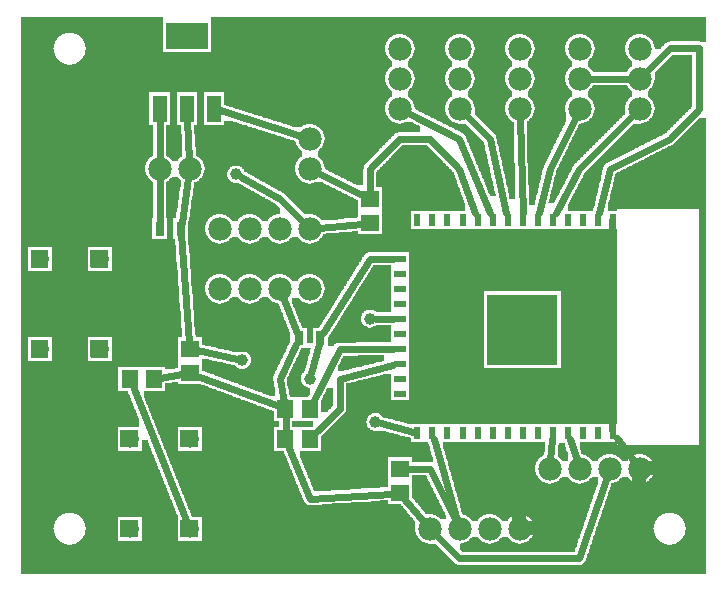
<source format=gtl>
G04 MADE WITH FRITZING*
G04 WWW.FRITZING.ORG*
G04 DOUBLE SIDED*
G04 HOLES PLATED*
G04 CONTOUR ON CENTER OF CONTOUR VECTOR*
%ASAXBY*%
%FSLAX23Y23*%
%MOIN*%
%OFA0B0*%
%SFA1.0B1.0*%
%ADD10C,0.075000*%
%ADD11C,0.078000*%
%ADD12C,0.059370*%
%ADD13C,0.039370*%
%ADD14R,0.023625X0.039361*%
%ADD15R,0.023611X0.039361*%
%ADD16R,0.023570X0.039361*%
%ADD17R,0.023597X0.039361*%
%ADD18R,0.023639X0.039361*%
%ADD19R,0.023681X0.039361*%
%ADD20R,0.023667X0.039361*%
%ADD21R,0.023653X0.039361*%
%ADD22R,0.039361X0.023639*%
%ADD23R,0.039361X0.023625*%
%ADD24R,0.039361X0.023611*%
%ADD25R,0.039361X0.023653*%
%ADD26R,0.023708X0.039361*%
%ADD27R,0.236972X0.236959*%
%ADD28R,0.031496X0.047244*%
%ADD29R,0.048000X0.088000*%
%ADD30R,0.141732X0.086614*%
%ADD31R,0.055118X0.059055*%
%ADD32R,0.059055X0.055118*%
%ADD33C,0.024000*%
%ADD34R,0.001000X0.001000*%
%LNCOPPER1*%
G90*
G70*
G54D10*
X2203Y1695D03*
X2004Y1594D03*
X291Y1843D03*
X1523Y424D03*
G54D11*
X502Y1392D03*
X602Y1392D03*
X702Y992D03*
X802Y992D03*
X902Y992D03*
X1002Y992D03*
X702Y1192D03*
X802Y1192D03*
X902Y1192D03*
X1002Y1192D03*
G54D12*
X102Y792D03*
X102Y1092D03*
X302Y792D03*
X302Y1092D03*
X102Y792D03*
X102Y1092D03*
X302Y792D03*
X302Y1092D03*
X602Y492D03*
X602Y192D03*
X402Y492D03*
X402Y192D03*
X602Y492D03*
X602Y192D03*
X402Y492D03*
X402Y192D03*
G54D11*
X1802Y392D03*
X1902Y392D03*
X2002Y392D03*
X2102Y392D03*
X1702Y192D03*
X1602Y192D03*
X1502Y192D03*
X1402Y192D03*
X2102Y1592D03*
X2102Y1692D03*
X2102Y1792D03*
X1302Y1592D03*
X1302Y1692D03*
X1302Y1792D03*
X1702Y1592D03*
X1702Y1692D03*
X1702Y1792D03*
X1902Y1592D03*
X1902Y1692D03*
X1902Y1792D03*
X1502Y1592D03*
X1502Y1692D03*
X1502Y1792D03*
X1002Y1392D03*
X1002Y1492D03*
G54D13*
X757Y1374D03*
X1203Y893D03*
X1220Y548D03*
X1002Y692D03*
X777Y754D03*
G54D14*
X2013Y1223D03*
G54D15*
X1963Y1223D03*
X1913Y1223D03*
G54D14*
X1863Y1223D03*
G54D16*
X1812Y1223D03*
G54D15*
X1762Y1223D03*
G54D17*
X1712Y1223D03*
G54D18*
X1662Y1223D03*
G54D19*
X1612Y1223D03*
G54D20*
X1562Y1223D03*
G54D21*
X1512Y1223D03*
X1461Y1223D03*
G54D18*
X1411Y1223D03*
G54D17*
X1361Y1223D03*
G54D22*
X1302Y1093D03*
X1302Y1043D03*
X1302Y993D03*
G54D23*
X1302Y943D03*
G54D24*
X1302Y892D03*
G54D22*
X1302Y842D03*
G54D25*
X1302Y792D03*
G54D22*
X1302Y742D03*
G54D25*
X1302Y692D03*
X1302Y642D03*
G54D17*
X1361Y512D03*
G54D18*
X1411Y512D03*
G54D21*
X1461Y512D03*
X1512Y512D03*
G54D20*
X1562Y512D03*
G54D26*
X1612Y512D03*
G54D18*
X1662Y512D03*
G54D17*
X1712Y512D03*
G54D15*
X1762Y512D03*
G54D17*
X1812Y512D03*
G54D14*
X1863Y512D03*
G54D18*
X1913Y512D03*
G54D15*
X1963Y512D03*
G54D21*
X2013Y512D03*
G54D27*
X1711Y856D03*
G54D28*
X502Y1192D03*
X573Y1192D03*
G54D29*
X502Y1592D03*
X593Y1592D03*
X684Y1592D03*
G54D30*
X593Y1836D03*
G54D31*
X1002Y492D03*
X921Y492D03*
X1002Y592D03*
X921Y592D03*
X402Y692D03*
X483Y692D03*
G54D28*
X967Y828D03*
X1038Y828D03*
G54D32*
X1302Y392D03*
X1302Y312D03*
X602Y792D03*
X602Y712D03*
G54D33*
X1501Y1493D02*
X1603Y1244D01*
D02*
X1329Y1579D02*
X1501Y1493D01*
D02*
X1603Y1493D02*
X1657Y1244D01*
D02*
X1524Y1571D02*
X1603Y1493D01*
D02*
X1703Y1562D02*
X1712Y1244D01*
D02*
X1803Y1391D02*
X1767Y1244D01*
D02*
X1889Y1565D02*
X1803Y1391D01*
D02*
X1901Y1391D02*
X1824Y1244D01*
D02*
X2081Y1571D02*
X1901Y1391D01*
D02*
X576Y1211D02*
X598Y1363D01*
D02*
X502Y1362D02*
X502Y1211D01*
D02*
X502Y1423D02*
X502Y1554D01*
D02*
X601Y1423D02*
X595Y1554D01*
D02*
X973Y1501D02*
X703Y1587D01*
D02*
X1178Y1304D02*
X1029Y1379D01*
D02*
X1203Y1391D02*
X1202Y1314D01*
D02*
X1301Y1493D02*
X1203Y1391D01*
D02*
X1403Y1493D02*
X1301Y1493D01*
D02*
X1501Y1391D02*
X1403Y1493D01*
D02*
X1554Y1244D02*
X1501Y1391D01*
D02*
X1032Y1195D02*
X1178Y1209D01*
D02*
X902Y1293D02*
X773Y1365D01*
D02*
X981Y1214D02*
X902Y1293D01*
D02*
X1203Y1093D02*
X1281Y1093D01*
D02*
X1048Y844D02*
X1203Y1093D01*
D02*
X1281Y893D02*
X1222Y893D01*
D02*
X913Y964D02*
X960Y846D01*
D02*
X1102Y792D02*
X1281Y792D01*
D02*
X1014Y616D02*
X1102Y792D01*
D02*
X1102Y592D02*
X1102Y693D01*
D02*
X1102Y693D02*
X1281Y737D01*
D02*
X1024Y514D02*
X1102Y592D01*
D02*
X922Y568D02*
X922Y516D01*
D02*
X902Y693D02*
X958Y810D01*
D02*
X917Y616D02*
X902Y693D01*
D02*
X591Y221D02*
X412Y668D01*
D02*
X1239Y544D02*
X1348Y515D01*
D02*
X1993Y364D02*
X1901Y94D01*
D02*
X1901Y94D02*
X1501Y94D01*
D02*
X1501Y94D02*
X1424Y171D01*
D02*
X2084Y417D02*
X2026Y494D01*
D02*
X1893Y421D02*
X1870Y491D01*
D02*
X1805Y422D02*
X1811Y491D01*
D02*
X1417Y491D02*
X1494Y221D01*
D02*
X1383Y216D02*
X1321Y290D01*
D02*
X1403Y392D02*
X1326Y392D01*
D02*
X1489Y219D02*
X1403Y392D01*
D02*
X1007Y711D02*
X1033Y810D01*
D02*
X626Y787D02*
X759Y758D01*
D02*
X601Y814D02*
X574Y1174D01*
D02*
X578Y708D02*
X505Y696D01*
D02*
X626Y703D02*
X899Y601D01*
D02*
X2101Y1692D02*
X1932Y1692D01*
D02*
X2202Y1794D02*
X2101Y1692D01*
D02*
X2301Y1692D02*
X2301Y1794D01*
D02*
X2301Y1591D02*
X2301Y1692D01*
D02*
X2002Y1391D02*
X2202Y1493D01*
D02*
X2202Y1493D02*
X2301Y1591D01*
D02*
X2301Y1794D02*
X2202Y1794D01*
D02*
X1968Y1244D02*
X2002Y1391D01*
D02*
X1003Y293D02*
X1278Y310D01*
D02*
X931Y468D02*
X1003Y293D01*
G36*
X2212Y1773D02*
X2212Y1771D01*
X2210Y1771D01*
X2210Y1769D01*
X2208Y1769D01*
X2208Y1767D01*
X2206Y1767D01*
X2206Y1765D01*
X2204Y1765D01*
X2204Y1763D01*
X2202Y1763D01*
X2202Y1761D01*
X2200Y1761D01*
X2200Y1759D01*
X2198Y1759D01*
X2198Y1757D01*
X2196Y1757D01*
X2196Y1755D01*
X2194Y1755D01*
X2194Y1753D01*
X2192Y1753D01*
X2192Y1751D01*
X2190Y1751D01*
X2190Y1749D01*
X2188Y1749D01*
X2188Y1747D01*
X2186Y1747D01*
X2186Y1745D01*
X2184Y1745D01*
X2184Y1743D01*
X2182Y1743D01*
X2182Y1741D01*
X2180Y1741D01*
X2180Y1739D01*
X2178Y1739D01*
X2178Y1737D01*
X2176Y1737D01*
X2176Y1735D01*
X2174Y1735D01*
X2174Y1733D01*
X2172Y1733D01*
X2172Y1731D01*
X2170Y1731D01*
X2170Y1729D01*
X2168Y1729D01*
X2168Y1727D01*
X2166Y1727D01*
X2166Y1725D01*
X2164Y1725D01*
X2164Y1723D01*
X2162Y1723D01*
X2162Y1721D01*
X2160Y1721D01*
X2160Y1719D01*
X2158Y1719D01*
X2158Y1717D01*
X2156Y1717D01*
X2156Y1715D01*
X2154Y1715D01*
X2154Y1713D01*
X2152Y1713D01*
X2152Y1689D01*
X2150Y1689D01*
X2150Y1679D01*
X2148Y1679D01*
X2148Y1673D01*
X2146Y1673D01*
X2146Y1669D01*
X2144Y1669D01*
X2144Y1665D01*
X2142Y1665D01*
X2142Y1663D01*
X2140Y1663D01*
X2140Y1661D01*
X2138Y1661D01*
X2138Y1659D01*
X2136Y1659D01*
X2136Y1657D01*
X2134Y1657D01*
X2134Y1655D01*
X2132Y1655D01*
X2132Y1653D01*
X2130Y1653D01*
X2130Y1633D01*
X2132Y1633D01*
X2132Y1631D01*
X2134Y1631D01*
X2134Y1629D01*
X2136Y1629D01*
X2136Y1627D01*
X2138Y1627D01*
X2138Y1625D01*
X2140Y1625D01*
X2140Y1623D01*
X2142Y1623D01*
X2142Y1619D01*
X2144Y1619D01*
X2144Y1617D01*
X2146Y1617D01*
X2146Y1613D01*
X2148Y1613D01*
X2148Y1607D01*
X2150Y1607D01*
X2150Y1597D01*
X2152Y1597D01*
X2152Y1589D01*
X2150Y1589D01*
X2150Y1579D01*
X2148Y1579D01*
X2148Y1573D01*
X2146Y1573D01*
X2146Y1569D01*
X2144Y1569D01*
X2144Y1565D01*
X2142Y1565D01*
X2142Y1563D01*
X2140Y1563D01*
X2140Y1561D01*
X2138Y1561D01*
X2138Y1559D01*
X2136Y1559D01*
X2136Y1557D01*
X2134Y1557D01*
X2134Y1555D01*
X2132Y1555D01*
X2132Y1553D01*
X2130Y1553D01*
X2130Y1551D01*
X2126Y1551D01*
X2126Y1549D01*
X2122Y1549D01*
X2122Y1547D01*
X2116Y1547D01*
X2116Y1545D01*
X2108Y1545D01*
X2108Y1543D01*
X2082Y1543D01*
X2082Y1541D01*
X2080Y1541D01*
X2080Y1539D01*
X2078Y1539D01*
X2078Y1537D01*
X2076Y1537D01*
X2076Y1535D01*
X2074Y1535D01*
X2074Y1533D01*
X2072Y1533D01*
X2072Y1531D01*
X2070Y1531D01*
X2070Y1529D01*
X2068Y1529D01*
X2068Y1527D01*
X2066Y1527D01*
X2066Y1525D01*
X2064Y1525D01*
X2064Y1523D01*
X2062Y1523D01*
X2062Y1521D01*
X2060Y1521D01*
X2060Y1519D01*
X2058Y1519D01*
X2058Y1517D01*
X2056Y1517D01*
X2056Y1515D01*
X2054Y1515D01*
X2054Y1513D01*
X2052Y1513D01*
X2052Y1511D01*
X2050Y1511D01*
X2050Y1509D01*
X2048Y1509D01*
X2048Y1507D01*
X2046Y1507D01*
X2046Y1505D01*
X2044Y1505D01*
X2044Y1503D01*
X2042Y1503D01*
X2042Y1501D01*
X2040Y1501D01*
X2040Y1499D01*
X2038Y1499D01*
X2038Y1497D01*
X2036Y1497D01*
X2036Y1495D01*
X2034Y1495D01*
X2034Y1493D01*
X2032Y1493D01*
X2032Y1491D01*
X2030Y1491D01*
X2030Y1489D01*
X2028Y1489D01*
X2028Y1487D01*
X2026Y1487D01*
X2026Y1485D01*
X2024Y1485D01*
X2024Y1483D01*
X2022Y1483D01*
X2022Y1481D01*
X2020Y1481D01*
X2020Y1479D01*
X2018Y1479D01*
X2018Y1477D01*
X2016Y1477D01*
X2016Y1475D01*
X2014Y1475D01*
X2014Y1473D01*
X2012Y1473D01*
X2012Y1471D01*
X2010Y1471D01*
X2010Y1469D01*
X2008Y1469D01*
X2008Y1467D01*
X2006Y1467D01*
X2006Y1465D01*
X2004Y1465D01*
X2004Y1463D01*
X2002Y1463D01*
X2002Y1461D01*
X2000Y1461D01*
X2000Y1459D01*
X1998Y1459D01*
X1998Y1457D01*
X1996Y1457D01*
X1996Y1455D01*
X1994Y1455D01*
X1994Y1453D01*
X1992Y1453D01*
X1992Y1451D01*
X1990Y1451D01*
X1990Y1449D01*
X1988Y1449D01*
X1988Y1447D01*
X1986Y1447D01*
X1986Y1445D01*
X1984Y1445D01*
X1984Y1443D01*
X1982Y1443D01*
X1982Y1441D01*
X1980Y1441D01*
X1980Y1439D01*
X1978Y1439D01*
X1978Y1437D01*
X1976Y1437D01*
X1976Y1435D01*
X1974Y1435D01*
X1974Y1433D01*
X1972Y1433D01*
X1972Y1431D01*
X1970Y1431D01*
X1970Y1429D01*
X1968Y1429D01*
X1968Y1427D01*
X1966Y1427D01*
X1966Y1425D01*
X1964Y1425D01*
X1964Y1423D01*
X1962Y1423D01*
X1962Y1421D01*
X1960Y1421D01*
X1960Y1419D01*
X1958Y1419D01*
X1958Y1417D01*
X1956Y1417D01*
X1956Y1415D01*
X1954Y1415D01*
X1954Y1413D01*
X1952Y1413D01*
X1952Y1411D01*
X1950Y1411D01*
X1950Y1409D01*
X1948Y1409D01*
X1948Y1407D01*
X1946Y1407D01*
X1946Y1405D01*
X1944Y1405D01*
X1944Y1403D01*
X1942Y1403D01*
X1942Y1401D01*
X1940Y1401D01*
X1940Y1399D01*
X1938Y1399D01*
X1938Y1397D01*
X1936Y1397D01*
X1936Y1395D01*
X1934Y1395D01*
X1934Y1393D01*
X1932Y1393D01*
X1932Y1391D01*
X1930Y1391D01*
X1930Y1389D01*
X1928Y1389D01*
X1928Y1387D01*
X1926Y1387D01*
X1926Y1385D01*
X1924Y1385D01*
X1924Y1383D01*
X1922Y1383D01*
X1922Y1381D01*
X1920Y1381D01*
X1920Y1379D01*
X1918Y1379D01*
X1918Y1375D01*
X1916Y1375D01*
X1916Y1371D01*
X1914Y1371D01*
X1914Y1367D01*
X1912Y1367D01*
X1912Y1363D01*
X1910Y1363D01*
X1910Y1359D01*
X1908Y1359D01*
X1908Y1355D01*
X1906Y1355D01*
X1906Y1351D01*
X1904Y1351D01*
X1904Y1347D01*
X1902Y1347D01*
X1902Y1345D01*
X1900Y1345D01*
X1900Y1341D01*
X1898Y1341D01*
X1898Y1337D01*
X1896Y1337D01*
X1896Y1333D01*
X1894Y1333D01*
X1894Y1329D01*
X1892Y1329D01*
X1892Y1325D01*
X1890Y1325D01*
X1890Y1321D01*
X1888Y1321D01*
X1888Y1317D01*
X1886Y1317D01*
X1886Y1313D01*
X1884Y1313D01*
X1884Y1309D01*
X1882Y1309D01*
X1882Y1307D01*
X1880Y1307D01*
X1880Y1303D01*
X1878Y1303D01*
X1878Y1299D01*
X1876Y1299D01*
X1876Y1295D01*
X1874Y1295D01*
X1874Y1291D01*
X1872Y1291D01*
X1872Y1287D01*
X1870Y1287D01*
X1870Y1283D01*
X1868Y1283D01*
X1868Y1279D01*
X1866Y1279D01*
X1866Y1275D01*
X1864Y1275D01*
X1864Y1253D01*
X1948Y1253D01*
X1948Y1261D01*
X1950Y1261D01*
X1950Y1269D01*
X1952Y1269D01*
X1952Y1277D01*
X1954Y1277D01*
X1954Y1285D01*
X1956Y1285D01*
X1956Y1295D01*
X1958Y1295D01*
X1958Y1303D01*
X1960Y1303D01*
X1960Y1311D01*
X1962Y1311D01*
X1962Y1319D01*
X1964Y1319D01*
X1964Y1329D01*
X1966Y1329D01*
X1966Y1337D01*
X1968Y1337D01*
X1968Y1345D01*
X1970Y1345D01*
X1970Y1353D01*
X1972Y1353D01*
X1972Y1363D01*
X1974Y1363D01*
X1974Y1371D01*
X1976Y1371D01*
X1976Y1379D01*
X1978Y1379D01*
X1978Y1387D01*
X1980Y1387D01*
X1980Y1397D01*
X1982Y1397D01*
X1982Y1401D01*
X1984Y1401D01*
X1984Y1405D01*
X1986Y1405D01*
X1986Y1407D01*
X1988Y1407D01*
X1988Y1409D01*
X1990Y1409D01*
X1990Y1411D01*
X1994Y1411D01*
X1994Y1413D01*
X1998Y1413D01*
X1998Y1415D01*
X2002Y1415D01*
X2002Y1417D01*
X2006Y1417D01*
X2006Y1419D01*
X2010Y1419D01*
X2010Y1421D01*
X2014Y1421D01*
X2014Y1423D01*
X2018Y1423D01*
X2018Y1425D01*
X2022Y1425D01*
X2022Y1427D01*
X2026Y1427D01*
X2026Y1429D01*
X2030Y1429D01*
X2030Y1431D01*
X2034Y1431D01*
X2034Y1433D01*
X2038Y1433D01*
X2038Y1435D01*
X2042Y1435D01*
X2042Y1437D01*
X2046Y1437D01*
X2046Y1439D01*
X2050Y1439D01*
X2050Y1441D01*
X2054Y1441D01*
X2054Y1443D01*
X2058Y1443D01*
X2058Y1445D01*
X2062Y1445D01*
X2062Y1447D01*
X2066Y1447D01*
X2066Y1449D01*
X2070Y1449D01*
X2070Y1451D01*
X2074Y1451D01*
X2074Y1453D01*
X2078Y1453D01*
X2078Y1455D01*
X2082Y1455D01*
X2082Y1457D01*
X2084Y1457D01*
X2084Y1459D01*
X2088Y1459D01*
X2088Y1461D01*
X2092Y1461D01*
X2092Y1463D01*
X2096Y1463D01*
X2096Y1465D01*
X2100Y1465D01*
X2100Y1467D01*
X2104Y1467D01*
X2104Y1469D01*
X2108Y1469D01*
X2108Y1471D01*
X2112Y1471D01*
X2112Y1473D01*
X2116Y1473D01*
X2116Y1475D01*
X2120Y1475D01*
X2120Y1477D01*
X2124Y1477D01*
X2124Y1479D01*
X2128Y1479D01*
X2128Y1481D01*
X2132Y1481D01*
X2132Y1483D01*
X2136Y1483D01*
X2136Y1485D01*
X2140Y1485D01*
X2140Y1487D01*
X2144Y1487D01*
X2144Y1489D01*
X2148Y1489D01*
X2148Y1491D01*
X2152Y1491D01*
X2152Y1493D01*
X2156Y1493D01*
X2156Y1495D01*
X2160Y1495D01*
X2160Y1497D01*
X2164Y1497D01*
X2164Y1499D01*
X2168Y1499D01*
X2168Y1501D01*
X2172Y1501D01*
X2172Y1503D01*
X2176Y1503D01*
X2176Y1505D01*
X2180Y1505D01*
X2180Y1507D01*
X2184Y1507D01*
X2184Y1509D01*
X2188Y1509D01*
X2188Y1511D01*
X2190Y1511D01*
X2190Y1513D01*
X2192Y1513D01*
X2192Y1515D01*
X2194Y1515D01*
X2194Y1517D01*
X2196Y1517D01*
X2196Y1519D01*
X2198Y1519D01*
X2198Y1521D01*
X2200Y1521D01*
X2200Y1523D01*
X2202Y1523D01*
X2202Y1525D01*
X2204Y1525D01*
X2204Y1527D01*
X2206Y1527D01*
X2206Y1529D01*
X2208Y1529D01*
X2208Y1531D01*
X2210Y1531D01*
X2210Y1533D01*
X2212Y1533D01*
X2212Y1535D01*
X2214Y1535D01*
X2214Y1537D01*
X2216Y1537D01*
X2216Y1539D01*
X2218Y1539D01*
X2218Y1541D01*
X2220Y1541D01*
X2220Y1543D01*
X2222Y1543D01*
X2222Y1545D01*
X2224Y1545D01*
X2224Y1547D01*
X2226Y1547D01*
X2226Y1549D01*
X2228Y1549D01*
X2228Y1551D01*
X2230Y1551D01*
X2230Y1553D01*
X2232Y1553D01*
X2232Y1555D01*
X2234Y1555D01*
X2234Y1557D01*
X2236Y1557D01*
X2236Y1559D01*
X2238Y1559D01*
X2238Y1561D01*
X2240Y1561D01*
X2240Y1563D01*
X2242Y1563D01*
X2242Y1565D01*
X2244Y1565D01*
X2244Y1567D01*
X2246Y1567D01*
X2246Y1569D01*
X2248Y1569D01*
X2248Y1571D01*
X2250Y1571D01*
X2250Y1573D01*
X2252Y1573D01*
X2252Y1575D01*
X2254Y1575D01*
X2254Y1577D01*
X2256Y1577D01*
X2256Y1579D01*
X2258Y1579D01*
X2258Y1581D01*
X2260Y1581D01*
X2260Y1583D01*
X2262Y1583D01*
X2262Y1585D01*
X2264Y1585D01*
X2264Y1587D01*
X2266Y1587D01*
X2266Y1589D01*
X2268Y1589D01*
X2268Y1591D01*
X2270Y1591D01*
X2270Y1593D01*
X2272Y1593D01*
X2272Y1595D01*
X2274Y1595D01*
X2274Y1597D01*
X2276Y1597D01*
X2276Y1599D01*
X2278Y1599D01*
X2278Y1773D01*
X2212Y1773D01*
G37*
D02*
G36*
X1946Y1671D02*
X1946Y1669D01*
X1944Y1669D01*
X1944Y1665D01*
X1942Y1665D01*
X1942Y1663D01*
X1940Y1663D01*
X1940Y1661D01*
X1938Y1661D01*
X1938Y1659D01*
X1936Y1659D01*
X1936Y1657D01*
X1934Y1657D01*
X1934Y1655D01*
X1932Y1655D01*
X1932Y1653D01*
X1930Y1653D01*
X1930Y1633D01*
X1932Y1633D01*
X1932Y1631D01*
X1934Y1631D01*
X1934Y1629D01*
X1936Y1629D01*
X1936Y1627D01*
X1938Y1627D01*
X1938Y1625D01*
X1940Y1625D01*
X1940Y1623D01*
X1942Y1623D01*
X1942Y1619D01*
X1944Y1619D01*
X1944Y1617D01*
X1946Y1617D01*
X1946Y1613D01*
X1948Y1613D01*
X1948Y1607D01*
X1950Y1607D01*
X1950Y1597D01*
X1952Y1597D01*
X1952Y1589D01*
X1950Y1589D01*
X1950Y1579D01*
X1948Y1579D01*
X1948Y1573D01*
X1946Y1573D01*
X1946Y1569D01*
X1944Y1569D01*
X1944Y1565D01*
X1942Y1565D01*
X1942Y1563D01*
X1940Y1563D01*
X1940Y1561D01*
X1938Y1561D01*
X1938Y1559D01*
X1936Y1559D01*
X1936Y1557D01*
X1934Y1557D01*
X1934Y1555D01*
X1932Y1555D01*
X1932Y1553D01*
X1930Y1553D01*
X1930Y1551D01*
X1926Y1551D01*
X1926Y1549D01*
X1922Y1549D01*
X1922Y1547D01*
X1916Y1547D01*
X1916Y1545D01*
X1908Y1545D01*
X1908Y1543D01*
X1902Y1543D01*
X1902Y1541D01*
X1900Y1541D01*
X1900Y1537D01*
X1898Y1537D01*
X1898Y1533D01*
X1896Y1533D01*
X1896Y1529D01*
X1894Y1529D01*
X1894Y1525D01*
X1892Y1525D01*
X1892Y1521D01*
X1890Y1521D01*
X1890Y1517D01*
X1888Y1517D01*
X1888Y1513D01*
X1886Y1513D01*
X1886Y1509D01*
X1884Y1509D01*
X1884Y1505D01*
X1882Y1505D01*
X1882Y1501D01*
X1880Y1501D01*
X1880Y1497D01*
X1878Y1497D01*
X1878Y1493D01*
X1876Y1493D01*
X1876Y1489D01*
X1874Y1489D01*
X1874Y1485D01*
X1872Y1485D01*
X1872Y1481D01*
X1870Y1481D01*
X1870Y1477D01*
X1868Y1477D01*
X1868Y1473D01*
X1866Y1473D01*
X1866Y1467D01*
X1864Y1467D01*
X1864Y1463D01*
X1862Y1463D01*
X1862Y1459D01*
X1860Y1459D01*
X1860Y1455D01*
X1858Y1455D01*
X1858Y1451D01*
X1856Y1451D01*
X1856Y1447D01*
X1854Y1447D01*
X1854Y1443D01*
X1852Y1443D01*
X1852Y1439D01*
X1850Y1439D01*
X1850Y1435D01*
X1848Y1435D01*
X1848Y1431D01*
X1846Y1431D01*
X1846Y1427D01*
X1844Y1427D01*
X1844Y1423D01*
X1842Y1423D01*
X1842Y1419D01*
X1840Y1419D01*
X1840Y1415D01*
X1838Y1415D01*
X1838Y1411D01*
X1836Y1411D01*
X1836Y1407D01*
X1834Y1407D01*
X1834Y1403D01*
X1832Y1403D01*
X1832Y1399D01*
X1830Y1399D01*
X1830Y1395D01*
X1828Y1395D01*
X1828Y1391D01*
X1826Y1391D01*
X1826Y1387D01*
X1824Y1387D01*
X1824Y1383D01*
X1822Y1383D01*
X1822Y1373D01*
X1820Y1373D01*
X1820Y1365D01*
X1818Y1365D01*
X1818Y1357D01*
X1816Y1357D01*
X1816Y1349D01*
X1814Y1349D01*
X1814Y1341D01*
X1812Y1341D01*
X1812Y1333D01*
X1810Y1333D01*
X1810Y1323D01*
X1808Y1323D01*
X1808Y1315D01*
X1806Y1315D01*
X1806Y1307D01*
X1804Y1307D01*
X1804Y1299D01*
X1802Y1299D01*
X1802Y1291D01*
X1800Y1291D01*
X1800Y1283D01*
X1798Y1283D01*
X1798Y1279D01*
X1818Y1279D01*
X1818Y1283D01*
X1820Y1283D01*
X1820Y1287D01*
X1822Y1287D01*
X1822Y1291D01*
X1824Y1291D01*
X1824Y1295D01*
X1826Y1295D01*
X1826Y1297D01*
X1828Y1297D01*
X1828Y1301D01*
X1830Y1301D01*
X1830Y1305D01*
X1832Y1305D01*
X1832Y1309D01*
X1834Y1309D01*
X1834Y1313D01*
X1836Y1313D01*
X1836Y1317D01*
X1838Y1317D01*
X1838Y1321D01*
X1840Y1321D01*
X1840Y1325D01*
X1842Y1325D01*
X1842Y1329D01*
X1844Y1329D01*
X1844Y1333D01*
X1846Y1333D01*
X1846Y1337D01*
X1848Y1337D01*
X1848Y1339D01*
X1850Y1339D01*
X1850Y1343D01*
X1852Y1343D01*
X1852Y1347D01*
X1854Y1347D01*
X1854Y1351D01*
X1856Y1351D01*
X1856Y1355D01*
X1858Y1355D01*
X1858Y1359D01*
X1860Y1359D01*
X1860Y1363D01*
X1862Y1363D01*
X1862Y1367D01*
X1864Y1367D01*
X1864Y1371D01*
X1866Y1371D01*
X1866Y1375D01*
X1868Y1375D01*
X1868Y1377D01*
X1870Y1377D01*
X1870Y1381D01*
X1872Y1381D01*
X1872Y1385D01*
X1874Y1385D01*
X1874Y1389D01*
X1876Y1389D01*
X1876Y1393D01*
X1878Y1393D01*
X1878Y1397D01*
X1880Y1397D01*
X1880Y1401D01*
X1882Y1401D01*
X1882Y1403D01*
X1884Y1403D01*
X1884Y1407D01*
X1886Y1407D01*
X1886Y1409D01*
X1888Y1409D01*
X1888Y1411D01*
X1890Y1411D01*
X1890Y1413D01*
X1892Y1413D01*
X1892Y1415D01*
X1894Y1415D01*
X1894Y1417D01*
X1896Y1417D01*
X1896Y1419D01*
X1898Y1419D01*
X1898Y1421D01*
X1900Y1421D01*
X1900Y1423D01*
X1902Y1423D01*
X1902Y1425D01*
X1904Y1425D01*
X1904Y1427D01*
X1906Y1427D01*
X1906Y1429D01*
X1908Y1429D01*
X1908Y1431D01*
X1910Y1431D01*
X1910Y1433D01*
X1912Y1433D01*
X1912Y1435D01*
X1914Y1435D01*
X1914Y1437D01*
X1916Y1437D01*
X1916Y1439D01*
X1918Y1439D01*
X1918Y1441D01*
X1920Y1441D01*
X1920Y1443D01*
X1922Y1443D01*
X1922Y1445D01*
X1924Y1445D01*
X1924Y1447D01*
X1926Y1447D01*
X1926Y1449D01*
X1928Y1449D01*
X1928Y1451D01*
X1930Y1451D01*
X1930Y1453D01*
X1932Y1453D01*
X1932Y1455D01*
X1934Y1455D01*
X1934Y1457D01*
X1936Y1457D01*
X1936Y1459D01*
X1938Y1459D01*
X1938Y1461D01*
X1940Y1461D01*
X1940Y1463D01*
X1942Y1463D01*
X1942Y1465D01*
X1944Y1465D01*
X1944Y1467D01*
X1946Y1467D01*
X1946Y1469D01*
X1948Y1469D01*
X1948Y1471D01*
X1950Y1471D01*
X1950Y1473D01*
X1952Y1473D01*
X1952Y1475D01*
X1954Y1475D01*
X1954Y1477D01*
X1956Y1477D01*
X1956Y1479D01*
X1958Y1479D01*
X1958Y1481D01*
X1960Y1481D01*
X1960Y1483D01*
X1962Y1483D01*
X1962Y1485D01*
X1964Y1485D01*
X1964Y1487D01*
X1966Y1487D01*
X1966Y1489D01*
X1968Y1489D01*
X1968Y1491D01*
X1970Y1491D01*
X1970Y1493D01*
X1972Y1493D01*
X1972Y1495D01*
X1974Y1495D01*
X1974Y1497D01*
X1976Y1497D01*
X1976Y1499D01*
X1978Y1499D01*
X1978Y1501D01*
X1980Y1501D01*
X1980Y1503D01*
X1982Y1503D01*
X1982Y1505D01*
X1984Y1505D01*
X1984Y1507D01*
X1986Y1507D01*
X1986Y1509D01*
X1988Y1509D01*
X1988Y1511D01*
X1990Y1511D01*
X1990Y1513D01*
X1992Y1513D01*
X1992Y1515D01*
X1994Y1515D01*
X1994Y1517D01*
X1996Y1517D01*
X1996Y1519D01*
X1998Y1519D01*
X1998Y1521D01*
X2000Y1521D01*
X2000Y1523D01*
X2002Y1523D01*
X2002Y1525D01*
X2004Y1525D01*
X2004Y1527D01*
X2006Y1527D01*
X2006Y1529D01*
X2008Y1529D01*
X2008Y1531D01*
X2010Y1531D01*
X2010Y1533D01*
X2012Y1533D01*
X2012Y1535D01*
X2014Y1535D01*
X2014Y1537D01*
X2016Y1537D01*
X2016Y1539D01*
X2018Y1539D01*
X2018Y1541D01*
X2020Y1541D01*
X2020Y1543D01*
X2022Y1543D01*
X2022Y1545D01*
X2024Y1545D01*
X2024Y1547D01*
X2026Y1547D01*
X2026Y1549D01*
X2028Y1549D01*
X2028Y1551D01*
X2030Y1551D01*
X2030Y1553D01*
X2032Y1553D01*
X2032Y1555D01*
X2034Y1555D01*
X2034Y1557D01*
X2036Y1557D01*
X2036Y1559D01*
X2038Y1559D01*
X2038Y1561D01*
X2040Y1561D01*
X2040Y1563D01*
X2042Y1563D01*
X2042Y1565D01*
X2044Y1565D01*
X2044Y1567D01*
X2046Y1567D01*
X2046Y1569D01*
X2048Y1569D01*
X2048Y1571D01*
X2050Y1571D01*
X2050Y1573D01*
X2052Y1573D01*
X2052Y1575D01*
X2054Y1575D01*
X2054Y1605D01*
X2056Y1605D01*
X2056Y1611D01*
X2058Y1611D01*
X2058Y1615D01*
X2060Y1615D01*
X2060Y1619D01*
X2062Y1619D01*
X2062Y1621D01*
X2064Y1621D01*
X2064Y1625D01*
X2066Y1625D01*
X2066Y1627D01*
X2068Y1627D01*
X2068Y1629D01*
X2070Y1629D01*
X2070Y1631D01*
X2074Y1631D01*
X2074Y1633D01*
X2076Y1633D01*
X2076Y1653D01*
X2072Y1653D01*
X2072Y1655D01*
X2070Y1655D01*
X2070Y1657D01*
X2068Y1657D01*
X2068Y1659D01*
X2066Y1659D01*
X2066Y1661D01*
X2064Y1661D01*
X2064Y1663D01*
X2062Y1663D01*
X2062Y1667D01*
X2060Y1667D01*
X2060Y1671D01*
X1946Y1671D01*
G37*
D02*
G36*
X1214Y1071D02*
X1214Y1067D01*
X1212Y1067D01*
X1212Y1065D01*
X1210Y1065D01*
X1210Y1061D01*
X1208Y1061D01*
X1208Y1057D01*
X1206Y1057D01*
X1206Y1055D01*
X1204Y1055D01*
X1204Y1051D01*
X1202Y1051D01*
X1202Y1049D01*
X1200Y1049D01*
X1200Y1045D01*
X1198Y1045D01*
X1198Y1041D01*
X1196Y1041D01*
X1196Y1039D01*
X1194Y1039D01*
X1194Y1035D01*
X1192Y1035D01*
X1192Y1033D01*
X1190Y1033D01*
X1190Y1029D01*
X1188Y1029D01*
X1188Y1025D01*
X1186Y1025D01*
X1186Y1023D01*
X1184Y1023D01*
X1184Y1019D01*
X1182Y1019D01*
X1182Y1017D01*
X1180Y1017D01*
X1180Y1013D01*
X1178Y1013D01*
X1178Y1009D01*
X1176Y1009D01*
X1176Y1007D01*
X1174Y1007D01*
X1174Y1003D01*
X1172Y1003D01*
X1172Y1001D01*
X1170Y1001D01*
X1170Y997D01*
X1168Y997D01*
X1168Y993D01*
X1166Y993D01*
X1166Y991D01*
X1164Y991D01*
X1164Y987D01*
X1162Y987D01*
X1162Y985D01*
X1160Y985D01*
X1160Y981D01*
X1158Y981D01*
X1158Y977D01*
X1156Y977D01*
X1156Y975D01*
X1154Y975D01*
X1154Y971D01*
X1152Y971D01*
X1152Y969D01*
X1150Y969D01*
X1150Y965D01*
X1148Y965D01*
X1148Y961D01*
X1146Y961D01*
X1146Y959D01*
X1144Y959D01*
X1144Y955D01*
X1142Y955D01*
X1142Y953D01*
X1140Y953D01*
X1140Y949D01*
X1138Y949D01*
X1138Y945D01*
X1136Y945D01*
X1136Y943D01*
X1134Y943D01*
X1134Y939D01*
X1132Y939D01*
X1132Y937D01*
X1130Y937D01*
X1130Y933D01*
X1128Y933D01*
X1128Y929D01*
X1126Y929D01*
X1126Y927D01*
X1124Y927D01*
X1124Y923D01*
X1210Y923D01*
X1210Y921D01*
X1216Y921D01*
X1216Y919D01*
X1220Y919D01*
X1220Y917D01*
X1222Y917D01*
X1222Y915D01*
X1272Y915D01*
X1272Y1071D01*
X1214Y1071D01*
G37*
D02*
G36*
X1122Y923D02*
X1122Y921D01*
X1120Y921D01*
X1120Y917D01*
X1118Y917D01*
X1118Y913D01*
X1116Y913D01*
X1116Y911D01*
X1114Y911D01*
X1114Y907D01*
X1112Y907D01*
X1112Y905D01*
X1110Y905D01*
X1110Y901D01*
X1108Y901D01*
X1108Y897D01*
X1106Y897D01*
X1106Y895D01*
X1104Y895D01*
X1104Y891D01*
X1102Y891D01*
X1102Y889D01*
X1100Y889D01*
X1100Y885D01*
X1098Y885D01*
X1098Y881D01*
X1096Y881D01*
X1096Y879D01*
X1094Y879D01*
X1094Y875D01*
X1092Y875D01*
X1092Y873D01*
X1090Y873D01*
X1090Y869D01*
X1088Y869D01*
X1088Y865D01*
X1086Y865D01*
X1086Y863D01*
X1198Y863D01*
X1198Y865D01*
X1192Y865D01*
X1192Y867D01*
X1188Y867D01*
X1188Y869D01*
X1184Y869D01*
X1184Y871D01*
X1182Y871D01*
X1182Y873D01*
X1180Y873D01*
X1180Y875D01*
X1178Y875D01*
X1178Y879D01*
X1176Y879D01*
X1176Y883D01*
X1174Y883D01*
X1174Y903D01*
X1176Y903D01*
X1176Y907D01*
X1178Y907D01*
X1178Y911D01*
X1180Y911D01*
X1180Y913D01*
X1182Y913D01*
X1182Y915D01*
X1184Y915D01*
X1184Y917D01*
X1186Y917D01*
X1186Y919D01*
X1190Y919D01*
X1190Y921D01*
X1196Y921D01*
X1196Y923D01*
X1122Y923D01*
G37*
D02*
G36*
X1222Y871D02*
X1222Y869D01*
X1218Y869D01*
X1218Y867D01*
X1214Y867D01*
X1214Y865D01*
X1206Y865D01*
X1206Y863D01*
X1272Y863D01*
X1272Y871D01*
X1222Y871D01*
G37*
D02*
G36*
X1084Y863D02*
X1084Y861D01*
X1272Y861D01*
X1272Y863D01*
X1084Y863D01*
G37*
D02*
G36*
X1084Y863D02*
X1084Y861D01*
X1272Y861D01*
X1272Y863D01*
X1084Y863D01*
G37*
D02*
G36*
X1084Y861D02*
X1084Y859D01*
X1082Y859D01*
X1082Y857D01*
X1080Y857D01*
X1080Y853D01*
X1078Y853D01*
X1078Y849D01*
X1076Y849D01*
X1076Y847D01*
X1074Y847D01*
X1074Y843D01*
X1072Y843D01*
X1072Y841D01*
X1070Y841D01*
X1070Y837D01*
X1068Y837D01*
X1068Y833D01*
X1066Y833D01*
X1066Y831D01*
X1064Y831D01*
X1064Y803D01*
X1084Y803D01*
X1084Y807D01*
X1086Y807D01*
X1086Y809D01*
X1090Y809D01*
X1090Y811D01*
X1092Y811D01*
X1092Y813D01*
X1158Y813D01*
X1158Y815D01*
X1272Y815D01*
X1272Y861D01*
X1084Y861D01*
G37*
D02*
G36*
X974Y795D02*
X974Y791D01*
X972Y791D01*
X972Y787D01*
X970Y787D01*
X970Y783D01*
X968Y783D01*
X968Y777D01*
X966Y777D01*
X966Y773D01*
X964Y773D01*
X964Y769D01*
X962Y769D01*
X962Y765D01*
X960Y765D01*
X960Y761D01*
X958Y761D01*
X958Y757D01*
X956Y757D01*
X956Y753D01*
X954Y753D01*
X954Y749D01*
X952Y749D01*
X952Y745D01*
X950Y745D01*
X950Y741D01*
X948Y741D01*
X948Y737D01*
X946Y737D01*
X946Y733D01*
X944Y733D01*
X944Y729D01*
X942Y729D01*
X942Y725D01*
X940Y725D01*
X940Y719D01*
X938Y719D01*
X938Y715D01*
X936Y715D01*
X936Y711D01*
X934Y711D01*
X934Y707D01*
X932Y707D01*
X932Y703D01*
X930Y703D01*
X930Y699D01*
X928Y699D01*
X928Y669D01*
X930Y669D01*
X930Y659D01*
X932Y659D01*
X932Y649D01*
X934Y649D01*
X934Y639D01*
X936Y639D01*
X936Y633D01*
X998Y633D01*
X998Y635D01*
X1000Y635D01*
X1000Y639D01*
X1002Y639D01*
X1002Y643D01*
X1004Y643D01*
X1004Y663D01*
X996Y663D01*
X996Y665D01*
X990Y665D01*
X990Y667D01*
X986Y667D01*
X986Y669D01*
X984Y669D01*
X984Y671D01*
X982Y671D01*
X982Y673D01*
X980Y673D01*
X980Y675D01*
X978Y675D01*
X978Y677D01*
X976Y677D01*
X976Y681D01*
X974Y681D01*
X974Y689D01*
X972Y689D01*
X972Y697D01*
X974Y697D01*
X974Y705D01*
X976Y705D01*
X976Y709D01*
X978Y709D01*
X978Y711D01*
X980Y711D01*
X980Y713D01*
X982Y713D01*
X982Y715D01*
X984Y715D01*
X984Y717D01*
X986Y717D01*
X986Y721D01*
X988Y721D01*
X988Y729D01*
X990Y729D01*
X990Y737D01*
X992Y737D01*
X992Y745D01*
X994Y745D01*
X994Y753D01*
X996Y753D01*
X996Y759D01*
X998Y759D01*
X998Y767D01*
X1000Y767D01*
X1000Y775D01*
X1002Y775D01*
X1002Y783D01*
X1004Y783D01*
X1004Y791D01*
X1006Y791D01*
X1006Y795D01*
X974Y795D01*
G37*
D02*
G36*
X1162Y771D02*
X1162Y769D01*
X1114Y769D01*
X1114Y765D01*
X1112Y765D01*
X1112Y761D01*
X1110Y761D01*
X1110Y757D01*
X1108Y757D01*
X1108Y753D01*
X1106Y753D01*
X1106Y749D01*
X1104Y749D01*
X1104Y745D01*
X1102Y745D01*
X1102Y741D01*
X1100Y741D01*
X1100Y737D01*
X1098Y737D01*
X1098Y719D01*
X1118Y719D01*
X1118Y721D01*
X1126Y721D01*
X1126Y723D01*
X1134Y723D01*
X1134Y725D01*
X1142Y725D01*
X1142Y727D01*
X1150Y727D01*
X1150Y729D01*
X1158Y729D01*
X1158Y731D01*
X1168Y731D01*
X1168Y733D01*
X1176Y733D01*
X1176Y735D01*
X1184Y735D01*
X1184Y737D01*
X1192Y737D01*
X1192Y739D01*
X1200Y739D01*
X1200Y741D01*
X1208Y741D01*
X1208Y743D01*
X1216Y743D01*
X1216Y745D01*
X1224Y745D01*
X1224Y747D01*
X1232Y747D01*
X1232Y749D01*
X1242Y749D01*
X1242Y751D01*
X1250Y751D01*
X1250Y771D01*
X1162Y771D01*
G37*
D02*
G36*
X40Y1897D02*
X40Y1845D01*
X216Y1845D01*
X216Y1843D01*
X222Y1843D01*
X222Y1841D01*
X226Y1841D01*
X226Y1839D01*
X230Y1839D01*
X230Y1837D01*
X232Y1837D01*
X232Y1835D01*
X236Y1835D01*
X236Y1833D01*
X238Y1833D01*
X238Y1831D01*
X240Y1831D01*
X240Y1829D01*
X242Y1829D01*
X242Y1827D01*
X244Y1827D01*
X244Y1825D01*
X246Y1825D01*
X246Y1821D01*
X248Y1821D01*
X248Y1817D01*
X250Y1817D01*
X250Y1813D01*
X252Y1813D01*
X252Y1809D01*
X254Y1809D01*
X254Y1799D01*
X256Y1799D01*
X256Y1787D01*
X254Y1787D01*
X254Y1783D01*
X512Y1783D01*
X512Y1897D01*
X40Y1897D01*
G37*
D02*
G36*
X674Y1897D02*
X674Y1841D01*
X2114Y1841D01*
X2114Y1839D01*
X2120Y1839D01*
X2120Y1837D01*
X2124Y1837D01*
X2124Y1835D01*
X2128Y1835D01*
X2128Y1833D01*
X2132Y1833D01*
X2132Y1831D01*
X2134Y1831D01*
X2134Y1829D01*
X2136Y1829D01*
X2136Y1827D01*
X2138Y1827D01*
X2138Y1825D01*
X2140Y1825D01*
X2140Y1823D01*
X2142Y1823D01*
X2142Y1819D01*
X2144Y1819D01*
X2144Y1817D01*
X2302Y1817D01*
X2302Y1815D01*
X2322Y1815D01*
X2322Y1897D01*
X674Y1897D01*
G37*
D02*
G36*
X40Y1845D02*
X40Y1739D01*
X194Y1739D01*
X194Y1741D01*
X186Y1741D01*
X186Y1743D01*
X182Y1743D01*
X182Y1745D01*
X178Y1745D01*
X178Y1747D01*
X174Y1747D01*
X174Y1749D01*
X170Y1749D01*
X170Y1751D01*
X168Y1751D01*
X168Y1753D01*
X166Y1753D01*
X166Y1755D01*
X164Y1755D01*
X164Y1757D01*
X162Y1757D01*
X162Y1759D01*
X160Y1759D01*
X160Y1761D01*
X158Y1761D01*
X158Y1765D01*
X156Y1765D01*
X156Y1769D01*
X154Y1769D01*
X154Y1773D01*
X152Y1773D01*
X152Y1779D01*
X150Y1779D01*
X150Y1791D01*
X148Y1791D01*
X148Y1795D01*
X150Y1795D01*
X150Y1807D01*
X152Y1807D01*
X152Y1813D01*
X154Y1813D01*
X154Y1817D01*
X156Y1817D01*
X156Y1821D01*
X158Y1821D01*
X158Y1823D01*
X160Y1823D01*
X160Y1827D01*
X162Y1827D01*
X162Y1829D01*
X164Y1829D01*
X164Y1831D01*
X166Y1831D01*
X166Y1833D01*
X168Y1833D01*
X168Y1835D01*
X172Y1835D01*
X172Y1837D01*
X174Y1837D01*
X174Y1839D01*
X178Y1839D01*
X178Y1841D01*
X182Y1841D01*
X182Y1843D01*
X188Y1843D01*
X188Y1845D01*
X40Y1845D01*
G37*
D02*
G36*
X674Y1841D02*
X674Y1783D01*
X1254Y1783D01*
X1254Y1805D01*
X1256Y1805D01*
X1256Y1811D01*
X1258Y1811D01*
X1258Y1815D01*
X1260Y1815D01*
X1260Y1819D01*
X1262Y1819D01*
X1262Y1821D01*
X1264Y1821D01*
X1264Y1825D01*
X1266Y1825D01*
X1266Y1827D01*
X1268Y1827D01*
X1268Y1829D01*
X1270Y1829D01*
X1270Y1831D01*
X1274Y1831D01*
X1274Y1833D01*
X1276Y1833D01*
X1276Y1835D01*
X1280Y1835D01*
X1280Y1837D01*
X1284Y1837D01*
X1284Y1839D01*
X1290Y1839D01*
X1290Y1841D01*
X674Y1841D01*
G37*
D02*
G36*
X1314Y1841D02*
X1314Y1839D01*
X1320Y1839D01*
X1320Y1837D01*
X1324Y1837D01*
X1324Y1835D01*
X1328Y1835D01*
X1328Y1833D01*
X1332Y1833D01*
X1332Y1831D01*
X1334Y1831D01*
X1334Y1829D01*
X1336Y1829D01*
X1336Y1827D01*
X1338Y1827D01*
X1338Y1825D01*
X1340Y1825D01*
X1340Y1823D01*
X1342Y1823D01*
X1342Y1819D01*
X1344Y1819D01*
X1344Y1817D01*
X1346Y1817D01*
X1346Y1813D01*
X1348Y1813D01*
X1348Y1807D01*
X1350Y1807D01*
X1350Y1797D01*
X1352Y1797D01*
X1352Y1789D01*
X1350Y1789D01*
X1350Y1779D01*
X1348Y1779D01*
X1348Y1773D01*
X1346Y1773D01*
X1346Y1769D01*
X1344Y1769D01*
X1344Y1765D01*
X1342Y1765D01*
X1342Y1763D01*
X1340Y1763D01*
X1340Y1761D01*
X1338Y1761D01*
X1338Y1759D01*
X1336Y1759D01*
X1336Y1757D01*
X1334Y1757D01*
X1334Y1755D01*
X1332Y1755D01*
X1332Y1753D01*
X1330Y1753D01*
X1330Y1733D01*
X1332Y1733D01*
X1332Y1731D01*
X1334Y1731D01*
X1334Y1729D01*
X1336Y1729D01*
X1336Y1727D01*
X1338Y1727D01*
X1338Y1725D01*
X1340Y1725D01*
X1340Y1723D01*
X1342Y1723D01*
X1342Y1719D01*
X1344Y1719D01*
X1344Y1717D01*
X1346Y1717D01*
X1346Y1713D01*
X1348Y1713D01*
X1348Y1707D01*
X1350Y1707D01*
X1350Y1697D01*
X1352Y1697D01*
X1352Y1689D01*
X1350Y1689D01*
X1350Y1679D01*
X1348Y1679D01*
X1348Y1673D01*
X1346Y1673D01*
X1346Y1669D01*
X1344Y1669D01*
X1344Y1665D01*
X1342Y1665D01*
X1342Y1663D01*
X1340Y1663D01*
X1340Y1661D01*
X1338Y1661D01*
X1338Y1659D01*
X1336Y1659D01*
X1336Y1657D01*
X1334Y1657D01*
X1334Y1655D01*
X1332Y1655D01*
X1332Y1653D01*
X1330Y1653D01*
X1330Y1633D01*
X1332Y1633D01*
X1332Y1631D01*
X1334Y1631D01*
X1334Y1629D01*
X1336Y1629D01*
X1336Y1627D01*
X1338Y1627D01*
X1338Y1625D01*
X1340Y1625D01*
X1340Y1623D01*
X1342Y1623D01*
X1342Y1619D01*
X1344Y1619D01*
X1344Y1617D01*
X1346Y1617D01*
X1346Y1613D01*
X1348Y1613D01*
X1348Y1607D01*
X1350Y1607D01*
X1350Y1597D01*
X1352Y1597D01*
X1352Y1591D01*
X1356Y1591D01*
X1356Y1589D01*
X1360Y1589D01*
X1360Y1587D01*
X1364Y1587D01*
X1364Y1585D01*
X1368Y1585D01*
X1368Y1583D01*
X1372Y1583D01*
X1372Y1581D01*
X1376Y1581D01*
X1376Y1579D01*
X1380Y1579D01*
X1380Y1577D01*
X1384Y1577D01*
X1384Y1575D01*
X1388Y1575D01*
X1388Y1573D01*
X1392Y1573D01*
X1392Y1571D01*
X1396Y1571D01*
X1396Y1569D01*
X1400Y1569D01*
X1400Y1567D01*
X1404Y1567D01*
X1404Y1565D01*
X1408Y1565D01*
X1408Y1563D01*
X1412Y1563D01*
X1412Y1561D01*
X1416Y1561D01*
X1416Y1559D01*
X1420Y1559D01*
X1420Y1557D01*
X1424Y1557D01*
X1424Y1555D01*
X1428Y1555D01*
X1428Y1553D01*
X1432Y1553D01*
X1432Y1551D01*
X1436Y1551D01*
X1436Y1549D01*
X1440Y1549D01*
X1440Y1547D01*
X1444Y1547D01*
X1444Y1545D01*
X1448Y1545D01*
X1448Y1543D01*
X1452Y1543D01*
X1452Y1541D01*
X1456Y1541D01*
X1456Y1539D01*
X1460Y1539D01*
X1460Y1537D01*
X1464Y1537D01*
X1464Y1535D01*
X1468Y1535D01*
X1468Y1533D01*
X1472Y1533D01*
X1472Y1531D01*
X1476Y1531D01*
X1476Y1529D01*
X1480Y1529D01*
X1480Y1527D01*
X1484Y1527D01*
X1484Y1525D01*
X1488Y1525D01*
X1488Y1523D01*
X1492Y1523D01*
X1492Y1521D01*
X1496Y1521D01*
X1496Y1519D01*
X1500Y1519D01*
X1500Y1517D01*
X1504Y1517D01*
X1504Y1515D01*
X1508Y1515D01*
X1508Y1513D01*
X1512Y1513D01*
X1512Y1511D01*
X1514Y1511D01*
X1514Y1509D01*
X1518Y1509D01*
X1518Y1505D01*
X1520Y1505D01*
X1520Y1503D01*
X1522Y1503D01*
X1522Y1497D01*
X1524Y1497D01*
X1524Y1493D01*
X1526Y1493D01*
X1526Y1489D01*
X1528Y1489D01*
X1528Y1483D01*
X1530Y1483D01*
X1530Y1479D01*
X1532Y1479D01*
X1532Y1473D01*
X1534Y1473D01*
X1534Y1469D01*
X1536Y1469D01*
X1536Y1463D01*
X1538Y1463D01*
X1538Y1459D01*
X1540Y1459D01*
X1540Y1453D01*
X1542Y1453D01*
X1542Y1449D01*
X1544Y1449D01*
X1544Y1445D01*
X1546Y1445D01*
X1546Y1439D01*
X1548Y1439D01*
X1548Y1435D01*
X1550Y1435D01*
X1550Y1429D01*
X1552Y1429D01*
X1552Y1425D01*
X1554Y1425D01*
X1554Y1419D01*
X1556Y1419D01*
X1556Y1415D01*
X1558Y1415D01*
X1558Y1409D01*
X1560Y1409D01*
X1560Y1405D01*
X1562Y1405D01*
X1562Y1401D01*
X1564Y1401D01*
X1564Y1395D01*
X1566Y1395D01*
X1566Y1391D01*
X1568Y1391D01*
X1568Y1385D01*
X1570Y1385D01*
X1570Y1381D01*
X1572Y1381D01*
X1572Y1375D01*
X1574Y1375D01*
X1574Y1371D01*
X1576Y1371D01*
X1576Y1367D01*
X1578Y1367D01*
X1578Y1361D01*
X1580Y1361D01*
X1580Y1357D01*
X1582Y1357D01*
X1582Y1351D01*
X1584Y1351D01*
X1584Y1347D01*
X1586Y1347D01*
X1586Y1341D01*
X1588Y1341D01*
X1588Y1337D01*
X1590Y1337D01*
X1590Y1331D01*
X1592Y1331D01*
X1592Y1327D01*
X1594Y1327D01*
X1594Y1323D01*
X1596Y1323D01*
X1596Y1317D01*
X1598Y1317D01*
X1598Y1313D01*
X1600Y1313D01*
X1600Y1307D01*
X1602Y1307D01*
X1602Y1303D01*
X1622Y1303D01*
X1622Y1307D01*
X1620Y1307D01*
X1620Y1317D01*
X1618Y1317D01*
X1618Y1325D01*
X1616Y1325D01*
X1616Y1335D01*
X1614Y1335D01*
X1614Y1343D01*
X1612Y1343D01*
X1612Y1353D01*
X1610Y1353D01*
X1610Y1361D01*
X1608Y1361D01*
X1608Y1371D01*
X1606Y1371D01*
X1606Y1379D01*
X1604Y1379D01*
X1604Y1389D01*
X1602Y1389D01*
X1602Y1397D01*
X1600Y1397D01*
X1600Y1407D01*
X1598Y1407D01*
X1598Y1417D01*
X1596Y1417D01*
X1596Y1425D01*
X1594Y1425D01*
X1594Y1435D01*
X1592Y1435D01*
X1592Y1443D01*
X1590Y1443D01*
X1590Y1453D01*
X1588Y1453D01*
X1588Y1461D01*
X1586Y1461D01*
X1586Y1471D01*
X1584Y1471D01*
X1584Y1479D01*
X1582Y1479D01*
X1582Y1483D01*
X1580Y1483D01*
X1580Y1485D01*
X1578Y1485D01*
X1578Y1487D01*
X1576Y1487D01*
X1576Y1489D01*
X1574Y1489D01*
X1574Y1491D01*
X1572Y1491D01*
X1572Y1493D01*
X1570Y1493D01*
X1570Y1495D01*
X1568Y1495D01*
X1568Y1497D01*
X1566Y1497D01*
X1566Y1499D01*
X1564Y1499D01*
X1564Y1501D01*
X1562Y1501D01*
X1562Y1503D01*
X1560Y1503D01*
X1560Y1505D01*
X1558Y1505D01*
X1558Y1507D01*
X1556Y1507D01*
X1556Y1509D01*
X1554Y1509D01*
X1554Y1511D01*
X1552Y1511D01*
X1552Y1513D01*
X1550Y1513D01*
X1550Y1515D01*
X1548Y1515D01*
X1548Y1517D01*
X1546Y1517D01*
X1546Y1519D01*
X1544Y1519D01*
X1544Y1521D01*
X1542Y1521D01*
X1542Y1523D01*
X1540Y1523D01*
X1540Y1525D01*
X1538Y1525D01*
X1538Y1527D01*
X1536Y1527D01*
X1536Y1529D01*
X1534Y1529D01*
X1534Y1531D01*
X1532Y1531D01*
X1532Y1533D01*
X1530Y1533D01*
X1530Y1535D01*
X1528Y1535D01*
X1528Y1537D01*
X1526Y1537D01*
X1526Y1539D01*
X1524Y1539D01*
X1524Y1541D01*
X1522Y1541D01*
X1522Y1543D01*
X1498Y1543D01*
X1498Y1545D01*
X1488Y1545D01*
X1488Y1547D01*
X1482Y1547D01*
X1482Y1549D01*
X1478Y1549D01*
X1478Y1551D01*
X1476Y1551D01*
X1476Y1553D01*
X1472Y1553D01*
X1472Y1555D01*
X1470Y1555D01*
X1470Y1557D01*
X1468Y1557D01*
X1468Y1559D01*
X1466Y1559D01*
X1466Y1561D01*
X1464Y1561D01*
X1464Y1563D01*
X1462Y1563D01*
X1462Y1567D01*
X1460Y1567D01*
X1460Y1571D01*
X1458Y1571D01*
X1458Y1573D01*
X1456Y1573D01*
X1456Y1581D01*
X1454Y1581D01*
X1454Y1605D01*
X1456Y1605D01*
X1456Y1611D01*
X1458Y1611D01*
X1458Y1615D01*
X1460Y1615D01*
X1460Y1619D01*
X1462Y1619D01*
X1462Y1621D01*
X1464Y1621D01*
X1464Y1625D01*
X1466Y1625D01*
X1466Y1627D01*
X1468Y1627D01*
X1468Y1629D01*
X1470Y1629D01*
X1470Y1631D01*
X1474Y1631D01*
X1474Y1633D01*
X1476Y1633D01*
X1476Y1653D01*
X1472Y1653D01*
X1472Y1655D01*
X1470Y1655D01*
X1470Y1657D01*
X1468Y1657D01*
X1468Y1659D01*
X1466Y1659D01*
X1466Y1661D01*
X1464Y1661D01*
X1464Y1663D01*
X1462Y1663D01*
X1462Y1667D01*
X1460Y1667D01*
X1460Y1671D01*
X1458Y1671D01*
X1458Y1673D01*
X1456Y1673D01*
X1456Y1681D01*
X1454Y1681D01*
X1454Y1705D01*
X1456Y1705D01*
X1456Y1711D01*
X1458Y1711D01*
X1458Y1715D01*
X1460Y1715D01*
X1460Y1719D01*
X1462Y1719D01*
X1462Y1721D01*
X1464Y1721D01*
X1464Y1725D01*
X1466Y1725D01*
X1466Y1727D01*
X1468Y1727D01*
X1468Y1729D01*
X1470Y1729D01*
X1470Y1731D01*
X1474Y1731D01*
X1474Y1733D01*
X1476Y1733D01*
X1476Y1753D01*
X1472Y1753D01*
X1472Y1755D01*
X1470Y1755D01*
X1470Y1757D01*
X1468Y1757D01*
X1468Y1759D01*
X1466Y1759D01*
X1466Y1761D01*
X1464Y1761D01*
X1464Y1763D01*
X1462Y1763D01*
X1462Y1767D01*
X1460Y1767D01*
X1460Y1771D01*
X1458Y1771D01*
X1458Y1773D01*
X1456Y1773D01*
X1456Y1781D01*
X1454Y1781D01*
X1454Y1805D01*
X1456Y1805D01*
X1456Y1811D01*
X1458Y1811D01*
X1458Y1815D01*
X1460Y1815D01*
X1460Y1819D01*
X1462Y1819D01*
X1462Y1821D01*
X1464Y1821D01*
X1464Y1825D01*
X1466Y1825D01*
X1466Y1827D01*
X1468Y1827D01*
X1468Y1829D01*
X1470Y1829D01*
X1470Y1831D01*
X1474Y1831D01*
X1474Y1833D01*
X1476Y1833D01*
X1476Y1835D01*
X1480Y1835D01*
X1480Y1837D01*
X1484Y1837D01*
X1484Y1839D01*
X1490Y1839D01*
X1490Y1841D01*
X1314Y1841D01*
G37*
D02*
G36*
X1514Y1841D02*
X1514Y1839D01*
X1520Y1839D01*
X1520Y1837D01*
X1524Y1837D01*
X1524Y1835D01*
X1528Y1835D01*
X1528Y1833D01*
X1532Y1833D01*
X1532Y1831D01*
X1534Y1831D01*
X1534Y1829D01*
X1536Y1829D01*
X1536Y1827D01*
X1538Y1827D01*
X1538Y1825D01*
X1540Y1825D01*
X1540Y1823D01*
X1542Y1823D01*
X1542Y1819D01*
X1544Y1819D01*
X1544Y1817D01*
X1546Y1817D01*
X1546Y1813D01*
X1548Y1813D01*
X1548Y1807D01*
X1550Y1807D01*
X1550Y1797D01*
X1552Y1797D01*
X1552Y1789D01*
X1550Y1789D01*
X1550Y1779D01*
X1548Y1779D01*
X1548Y1773D01*
X1546Y1773D01*
X1546Y1769D01*
X1544Y1769D01*
X1544Y1765D01*
X1542Y1765D01*
X1542Y1763D01*
X1540Y1763D01*
X1540Y1761D01*
X1538Y1761D01*
X1538Y1759D01*
X1536Y1759D01*
X1536Y1757D01*
X1534Y1757D01*
X1534Y1755D01*
X1532Y1755D01*
X1532Y1753D01*
X1530Y1753D01*
X1530Y1733D01*
X1532Y1733D01*
X1532Y1731D01*
X1534Y1731D01*
X1534Y1729D01*
X1536Y1729D01*
X1536Y1727D01*
X1538Y1727D01*
X1538Y1725D01*
X1540Y1725D01*
X1540Y1723D01*
X1542Y1723D01*
X1542Y1719D01*
X1544Y1719D01*
X1544Y1717D01*
X1546Y1717D01*
X1546Y1713D01*
X1548Y1713D01*
X1548Y1707D01*
X1550Y1707D01*
X1550Y1697D01*
X1552Y1697D01*
X1552Y1689D01*
X1550Y1689D01*
X1550Y1679D01*
X1548Y1679D01*
X1548Y1673D01*
X1546Y1673D01*
X1546Y1669D01*
X1544Y1669D01*
X1544Y1665D01*
X1542Y1665D01*
X1542Y1663D01*
X1540Y1663D01*
X1540Y1661D01*
X1538Y1661D01*
X1538Y1659D01*
X1536Y1659D01*
X1536Y1657D01*
X1534Y1657D01*
X1534Y1655D01*
X1532Y1655D01*
X1532Y1653D01*
X1530Y1653D01*
X1530Y1633D01*
X1532Y1633D01*
X1532Y1631D01*
X1534Y1631D01*
X1534Y1629D01*
X1536Y1629D01*
X1536Y1627D01*
X1538Y1627D01*
X1538Y1625D01*
X1540Y1625D01*
X1540Y1623D01*
X1542Y1623D01*
X1542Y1619D01*
X1544Y1619D01*
X1544Y1617D01*
X1546Y1617D01*
X1546Y1613D01*
X1548Y1613D01*
X1548Y1607D01*
X1550Y1607D01*
X1550Y1597D01*
X1552Y1597D01*
X1552Y1573D01*
X1554Y1573D01*
X1554Y1571D01*
X1556Y1571D01*
X1556Y1569D01*
X1558Y1569D01*
X1558Y1567D01*
X1560Y1567D01*
X1560Y1565D01*
X1562Y1565D01*
X1562Y1563D01*
X1564Y1563D01*
X1564Y1561D01*
X1566Y1561D01*
X1566Y1559D01*
X1568Y1559D01*
X1568Y1557D01*
X1570Y1557D01*
X1570Y1555D01*
X1572Y1555D01*
X1572Y1553D01*
X1574Y1553D01*
X1574Y1551D01*
X1576Y1551D01*
X1576Y1549D01*
X1578Y1549D01*
X1578Y1547D01*
X1580Y1547D01*
X1580Y1545D01*
X1582Y1545D01*
X1582Y1543D01*
X1584Y1543D01*
X1584Y1541D01*
X1586Y1541D01*
X1586Y1539D01*
X1588Y1539D01*
X1588Y1537D01*
X1590Y1537D01*
X1590Y1535D01*
X1592Y1535D01*
X1592Y1533D01*
X1594Y1533D01*
X1594Y1531D01*
X1596Y1531D01*
X1596Y1529D01*
X1598Y1529D01*
X1598Y1527D01*
X1600Y1527D01*
X1600Y1525D01*
X1602Y1525D01*
X1602Y1523D01*
X1604Y1523D01*
X1604Y1521D01*
X1606Y1521D01*
X1606Y1519D01*
X1608Y1519D01*
X1608Y1517D01*
X1610Y1517D01*
X1610Y1515D01*
X1612Y1515D01*
X1612Y1513D01*
X1614Y1513D01*
X1614Y1511D01*
X1616Y1511D01*
X1616Y1509D01*
X1618Y1509D01*
X1618Y1507D01*
X1620Y1507D01*
X1620Y1505D01*
X1622Y1505D01*
X1622Y1501D01*
X1624Y1501D01*
X1624Y1493D01*
X1626Y1493D01*
X1626Y1485D01*
X1628Y1485D01*
X1628Y1475D01*
X1630Y1475D01*
X1630Y1467D01*
X1632Y1467D01*
X1632Y1457D01*
X1634Y1457D01*
X1634Y1449D01*
X1636Y1449D01*
X1636Y1439D01*
X1638Y1439D01*
X1638Y1431D01*
X1640Y1431D01*
X1640Y1421D01*
X1642Y1421D01*
X1642Y1411D01*
X1644Y1411D01*
X1644Y1403D01*
X1646Y1403D01*
X1646Y1393D01*
X1648Y1393D01*
X1648Y1385D01*
X1650Y1385D01*
X1650Y1375D01*
X1652Y1375D01*
X1652Y1367D01*
X1654Y1367D01*
X1654Y1357D01*
X1656Y1357D01*
X1656Y1349D01*
X1658Y1349D01*
X1658Y1339D01*
X1660Y1339D01*
X1660Y1331D01*
X1662Y1331D01*
X1662Y1321D01*
X1664Y1321D01*
X1664Y1311D01*
X1666Y1311D01*
X1666Y1303D01*
X1668Y1303D01*
X1668Y1293D01*
X1688Y1293D01*
X1688Y1339D01*
X1686Y1339D01*
X1686Y1413D01*
X1684Y1413D01*
X1684Y1489D01*
X1682Y1489D01*
X1682Y1549D01*
X1678Y1549D01*
X1678Y1551D01*
X1676Y1551D01*
X1676Y1553D01*
X1672Y1553D01*
X1672Y1555D01*
X1670Y1555D01*
X1670Y1557D01*
X1668Y1557D01*
X1668Y1559D01*
X1666Y1559D01*
X1666Y1561D01*
X1664Y1561D01*
X1664Y1563D01*
X1662Y1563D01*
X1662Y1567D01*
X1660Y1567D01*
X1660Y1571D01*
X1658Y1571D01*
X1658Y1573D01*
X1656Y1573D01*
X1656Y1581D01*
X1654Y1581D01*
X1654Y1605D01*
X1656Y1605D01*
X1656Y1611D01*
X1658Y1611D01*
X1658Y1615D01*
X1660Y1615D01*
X1660Y1619D01*
X1662Y1619D01*
X1662Y1621D01*
X1664Y1621D01*
X1664Y1625D01*
X1666Y1625D01*
X1666Y1627D01*
X1668Y1627D01*
X1668Y1629D01*
X1670Y1629D01*
X1670Y1631D01*
X1674Y1631D01*
X1674Y1633D01*
X1676Y1633D01*
X1676Y1653D01*
X1672Y1653D01*
X1672Y1655D01*
X1670Y1655D01*
X1670Y1657D01*
X1668Y1657D01*
X1668Y1659D01*
X1666Y1659D01*
X1666Y1661D01*
X1664Y1661D01*
X1664Y1663D01*
X1662Y1663D01*
X1662Y1667D01*
X1660Y1667D01*
X1660Y1671D01*
X1658Y1671D01*
X1658Y1673D01*
X1656Y1673D01*
X1656Y1681D01*
X1654Y1681D01*
X1654Y1705D01*
X1656Y1705D01*
X1656Y1711D01*
X1658Y1711D01*
X1658Y1715D01*
X1660Y1715D01*
X1660Y1719D01*
X1662Y1719D01*
X1662Y1721D01*
X1664Y1721D01*
X1664Y1725D01*
X1666Y1725D01*
X1666Y1727D01*
X1668Y1727D01*
X1668Y1729D01*
X1670Y1729D01*
X1670Y1731D01*
X1674Y1731D01*
X1674Y1733D01*
X1676Y1733D01*
X1676Y1753D01*
X1672Y1753D01*
X1672Y1755D01*
X1670Y1755D01*
X1670Y1757D01*
X1668Y1757D01*
X1668Y1759D01*
X1666Y1759D01*
X1666Y1761D01*
X1664Y1761D01*
X1664Y1763D01*
X1662Y1763D01*
X1662Y1767D01*
X1660Y1767D01*
X1660Y1771D01*
X1658Y1771D01*
X1658Y1773D01*
X1656Y1773D01*
X1656Y1781D01*
X1654Y1781D01*
X1654Y1805D01*
X1656Y1805D01*
X1656Y1811D01*
X1658Y1811D01*
X1658Y1815D01*
X1660Y1815D01*
X1660Y1819D01*
X1662Y1819D01*
X1662Y1821D01*
X1664Y1821D01*
X1664Y1825D01*
X1666Y1825D01*
X1666Y1827D01*
X1668Y1827D01*
X1668Y1829D01*
X1670Y1829D01*
X1670Y1831D01*
X1674Y1831D01*
X1674Y1833D01*
X1676Y1833D01*
X1676Y1835D01*
X1680Y1835D01*
X1680Y1837D01*
X1684Y1837D01*
X1684Y1839D01*
X1690Y1839D01*
X1690Y1841D01*
X1514Y1841D01*
G37*
D02*
G36*
X1714Y1841D02*
X1714Y1839D01*
X1720Y1839D01*
X1720Y1837D01*
X1724Y1837D01*
X1724Y1835D01*
X1728Y1835D01*
X1728Y1833D01*
X1732Y1833D01*
X1732Y1831D01*
X1734Y1831D01*
X1734Y1829D01*
X1736Y1829D01*
X1736Y1827D01*
X1738Y1827D01*
X1738Y1825D01*
X1740Y1825D01*
X1740Y1823D01*
X1742Y1823D01*
X1742Y1819D01*
X1744Y1819D01*
X1744Y1817D01*
X1746Y1817D01*
X1746Y1813D01*
X1748Y1813D01*
X1748Y1807D01*
X1750Y1807D01*
X1750Y1797D01*
X1752Y1797D01*
X1752Y1789D01*
X1750Y1789D01*
X1750Y1779D01*
X1748Y1779D01*
X1748Y1773D01*
X1746Y1773D01*
X1746Y1769D01*
X1744Y1769D01*
X1744Y1765D01*
X1742Y1765D01*
X1742Y1763D01*
X1740Y1763D01*
X1740Y1761D01*
X1738Y1761D01*
X1738Y1759D01*
X1736Y1759D01*
X1736Y1757D01*
X1734Y1757D01*
X1734Y1755D01*
X1732Y1755D01*
X1732Y1753D01*
X1730Y1753D01*
X1730Y1733D01*
X1732Y1733D01*
X1732Y1731D01*
X1734Y1731D01*
X1734Y1729D01*
X1736Y1729D01*
X1736Y1727D01*
X1738Y1727D01*
X1738Y1725D01*
X1740Y1725D01*
X1740Y1723D01*
X1742Y1723D01*
X1742Y1719D01*
X1744Y1719D01*
X1744Y1717D01*
X1746Y1717D01*
X1746Y1713D01*
X1748Y1713D01*
X1748Y1707D01*
X1750Y1707D01*
X1750Y1697D01*
X1752Y1697D01*
X1752Y1689D01*
X1750Y1689D01*
X1750Y1679D01*
X1748Y1679D01*
X1748Y1673D01*
X1746Y1673D01*
X1746Y1669D01*
X1744Y1669D01*
X1744Y1665D01*
X1742Y1665D01*
X1742Y1663D01*
X1740Y1663D01*
X1740Y1661D01*
X1738Y1661D01*
X1738Y1659D01*
X1736Y1659D01*
X1736Y1657D01*
X1734Y1657D01*
X1734Y1655D01*
X1732Y1655D01*
X1732Y1653D01*
X1730Y1653D01*
X1730Y1633D01*
X1732Y1633D01*
X1732Y1631D01*
X1734Y1631D01*
X1734Y1629D01*
X1736Y1629D01*
X1736Y1627D01*
X1738Y1627D01*
X1738Y1625D01*
X1740Y1625D01*
X1740Y1623D01*
X1742Y1623D01*
X1742Y1619D01*
X1744Y1619D01*
X1744Y1617D01*
X1746Y1617D01*
X1746Y1613D01*
X1748Y1613D01*
X1748Y1607D01*
X1750Y1607D01*
X1750Y1597D01*
X1752Y1597D01*
X1752Y1589D01*
X1750Y1589D01*
X1750Y1579D01*
X1748Y1579D01*
X1748Y1573D01*
X1746Y1573D01*
X1746Y1569D01*
X1744Y1569D01*
X1744Y1565D01*
X1742Y1565D01*
X1742Y1563D01*
X1740Y1563D01*
X1740Y1561D01*
X1738Y1561D01*
X1738Y1559D01*
X1736Y1559D01*
X1736Y1557D01*
X1734Y1557D01*
X1734Y1555D01*
X1732Y1555D01*
X1732Y1553D01*
X1730Y1553D01*
X1730Y1551D01*
X1726Y1551D01*
X1726Y1489D01*
X1728Y1489D01*
X1728Y1413D01*
X1730Y1413D01*
X1730Y1339D01*
X1732Y1339D01*
X1732Y1271D01*
X1752Y1271D01*
X1752Y1279D01*
X1754Y1279D01*
X1754Y1287D01*
X1756Y1287D01*
X1756Y1295D01*
X1758Y1295D01*
X1758Y1305D01*
X1760Y1305D01*
X1760Y1313D01*
X1762Y1313D01*
X1762Y1321D01*
X1764Y1321D01*
X1764Y1329D01*
X1766Y1329D01*
X1766Y1337D01*
X1768Y1337D01*
X1768Y1345D01*
X1770Y1345D01*
X1770Y1355D01*
X1772Y1355D01*
X1772Y1363D01*
X1774Y1363D01*
X1774Y1371D01*
X1776Y1371D01*
X1776Y1379D01*
X1778Y1379D01*
X1778Y1387D01*
X1780Y1387D01*
X1780Y1395D01*
X1782Y1395D01*
X1782Y1401D01*
X1784Y1401D01*
X1784Y1405D01*
X1786Y1405D01*
X1786Y1409D01*
X1788Y1409D01*
X1788Y1413D01*
X1790Y1413D01*
X1790Y1417D01*
X1792Y1417D01*
X1792Y1421D01*
X1794Y1421D01*
X1794Y1425D01*
X1796Y1425D01*
X1796Y1429D01*
X1798Y1429D01*
X1798Y1433D01*
X1800Y1433D01*
X1800Y1437D01*
X1802Y1437D01*
X1802Y1441D01*
X1804Y1441D01*
X1804Y1445D01*
X1806Y1445D01*
X1806Y1451D01*
X1808Y1451D01*
X1808Y1455D01*
X1810Y1455D01*
X1810Y1459D01*
X1812Y1459D01*
X1812Y1463D01*
X1814Y1463D01*
X1814Y1467D01*
X1816Y1467D01*
X1816Y1471D01*
X1818Y1471D01*
X1818Y1475D01*
X1820Y1475D01*
X1820Y1479D01*
X1822Y1479D01*
X1822Y1483D01*
X1824Y1483D01*
X1824Y1487D01*
X1826Y1487D01*
X1826Y1491D01*
X1828Y1491D01*
X1828Y1495D01*
X1830Y1495D01*
X1830Y1499D01*
X1832Y1499D01*
X1832Y1503D01*
X1834Y1503D01*
X1834Y1507D01*
X1836Y1507D01*
X1836Y1511D01*
X1838Y1511D01*
X1838Y1515D01*
X1840Y1515D01*
X1840Y1519D01*
X1842Y1519D01*
X1842Y1523D01*
X1844Y1523D01*
X1844Y1527D01*
X1846Y1527D01*
X1846Y1531D01*
X1848Y1531D01*
X1848Y1535D01*
X1850Y1535D01*
X1850Y1539D01*
X1852Y1539D01*
X1852Y1543D01*
X1854Y1543D01*
X1854Y1547D01*
X1856Y1547D01*
X1856Y1551D01*
X1858Y1551D01*
X1858Y1573D01*
X1856Y1573D01*
X1856Y1581D01*
X1854Y1581D01*
X1854Y1605D01*
X1856Y1605D01*
X1856Y1611D01*
X1858Y1611D01*
X1858Y1615D01*
X1860Y1615D01*
X1860Y1619D01*
X1862Y1619D01*
X1862Y1621D01*
X1864Y1621D01*
X1864Y1625D01*
X1866Y1625D01*
X1866Y1627D01*
X1868Y1627D01*
X1868Y1629D01*
X1870Y1629D01*
X1870Y1631D01*
X1874Y1631D01*
X1874Y1633D01*
X1876Y1633D01*
X1876Y1653D01*
X1872Y1653D01*
X1872Y1655D01*
X1870Y1655D01*
X1870Y1657D01*
X1868Y1657D01*
X1868Y1659D01*
X1866Y1659D01*
X1866Y1661D01*
X1864Y1661D01*
X1864Y1663D01*
X1862Y1663D01*
X1862Y1667D01*
X1860Y1667D01*
X1860Y1671D01*
X1858Y1671D01*
X1858Y1673D01*
X1856Y1673D01*
X1856Y1681D01*
X1854Y1681D01*
X1854Y1705D01*
X1856Y1705D01*
X1856Y1711D01*
X1858Y1711D01*
X1858Y1715D01*
X1860Y1715D01*
X1860Y1719D01*
X1862Y1719D01*
X1862Y1721D01*
X1864Y1721D01*
X1864Y1725D01*
X1866Y1725D01*
X1866Y1727D01*
X1868Y1727D01*
X1868Y1729D01*
X1870Y1729D01*
X1870Y1731D01*
X1874Y1731D01*
X1874Y1733D01*
X1876Y1733D01*
X1876Y1753D01*
X1872Y1753D01*
X1872Y1755D01*
X1870Y1755D01*
X1870Y1757D01*
X1868Y1757D01*
X1868Y1759D01*
X1866Y1759D01*
X1866Y1761D01*
X1864Y1761D01*
X1864Y1763D01*
X1862Y1763D01*
X1862Y1767D01*
X1860Y1767D01*
X1860Y1771D01*
X1858Y1771D01*
X1858Y1773D01*
X1856Y1773D01*
X1856Y1781D01*
X1854Y1781D01*
X1854Y1805D01*
X1856Y1805D01*
X1856Y1811D01*
X1858Y1811D01*
X1858Y1815D01*
X1860Y1815D01*
X1860Y1819D01*
X1862Y1819D01*
X1862Y1821D01*
X1864Y1821D01*
X1864Y1825D01*
X1866Y1825D01*
X1866Y1827D01*
X1868Y1827D01*
X1868Y1829D01*
X1870Y1829D01*
X1870Y1831D01*
X1874Y1831D01*
X1874Y1833D01*
X1876Y1833D01*
X1876Y1835D01*
X1880Y1835D01*
X1880Y1837D01*
X1884Y1837D01*
X1884Y1839D01*
X1890Y1839D01*
X1890Y1841D01*
X1714Y1841D01*
G37*
D02*
G36*
X1914Y1841D02*
X1914Y1839D01*
X1920Y1839D01*
X1920Y1837D01*
X1924Y1837D01*
X1924Y1835D01*
X1928Y1835D01*
X1928Y1833D01*
X1932Y1833D01*
X1932Y1831D01*
X1934Y1831D01*
X1934Y1829D01*
X1936Y1829D01*
X1936Y1827D01*
X1938Y1827D01*
X1938Y1825D01*
X1940Y1825D01*
X1940Y1823D01*
X1942Y1823D01*
X1942Y1819D01*
X1944Y1819D01*
X1944Y1817D01*
X1946Y1817D01*
X1946Y1813D01*
X1948Y1813D01*
X1948Y1807D01*
X1950Y1807D01*
X1950Y1797D01*
X1952Y1797D01*
X1952Y1789D01*
X1950Y1789D01*
X1950Y1779D01*
X1948Y1779D01*
X1948Y1773D01*
X1946Y1773D01*
X1946Y1769D01*
X1944Y1769D01*
X1944Y1765D01*
X1942Y1765D01*
X1942Y1763D01*
X1940Y1763D01*
X1940Y1761D01*
X1938Y1761D01*
X1938Y1759D01*
X1936Y1759D01*
X1936Y1757D01*
X1934Y1757D01*
X1934Y1755D01*
X1932Y1755D01*
X1932Y1753D01*
X1930Y1753D01*
X1930Y1733D01*
X1932Y1733D01*
X1932Y1731D01*
X1934Y1731D01*
X1934Y1729D01*
X1936Y1729D01*
X1936Y1727D01*
X1938Y1727D01*
X1938Y1725D01*
X1940Y1725D01*
X1940Y1723D01*
X1942Y1723D01*
X1942Y1719D01*
X1944Y1719D01*
X1944Y1717D01*
X1946Y1717D01*
X1946Y1715D01*
X2060Y1715D01*
X2060Y1719D01*
X2062Y1719D01*
X2062Y1721D01*
X2064Y1721D01*
X2064Y1725D01*
X2066Y1725D01*
X2066Y1727D01*
X2068Y1727D01*
X2068Y1729D01*
X2070Y1729D01*
X2070Y1731D01*
X2074Y1731D01*
X2074Y1733D01*
X2076Y1733D01*
X2076Y1753D01*
X2072Y1753D01*
X2072Y1755D01*
X2070Y1755D01*
X2070Y1757D01*
X2068Y1757D01*
X2068Y1759D01*
X2066Y1759D01*
X2066Y1761D01*
X2064Y1761D01*
X2064Y1763D01*
X2062Y1763D01*
X2062Y1767D01*
X2060Y1767D01*
X2060Y1771D01*
X2058Y1771D01*
X2058Y1773D01*
X2056Y1773D01*
X2056Y1781D01*
X2054Y1781D01*
X2054Y1805D01*
X2056Y1805D01*
X2056Y1811D01*
X2058Y1811D01*
X2058Y1815D01*
X2060Y1815D01*
X2060Y1819D01*
X2062Y1819D01*
X2062Y1821D01*
X2064Y1821D01*
X2064Y1825D01*
X2066Y1825D01*
X2066Y1827D01*
X2068Y1827D01*
X2068Y1829D01*
X2070Y1829D01*
X2070Y1831D01*
X2074Y1831D01*
X2074Y1833D01*
X2076Y1833D01*
X2076Y1835D01*
X2080Y1835D01*
X2080Y1837D01*
X2084Y1837D01*
X2084Y1839D01*
X2090Y1839D01*
X2090Y1841D01*
X1914Y1841D01*
G37*
D02*
G36*
X2146Y1817D02*
X2146Y1813D01*
X2148Y1813D01*
X2148Y1807D01*
X2150Y1807D01*
X2150Y1797D01*
X2152Y1797D01*
X2152Y1793D01*
X2172Y1793D01*
X2172Y1795D01*
X2174Y1795D01*
X2174Y1797D01*
X2176Y1797D01*
X2176Y1799D01*
X2178Y1799D01*
X2178Y1801D01*
X2180Y1801D01*
X2180Y1803D01*
X2182Y1803D01*
X2182Y1805D01*
X2184Y1805D01*
X2184Y1807D01*
X2186Y1807D01*
X2186Y1809D01*
X2188Y1809D01*
X2188Y1811D01*
X2190Y1811D01*
X2190Y1813D01*
X2194Y1813D01*
X2194Y1815D01*
X2202Y1815D01*
X2202Y1817D01*
X2146Y1817D01*
G37*
D02*
G36*
X254Y1783D02*
X254Y1781D01*
X1254Y1781D01*
X1254Y1783D01*
X254Y1783D01*
G37*
D02*
G36*
X254Y1783D02*
X254Y1781D01*
X1254Y1781D01*
X1254Y1783D01*
X254Y1783D01*
G37*
D02*
G36*
X254Y1781D02*
X254Y1777D01*
X252Y1777D01*
X252Y1771D01*
X250Y1771D01*
X250Y1769D01*
X248Y1769D01*
X248Y1765D01*
X246Y1765D01*
X246Y1761D01*
X244Y1761D01*
X244Y1759D01*
X242Y1759D01*
X242Y1757D01*
X240Y1757D01*
X240Y1755D01*
X238Y1755D01*
X238Y1753D01*
X236Y1753D01*
X236Y1751D01*
X234Y1751D01*
X234Y1749D01*
X230Y1749D01*
X230Y1747D01*
X228Y1747D01*
X228Y1745D01*
X224Y1745D01*
X224Y1743D01*
X218Y1743D01*
X218Y1741D01*
X210Y1741D01*
X210Y1739D01*
X1276Y1739D01*
X1276Y1753D01*
X1272Y1753D01*
X1272Y1755D01*
X1270Y1755D01*
X1270Y1757D01*
X1268Y1757D01*
X1268Y1759D01*
X1266Y1759D01*
X1266Y1761D01*
X1264Y1761D01*
X1264Y1763D01*
X1262Y1763D01*
X1262Y1767D01*
X1260Y1767D01*
X1260Y1771D01*
X1258Y1771D01*
X1258Y1773D01*
X1256Y1773D01*
X1256Y1781D01*
X254Y1781D01*
G37*
D02*
G36*
X40Y1739D02*
X40Y1737D01*
X1276Y1737D01*
X1276Y1739D01*
X40Y1739D01*
G37*
D02*
G36*
X40Y1739D02*
X40Y1737D01*
X1276Y1737D01*
X1276Y1739D01*
X40Y1739D01*
G37*
D02*
G36*
X40Y1737D02*
X40Y1647D01*
X718Y1647D01*
X718Y1605D01*
X722Y1605D01*
X722Y1603D01*
X728Y1603D01*
X728Y1601D01*
X734Y1601D01*
X734Y1599D01*
X740Y1599D01*
X740Y1597D01*
X748Y1597D01*
X748Y1595D01*
X754Y1595D01*
X754Y1593D01*
X760Y1593D01*
X760Y1591D01*
X766Y1591D01*
X766Y1589D01*
X772Y1589D01*
X772Y1587D01*
X778Y1587D01*
X778Y1585D01*
X786Y1585D01*
X786Y1583D01*
X792Y1583D01*
X792Y1581D01*
X798Y1581D01*
X798Y1579D01*
X804Y1579D01*
X804Y1577D01*
X810Y1577D01*
X810Y1575D01*
X818Y1575D01*
X818Y1573D01*
X824Y1573D01*
X824Y1571D01*
X830Y1571D01*
X830Y1569D01*
X836Y1569D01*
X836Y1567D01*
X842Y1567D01*
X842Y1565D01*
X848Y1565D01*
X848Y1563D01*
X856Y1563D01*
X856Y1561D01*
X862Y1561D01*
X862Y1559D01*
X868Y1559D01*
X868Y1557D01*
X874Y1557D01*
X874Y1555D01*
X880Y1555D01*
X880Y1553D01*
X886Y1553D01*
X886Y1551D01*
X894Y1551D01*
X894Y1549D01*
X900Y1549D01*
X900Y1547D01*
X906Y1547D01*
X906Y1545D01*
X912Y1545D01*
X912Y1543D01*
X1298Y1543D01*
X1298Y1545D01*
X1288Y1545D01*
X1288Y1547D01*
X1282Y1547D01*
X1282Y1549D01*
X1278Y1549D01*
X1278Y1551D01*
X1276Y1551D01*
X1276Y1553D01*
X1272Y1553D01*
X1272Y1555D01*
X1270Y1555D01*
X1270Y1557D01*
X1268Y1557D01*
X1268Y1559D01*
X1266Y1559D01*
X1266Y1561D01*
X1264Y1561D01*
X1264Y1563D01*
X1262Y1563D01*
X1262Y1567D01*
X1260Y1567D01*
X1260Y1571D01*
X1258Y1571D01*
X1258Y1573D01*
X1256Y1573D01*
X1256Y1581D01*
X1254Y1581D01*
X1254Y1605D01*
X1256Y1605D01*
X1256Y1611D01*
X1258Y1611D01*
X1258Y1615D01*
X1260Y1615D01*
X1260Y1619D01*
X1262Y1619D01*
X1262Y1621D01*
X1264Y1621D01*
X1264Y1625D01*
X1266Y1625D01*
X1266Y1627D01*
X1268Y1627D01*
X1268Y1629D01*
X1270Y1629D01*
X1270Y1631D01*
X1274Y1631D01*
X1274Y1633D01*
X1276Y1633D01*
X1276Y1653D01*
X1272Y1653D01*
X1272Y1655D01*
X1270Y1655D01*
X1270Y1657D01*
X1268Y1657D01*
X1268Y1659D01*
X1266Y1659D01*
X1266Y1661D01*
X1264Y1661D01*
X1264Y1663D01*
X1262Y1663D01*
X1262Y1667D01*
X1260Y1667D01*
X1260Y1671D01*
X1258Y1671D01*
X1258Y1673D01*
X1256Y1673D01*
X1256Y1681D01*
X1254Y1681D01*
X1254Y1705D01*
X1256Y1705D01*
X1256Y1711D01*
X1258Y1711D01*
X1258Y1715D01*
X1260Y1715D01*
X1260Y1719D01*
X1262Y1719D01*
X1262Y1721D01*
X1264Y1721D01*
X1264Y1725D01*
X1266Y1725D01*
X1266Y1727D01*
X1268Y1727D01*
X1268Y1729D01*
X1270Y1729D01*
X1270Y1731D01*
X1274Y1731D01*
X1274Y1733D01*
X1276Y1733D01*
X1276Y1737D01*
X40Y1737D01*
G37*
D02*
G36*
X40Y1647D02*
X40Y1159D01*
X476Y1159D01*
X476Y1227D01*
X480Y1227D01*
X480Y1349D01*
X478Y1349D01*
X478Y1351D01*
X476Y1351D01*
X476Y1353D01*
X472Y1353D01*
X472Y1355D01*
X470Y1355D01*
X470Y1357D01*
X468Y1357D01*
X468Y1359D01*
X466Y1359D01*
X466Y1361D01*
X464Y1361D01*
X464Y1363D01*
X462Y1363D01*
X462Y1367D01*
X460Y1367D01*
X460Y1371D01*
X458Y1371D01*
X458Y1373D01*
X456Y1373D01*
X456Y1381D01*
X454Y1381D01*
X454Y1405D01*
X456Y1405D01*
X456Y1411D01*
X458Y1411D01*
X458Y1415D01*
X460Y1415D01*
X460Y1419D01*
X462Y1419D01*
X462Y1421D01*
X464Y1421D01*
X464Y1425D01*
X466Y1425D01*
X466Y1427D01*
X468Y1427D01*
X468Y1429D01*
X470Y1429D01*
X470Y1431D01*
X474Y1431D01*
X474Y1433D01*
X476Y1433D01*
X476Y1435D01*
X480Y1435D01*
X480Y1539D01*
X468Y1539D01*
X468Y1647D01*
X40Y1647D01*
G37*
D02*
G36*
X536Y1647D02*
X536Y1539D01*
X524Y1539D01*
X524Y1435D01*
X528Y1435D01*
X528Y1433D01*
X532Y1433D01*
X532Y1431D01*
X534Y1431D01*
X534Y1429D01*
X536Y1429D01*
X536Y1427D01*
X538Y1427D01*
X538Y1425D01*
X540Y1425D01*
X540Y1423D01*
X542Y1423D01*
X542Y1419D01*
X562Y1419D01*
X562Y1421D01*
X564Y1421D01*
X564Y1425D01*
X566Y1425D01*
X566Y1427D01*
X568Y1427D01*
X568Y1429D01*
X570Y1429D01*
X570Y1431D01*
X574Y1431D01*
X574Y1433D01*
X576Y1433D01*
X576Y1435D01*
X578Y1435D01*
X578Y1463D01*
X576Y1463D01*
X576Y1507D01*
X574Y1507D01*
X574Y1539D01*
X560Y1539D01*
X560Y1647D01*
X536Y1647D01*
G37*
D02*
G36*
X628Y1647D02*
X628Y1539D01*
X650Y1539D01*
X650Y1647D01*
X628Y1647D01*
G37*
D02*
G36*
X2302Y1563D02*
X2302Y1561D01*
X2300Y1561D01*
X2300Y1559D01*
X2298Y1559D01*
X2298Y1557D01*
X2296Y1557D01*
X2296Y1555D01*
X2294Y1555D01*
X2294Y1553D01*
X2292Y1553D01*
X2292Y1551D01*
X2290Y1551D01*
X2290Y1549D01*
X2288Y1549D01*
X2288Y1547D01*
X2286Y1547D01*
X2286Y1545D01*
X2284Y1545D01*
X2284Y1543D01*
X2282Y1543D01*
X2282Y1541D01*
X2280Y1541D01*
X2280Y1539D01*
X2278Y1539D01*
X2278Y1537D01*
X2276Y1537D01*
X2276Y1535D01*
X2274Y1535D01*
X2274Y1533D01*
X2272Y1533D01*
X2272Y1531D01*
X2270Y1531D01*
X2270Y1529D01*
X2268Y1529D01*
X2268Y1527D01*
X2266Y1527D01*
X2266Y1525D01*
X2264Y1525D01*
X2264Y1523D01*
X2262Y1523D01*
X2262Y1521D01*
X2260Y1521D01*
X2260Y1519D01*
X2258Y1519D01*
X2258Y1517D01*
X2256Y1517D01*
X2256Y1515D01*
X2254Y1515D01*
X2254Y1513D01*
X2252Y1513D01*
X2252Y1511D01*
X2250Y1511D01*
X2250Y1509D01*
X2248Y1509D01*
X2248Y1507D01*
X2246Y1507D01*
X2246Y1505D01*
X2244Y1505D01*
X2244Y1503D01*
X2242Y1503D01*
X2242Y1501D01*
X2240Y1501D01*
X2240Y1499D01*
X2238Y1499D01*
X2238Y1497D01*
X2236Y1497D01*
X2236Y1495D01*
X2234Y1495D01*
X2234Y1493D01*
X2232Y1493D01*
X2232Y1491D01*
X2230Y1491D01*
X2230Y1489D01*
X2228Y1489D01*
X2228Y1487D01*
X2226Y1487D01*
X2226Y1485D01*
X2224Y1485D01*
X2224Y1483D01*
X2222Y1483D01*
X2222Y1481D01*
X2220Y1481D01*
X2220Y1479D01*
X2218Y1479D01*
X2218Y1477D01*
X2216Y1477D01*
X2216Y1475D01*
X2214Y1475D01*
X2214Y1473D01*
X2210Y1473D01*
X2210Y1471D01*
X2206Y1471D01*
X2206Y1469D01*
X2202Y1469D01*
X2202Y1467D01*
X2198Y1467D01*
X2198Y1465D01*
X2194Y1465D01*
X2194Y1463D01*
X2190Y1463D01*
X2190Y1461D01*
X2186Y1461D01*
X2186Y1459D01*
X2182Y1459D01*
X2182Y1457D01*
X2178Y1457D01*
X2178Y1455D01*
X2174Y1455D01*
X2174Y1453D01*
X2170Y1453D01*
X2170Y1451D01*
X2166Y1451D01*
X2166Y1449D01*
X2162Y1449D01*
X2162Y1447D01*
X2158Y1447D01*
X2158Y1445D01*
X2154Y1445D01*
X2154Y1443D01*
X2150Y1443D01*
X2150Y1441D01*
X2146Y1441D01*
X2146Y1439D01*
X2142Y1439D01*
X2142Y1437D01*
X2138Y1437D01*
X2138Y1435D01*
X2134Y1435D01*
X2134Y1433D01*
X2132Y1433D01*
X2132Y1431D01*
X2128Y1431D01*
X2128Y1429D01*
X2124Y1429D01*
X2124Y1427D01*
X2120Y1427D01*
X2120Y1425D01*
X2116Y1425D01*
X2116Y1423D01*
X2112Y1423D01*
X2112Y1421D01*
X2108Y1421D01*
X2108Y1419D01*
X2104Y1419D01*
X2104Y1417D01*
X2100Y1417D01*
X2100Y1415D01*
X2096Y1415D01*
X2096Y1413D01*
X2092Y1413D01*
X2092Y1411D01*
X2088Y1411D01*
X2088Y1409D01*
X2084Y1409D01*
X2084Y1407D01*
X2080Y1407D01*
X2080Y1405D01*
X2076Y1405D01*
X2076Y1403D01*
X2072Y1403D01*
X2072Y1401D01*
X2068Y1401D01*
X2068Y1399D01*
X2064Y1399D01*
X2064Y1397D01*
X2060Y1397D01*
X2060Y1395D01*
X2056Y1395D01*
X2056Y1393D01*
X2052Y1393D01*
X2052Y1391D01*
X2048Y1391D01*
X2048Y1389D01*
X2044Y1389D01*
X2044Y1387D01*
X2040Y1387D01*
X2040Y1385D01*
X2036Y1385D01*
X2036Y1383D01*
X2032Y1383D01*
X2032Y1381D01*
X2028Y1381D01*
X2028Y1379D01*
X2024Y1379D01*
X2024Y1377D01*
X2022Y1377D01*
X2022Y1375D01*
X2020Y1375D01*
X2020Y1365D01*
X2018Y1365D01*
X2018Y1357D01*
X2016Y1357D01*
X2016Y1349D01*
X2014Y1349D01*
X2014Y1341D01*
X2012Y1341D01*
X2012Y1331D01*
X2010Y1331D01*
X2010Y1323D01*
X2008Y1323D01*
X2008Y1315D01*
X2006Y1315D01*
X2006Y1307D01*
X2004Y1307D01*
X2004Y1297D01*
X2002Y1297D01*
X2002Y1289D01*
X2000Y1289D01*
X2000Y1281D01*
X1998Y1281D01*
X1998Y1273D01*
X1996Y1273D01*
X1996Y1257D01*
X2300Y1257D01*
X2300Y471D01*
X2322Y471D01*
X2322Y1563D01*
X2302Y1563D01*
G37*
D02*
G36*
X718Y1553D02*
X718Y1539D01*
X778Y1539D01*
X778Y1541D01*
X772Y1541D01*
X772Y1543D01*
X766Y1543D01*
X766Y1545D01*
X760Y1545D01*
X760Y1547D01*
X752Y1547D01*
X752Y1549D01*
X746Y1549D01*
X746Y1551D01*
X740Y1551D01*
X740Y1553D01*
X718Y1553D01*
G37*
D02*
G36*
X1322Y1549D02*
X1322Y1547D01*
X1316Y1547D01*
X1316Y1545D01*
X1308Y1545D01*
X1308Y1543D01*
X1350Y1543D01*
X1350Y1545D01*
X1346Y1545D01*
X1346Y1547D01*
X1342Y1547D01*
X1342Y1549D01*
X1322Y1549D01*
G37*
D02*
G36*
X918Y1543D02*
X918Y1541D01*
X1354Y1541D01*
X1354Y1543D01*
X918Y1543D01*
G37*
D02*
G36*
X918Y1543D02*
X918Y1541D01*
X1354Y1541D01*
X1354Y1543D01*
X918Y1543D01*
G37*
D02*
G36*
X926Y1541D02*
X926Y1539D01*
X932Y1539D01*
X932Y1537D01*
X938Y1537D01*
X938Y1535D01*
X944Y1535D01*
X944Y1533D01*
X950Y1533D01*
X950Y1531D01*
X974Y1531D01*
X974Y1533D01*
X976Y1533D01*
X976Y1535D01*
X980Y1535D01*
X980Y1537D01*
X984Y1537D01*
X984Y1539D01*
X990Y1539D01*
X990Y1541D01*
X926Y1541D01*
G37*
D02*
G36*
X1014Y1541D02*
X1014Y1539D01*
X1020Y1539D01*
X1020Y1537D01*
X1024Y1537D01*
X1024Y1535D01*
X1028Y1535D01*
X1028Y1533D01*
X1032Y1533D01*
X1032Y1531D01*
X1034Y1531D01*
X1034Y1529D01*
X1036Y1529D01*
X1036Y1527D01*
X1038Y1527D01*
X1038Y1525D01*
X1040Y1525D01*
X1040Y1523D01*
X1042Y1523D01*
X1042Y1519D01*
X1044Y1519D01*
X1044Y1517D01*
X1046Y1517D01*
X1046Y1513D01*
X1048Y1513D01*
X1048Y1507D01*
X1050Y1507D01*
X1050Y1497D01*
X1052Y1497D01*
X1052Y1489D01*
X1050Y1489D01*
X1050Y1479D01*
X1048Y1479D01*
X1048Y1473D01*
X1046Y1473D01*
X1046Y1469D01*
X1044Y1469D01*
X1044Y1465D01*
X1042Y1465D01*
X1042Y1463D01*
X1040Y1463D01*
X1040Y1461D01*
X1038Y1461D01*
X1038Y1459D01*
X1036Y1459D01*
X1036Y1457D01*
X1034Y1457D01*
X1034Y1455D01*
X1032Y1455D01*
X1032Y1453D01*
X1030Y1453D01*
X1030Y1433D01*
X1032Y1433D01*
X1032Y1431D01*
X1034Y1431D01*
X1034Y1429D01*
X1036Y1429D01*
X1036Y1427D01*
X1038Y1427D01*
X1038Y1425D01*
X1040Y1425D01*
X1040Y1423D01*
X1042Y1423D01*
X1042Y1419D01*
X1044Y1419D01*
X1044Y1417D01*
X1046Y1417D01*
X1046Y1413D01*
X1048Y1413D01*
X1048Y1407D01*
X1050Y1407D01*
X1050Y1397D01*
X1052Y1397D01*
X1052Y1391D01*
X1056Y1391D01*
X1056Y1389D01*
X1060Y1389D01*
X1060Y1387D01*
X1064Y1387D01*
X1064Y1385D01*
X1068Y1385D01*
X1068Y1383D01*
X1072Y1383D01*
X1072Y1381D01*
X1076Y1381D01*
X1076Y1379D01*
X1080Y1379D01*
X1080Y1377D01*
X1084Y1377D01*
X1084Y1375D01*
X1088Y1375D01*
X1088Y1373D01*
X1092Y1373D01*
X1092Y1371D01*
X1096Y1371D01*
X1096Y1369D01*
X1100Y1369D01*
X1100Y1367D01*
X1104Y1367D01*
X1104Y1365D01*
X1108Y1365D01*
X1108Y1363D01*
X1112Y1363D01*
X1112Y1361D01*
X1116Y1361D01*
X1116Y1359D01*
X1120Y1359D01*
X1120Y1357D01*
X1124Y1357D01*
X1124Y1355D01*
X1128Y1355D01*
X1128Y1353D01*
X1132Y1353D01*
X1132Y1351D01*
X1136Y1351D01*
X1136Y1349D01*
X1140Y1349D01*
X1140Y1347D01*
X1144Y1347D01*
X1144Y1345D01*
X1148Y1345D01*
X1148Y1343D01*
X1152Y1343D01*
X1152Y1341D01*
X1156Y1341D01*
X1156Y1339D01*
X1160Y1339D01*
X1160Y1337D01*
X1180Y1337D01*
X1180Y1391D01*
X1182Y1391D01*
X1182Y1401D01*
X1184Y1401D01*
X1184Y1405D01*
X1186Y1405D01*
X1186Y1407D01*
X1188Y1407D01*
X1188Y1409D01*
X1190Y1409D01*
X1190Y1411D01*
X1192Y1411D01*
X1192Y1413D01*
X1194Y1413D01*
X1194Y1415D01*
X1196Y1415D01*
X1196Y1417D01*
X1198Y1417D01*
X1198Y1419D01*
X1200Y1419D01*
X1200Y1421D01*
X1202Y1421D01*
X1202Y1423D01*
X1204Y1423D01*
X1204Y1425D01*
X1206Y1425D01*
X1206Y1427D01*
X1208Y1427D01*
X1208Y1429D01*
X1210Y1429D01*
X1210Y1431D01*
X1212Y1431D01*
X1212Y1433D01*
X1214Y1433D01*
X1214Y1435D01*
X1216Y1435D01*
X1216Y1437D01*
X1218Y1437D01*
X1218Y1439D01*
X1220Y1439D01*
X1220Y1441D01*
X1222Y1441D01*
X1222Y1443D01*
X1224Y1443D01*
X1224Y1445D01*
X1226Y1445D01*
X1226Y1447D01*
X1228Y1447D01*
X1228Y1449D01*
X1230Y1449D01*
X1230Y1451D01*
X1232Y1451D01*
X1232Y1453D01*
X1234Y1453D01*
X1234Y1457D01*
X1236Y1457D01*
X1236Y1459D01*
X1238Y1459D01*
X1238Y1461D01*
X1240Y1461D01*
X1240Y1463D01*
X1242Y1463D01*
X1242Y1465D01*
X1244Y1465D01*
X1244Y1467D01*
X1246Y1467D01*
X1246Y1469D01*
X1248Y1469D01*
X1248Y1471D01*
X1250Y1471D01*
X1250Y1473D01*
X1252Y1473D01*
X1252Y1475D01*
X1254Y1475D01*
X1254Y1477D01*
X1256Y1477D01*
X1256Y1479D01*
X1258Y1479D01*
X1258Y1481D01*
X1260Y1481D01*
X1260Y1483D01*
X1262Y1483D01*
X1262Y1485D01*
X1264Y1485D01*
X1264Y1487D01*
X1266Y1487D01*
X1266Y1489D01*
X1268Y1489D01*
X1268Y1491D01*
X1270Y1491D01*
X1270Y1493D01*
X1272Y1493D01*
X1272Y1495D01*
X1274Y1495D01*
X1274Y1497D01*
X1276Y1497D01*
X1276Y1499D01*
X1278Y1499D01*
X1278Y1501D01*
X1280Y1501D01*
X1280Y1503D01*
X1282Y1503D01*
X1282Y1505D01*
X1284Y1505D01*
X1284Y1507D01*
X1286Y1507D01*
X1286Y1509D01*
X1288Y1509D01*
X1288Y1511D01*
X1290Y1511D01*
X1290Y1513D01*
X1296Y1513D01*
X1296Y1515D01*
X1370Y1515D01*
X1370Y1535D01*
X1366Y1535D01*
X1366Y1537D01*
X1362Y1537D01*
X1362Y1539D01*
X1358Y1539D01*
X1358Y1541D01*
X1014Y1541D01*
G37*
D02*
G36*
X618Y1539D02*
X618Y1537D01*
X784Y1537D01*
X784Y1539D01*
X618Y1539D01*
G37*
D02*
G36*
X618Y1539D02*
X618Y1537D01*
X784Y1537D01*
X784Y1539D01*
X618Y1539D01*
G37*
D02*
G36*
X618Y1537D02*
X618Y1509D01*
X620Y1509D01*
X620Y1465D01*
X622Y1465D01*
X622Y1437D01*
X624Y1437D01*
X624Y1435D01*
X628Y1435D01*
X628Y1433D01*
X632Y1433D01*
X632Y1431D01*
X634Y1431D01*
X634Y1429D01*
X636Y1429D01*
X636Y1427D01*
X638Y1427D01*
X638Y1425D01*
X640Y1425D01*
X640Y1423D01*
X642Y1423D01*
X642Y1419D01*
X644Y1419D01*
X644Y1417D01*
X646Y1417D01*
X646Y1413D01*
X648Y1413D01*
X648Y1407D01*
X650Y1407D01*
X650Y1403D01*
X766Y1403D01*
X766Y1401D01*
X770Y1401D01*
X770Y1399D01*
X774Y1399D01*
X774Y1397D01*
X776Y1397D01*
X776Y1395D01*
X778Y1395D01*
X778Y1393D01*
X780Y1393D01*
X780Y1391D01*
X782Y1391D01*
X782Y1387D01*
X784Y1387D01*
X784Y1383D01*
X788Y1383D01*
X788Y1381D01*
X792Y1381D01*
X792Y1379D01*
X794Y1379D01*
X794Y1377D01*
X798Y1377D01*
X798Y1375D01*
X802Y1375D01*
X802Y1373D01*
X806Y1373D01*
X806Y1371D01*
X810Y1371D01*
X810Y1369D01*
X812Y1369D01*
X812Y1367D01*
X816Y1367D01*
X816Y1365D01*
X820Y1365D01*
X820Y1363D01*
X824Y1363D01*
X824Y1361D01*
X828Y1361D01*
X828Y1359D01*
X830Y1359D01*
X830Y1357D01*
X834Y1357D01*
X834Y1355D01*
X838Y1355D01*
X838Y1353D01*
X842Y1353D01*
X842Y1351D01*
X844Y1351D01*
X844Y1349D01*
X848Y1349D01*
X848Y1347D01*
X852Y1347D01*
X852Y1345D01*
X856Y1345D01*
X856Y1343D01*
X998Y1343D01*
X998Y1345D01*
X988Y1345D01*
X988Y1347D01*
X982Y1347D01*
X982Y1349D01*
X978Y1349D01*
X978Y1351D01*
X976Y1351D01*
X976Y1353D01*
X972Y1353D01*
X972Y1355D01*
X970Y1355D01*
X970Y1357D01*
X968Y1357D01*
X968Y1359D01*
X966Y1359D01*
X966Y1361D01*
X964Y1361D01*
X964Y1363D01*
X962Y1363D01*
X962Y1367D01*
X960Y1367D01*
X960Y1371D01*
X958Y1371D01*
X958Y1373D01*
X956Y1373D01*
X956Y1381D01*
X954Y1381D01*
X954Y1405D01*
X956Y1405D01*
X956Y1411D01*
X958Y1411D01*
X958Y1415D01*
X960Y1415D01*
X960Y1419D01*
X962Y1419D01*
X962Y1421D01*
X964Y1421D01*
X964Y1425D01*
X966Y1425D01*
X966Y1427D01*
X968Y1427D01*
X968Y1429D01*
X970Y1429D01*
X970Y1431D01*
X974Y1431D01*
X974Y1433D01*
X976Y1433D01*
X976Y1453D01*
X972Y1453D01*
X972Y1455D01*
X970Y1455D01*
X970Y1457D01*
X968Y1457D01*
X968Y1459D01*
X966Y1459D01*
X966Y1461D01*
X964Y1461D01*
X964Y1463D01*
X962Y1463D01*
X962Y1467D01*
X960Y1467D01*
X960Y1471D01*
X958Y1471D01*
X958Y1473D01*
X956Y1473D01*
X956Y1481D01*
X954Y1481D01*
X954Y1485D01*
X950Y1485D01*
X950Y1487D01*
X944Y1487D01*
X944Y1489D01*
X938Y1489D01*
X938Y1491D01*
X932Y1491D01*
X932Y1493D01*
X924Y1493D01*
X924Y1495D01*
X918Y1495D01*
X918Y1497D01*
X912Y1497D01*
X912Y1499D01*
X906Y1499D01*
X906Y1501D01*
X900Y1501D01*
X900Y1503D01*
X892Y1503D01*
X892Y1505D01*
X886Y1505D01*
X886Y1507D01*
X880Y1507D01*
X880Y1509D01*
X874Y1509D01*
X874Y1511D01*
X868Y1511D01*
X868Y1513D01*
X862Y1513D01*
X862Y1515D01*
X854Y1515D01*
X854Y1517D01*
X848Y1517D01*
X848Y1519D01*
X842Y1519D01*
X842Y1521D01*
X836Y1521D01*
X836Y1523D01*
X830Y1523D01*
X830Y1525D01*
X822Y1525D01*
X822Y1527D01*
X816Y1527D01*
X816Y1529D01*
X810Y1529D01*
X810Y1531D01*
X804Y1531D01*
X804Y1533D01*
X798Y1533D01*
X798Y1535D01*
X792Y1535D01*
X792Y1537D01*
X618Y1537D01*
G37*
D02*
G36*
X1310Y1471D02*
X1310Y1469D01*
X1308Y1469D01*
X1308Y1467D01*
X1306Y1467D01*
X1306Y1465D01*
X1304Y1465D01*
X1304Y1463D01*
X1302Y1463D01*
X1302Y1461D01*
X1300Y1461D01*
X1300Y1459D01*
X1298Y1459D01*
X1298Y1457D01*
X1296Y1457D01*
X1296Y1455D01*
X1294Y1455D01*
X1294Y1453D01*
X1292Y1453D01*
X1292Y1451D01*
X1290Y1451D01*
X1290Y1449D01*
X1288Y1449D01*
X1288Y1447D01*
X1286Y1447D01*
X1286Y1445D01*
X1284Y1445D01*
X1284Y1443D01*
X1282Y1443D01*
X1282Y1441D01*
X1280Y1441D01*
X1280Y1439D01*
X1278Y1439D01*
X1278Y1437D01*
X1276Y1437D01*
X1276Y1435D01*
X1274Y1435D01*
X1274Y1431D01*
X1272Y1431D01*
X1272Y1429D01*
X1270Y1429D01*
X1270Y1427D01*
X1268Y1427D01*
X1268Y1425D01*
X1266Y1425D01*
X1266Y1423D01*
X1264Y1423D01*
X1264Y1421D01*
X1262Y1421D01*
X1262Y1419D01*
X1260Y1419D01*
X1260Y1417D01*
X1258Y1417D01*
X1258Y1415D01*
X1256Y1415D01*
X1256Y1413D01*
X1254Y1413D01*
X1254Y1411D01*
X1252Y1411D01*
X1252Y1409D01*
X1250Y1409D01*
X1250Y1407D01*
X1248Y1407D01*
X1248Y1405D01*
X1246Y1405D01*
X1246Y1403D01*
X1244Y1403D01*
X1244Y1401D01*
X1242Y1401D01*
X1242Y1399D01*
X1240Y1399D01*
X1240Y1397D01*
X1238Y1397D01*
X1238Y1395D01*
X1236Y1395D01*
X1236Y1393D01*
X1234Y1393D01*
X1234Y1391D01*
X1232Y1391D01*
X1232Y1389D01*
X1230Y1389D01*
X1230Y1387D01*
X1228Y1387D01*
X1228Y1385D01*
X1226Y1385D01*
X1226Y1383D01*
X1224Y1383D01*
X1224Y1331D01*
X1242Y1331D01*
X1242Y1175D01*
X2026Y1175D01*
X2026Y1193D01*
X1340Y1193D01*
X1340Y1253D01*
X1520Y1253D01*
X1520Y1277D01*
X1518Y1277D01*
X1518Y1283D01*
X1516Y1283D01*
X1516Y1287D01*
X1514Y1287D01*
X1514Y1293D01*
X1512Y1293D01*
X1512Y1299D01*
X1510Y1299D01*
X1510Y1305D01*
X1508Y1305D01*
X1508Y1311D01*
X1506Y1311D01*
X1506Y1315D01*
X1504Y1315D01*
X1504Y1321D01*
X1502Y1321D01*
X1502Y1327D01*
X1500Y1327D01*
X1500Y1333D01*
X1498Y1333D01*
X1498Y1339D01*
X1496Y1339D01*
X1496Y1343D01*
X1494Y1343D01*
X1494Y1349D01*
X1492Y1349D01*
X1492Y1355D01*
X1490Y1355D01*
X1490Y1361D01*
X1488Y1361D01*
X1488Y1367D01*
X1486Y1367D01*
X1486Y1371D01*
X1484Y1371D01*
X1484Y1377D01*
X1482Y1377D01*
X1482Y1381D01*
X1480Y1381D01*
X1480Y1383D01*
X1478Y1383D01*
X1478Y1385D01*
X1476Y1385D01*
X1476Y1387D01*
X1474Y1387D01*
X1474Y1389D01*
X1472Y1389D01*
X1472Y1391D01*
X1470Y1391D01*
X1470Y1393D01*
X1468Y1393D01*
X1468Y1395D01*
X1466Y1395D01*
X1466Y1397D01*
X1464Y1397D01*
X1464Y1399D01*
X1462Y1399D01*
X1462Y1401D01*
X1460Y1401D01*
X1460Y1403D01*
X1458Y1403D01*
X1458Y1405D01*
X1456Y1405D01*
X1456Y1407D01*
X1454Y1407D01*
X1454Y1409D01*
X1452Y1409D01*
X1452Y1411D01*
X1450Y1411D01*
X1450Y1413D01*
X1448Y1413D01*
X1448Y1415D01*
X1446Y1415D01*
X1446Y1417D01*
X1444Y1417D01*
X1444Y1419D01*
X1442Y1419D01*
X1442Y1421D01*
X1440Y1421D01*
X1440Y1425D01*
X1438Y1425D01*
X1438Y1427D01*
X1436Y1427D01*
X1436Y1429D01*
X1434Y1429D01*
X1434Y1431D01*
X1432Y1431D01*
X1432Y1433D01*
X1430Y1433D01*
X1430Y1435D01*
X1428Y1435D01*
X1428Y1437D01*
X1426Y1437D01*
X1426Y1439D01*
X1424Y1439D01*
X1424Y1441D01*
X1422Y1441D01*
X1422Y1443D01*
X1420Y1443D01*
X1420Y1445D01*
X1418Y1445D01*
X1418Y1447D01*
X1416Y1447D01*
X1416Y1449D01*
X1414Y1449D01*
X1414Y1451D01*
X1412Y1451D01*
X1412Y1453D01*
X1410Y1453D01*
X1410Y1455D01*
X1408Y1455D01*
X1408Y1457D01*
X1406Y1457D01*
X1406Y1459D01*
X1404Y1459D01*
X1404Y1461D01*
X1402Y1461D01*
X1402Y1463D01*
X1400Y1463D01*
X1400Y1465D01*
X1398Y1465D01*
X1398Y1467D01*
X1396Y1467D01*
X1396Y1469D01*
X1394Y1469D01*
X1394Y1471D01*
X1310Y1471D01*
G37*
D02*
G36*
X650Y1403D02*
X650Y1397D01*
X652Y1397D01*
X652Y1389D01*
X650Y1389D01*
X650Y1379D01*
X648Y1379D01*
X648Y1373D01*
X646Y1373D01*
X646Y1369D01*
X644Y1369D01*
X644Y1365D01*
X642Y1365D01*
X642Y1363D01*
X640Y1363D01*
X640Y1361D01*
X638Y1361D01*
X638Y1359D01*
X636Y1359D01*
X636Y1357D01*
X634Y1357D01*
X634Y1355D01*
X632Y1355D01*
X632Y1353D01*
X630Y1353D01*
X630Y1351D01*
X626Y1351D01*
X626Y1349D01*
X622Y1349D01*
X622Y1347D01*
X618Y1347D01*
X618Y1341D01*
X616Y1341D01*
X616Y1327D01*
X614Y1327D01*
X614Y1315D01*
X612Y1315D01*
X612Y1301D01*
X610Y1301D01*
X610Y1287D01*
X608Y1287D01*
X608Y1273D01*
X606Y1273D01*
X606Y1259D01*
X604Y1259D01*
X604Y1245D01*
X602Y1245D01*
X602Y1241D01*
X814Y1241D01*
X814Y1239D01*
X820Y1239D01*
X820Y1237D01*
X824Y1237D01*
X824Y1235D01*
X828Y1235D01*
X828Y1233D01*
X832Y1233D01*
X832Y1231D01*
X834Y1231D01*
X834Y1229D01*
X836Y1229D01*
X836Y1227D01*
X838Y1227D01*
X838Y1225D01*
X840Y1225D01*
X840Y1223D01*
X842Y1223D01*
X842Y1219D01*
X862Y1219D01*
X862Y1221D01*
X864Y1221D01*
X864Y1225D01*
X866Y1225D01*
X866Y1227D01*
X868Y1227D01*
X868Y1229D01*
X870Y1229D01*
X870Y1231D01*
X874Y1231D01*
X874Y1233D01*
X876Y1233D01*
X876Y1235D01*
X880Y1235D01*
X880Y1237D01*
X884Y1237D01*
X884Y1239D01*
X890Y1239D01*
X890Y1241D01*
X904Y1241D01*
X904Y1261D01*
X902Y1261D01*
X902Y1263D01*
X900Y1263D01*
X900Y1265D01*
X898Y1265D01*
X898Y1267D01*
X896Y1267D01*
X896Y1269D01*
X894Y1269D01*
X894Y1271D01*
X892Y1271D01*
X892Y1273D01*
X890Y1273D01*
X890Y1275D01*
X886Y1275D01*
X886Y1277D01*
X884Y1277D01*
X884Y1279D01*
X880Y1279D01*
X880Y1281D01*
X876Y1281D01*
X876Y1283D01*
X872Y1283D01*
X872Y1285D01*
X870Y1285D01*
X870Y1287D01*
X866Y1287D01*
X866Y1289D01*
X862Y1289D01*
X862Y1291D01*
X858Y1291D01*
X858Y1293D01*
X854Y1293D01*
X854Y1295D01*
X852Y1295D01*
X852Y1297D01*
X848Y1297D01*
X848Y1299D01*
X844Y1299D01*
X844Y1301D01*
X840Y1301D01*
X840Y1303D01*
X836Y1303D01*
X836Y1305D01*
X834Y1305D01*
X834Y1307D01*
X830Y1307D01*
X830Y1309D01*
X826Y1309D01*
X826Y1311D01*
X822Y1311D01*
X822Y1313D01*
X820Y1313D01*
X820Y1315D01*
X816Y1315D01*
X816Y1317D01*
X812Y1317D01*
X812Y1319D01*
X808Y1319D01*
X808Y1321D01*
X804Y1321D01*
X804Y1323D01*
X802Y1323D01*
X802Y1325D01*
X798Y1325D01*
X798Y1327D01*
X794Y1327D01*
X794Y1329D01*
X790Y1329D01*
X790Y1331D01*
X786Y1331D01*
X786Y1333D01*
X784Y1333D01*
X784Y1335D01*
X780Y1335D01*
X780Y1337D01*
X776Y1337D01*
X776Y1339D01*
X772Y1339D01*
X772Y1341D01*
X770Y1341D01*
X770Y1343D01*
X766Y1343D01*
X766Y1345D01*
X748Y1345D01*
X748Y1347D01*
X744Y1347D01*
X744Y1349D01*
X740Y1349D01*
X740Y1351D01*
X738Y1351D01*
X738Y1353D01*
X736Y1353D01*
X736Y1355D01*
X734Y1355D01*
X734Y1357D01*
X732Y1357D01*
X732Y1359D01*
X730Y1359D01*
X730Y1365D01*
X728Y1365D01*
X728Y1383D01*
X730Y1383D01*
X730Y1389D01*
X732Y1389D01*
X732Y1391D01*
X734Y1391D01*
X734Y1393D01*
X736Y1393D01*
X736Y1395D01*
X738Y1395D01*
X738Y1397D01*
X740Y1397D01*
X740Y1399D01*
X742Y1399D01*
X742Y1401D01*
X748Y1401D01*
X748Y1403D01*
X650Y1403D01*
G37*
D02*
G36*
X542Y1365D02*
X542Y1363D01*
X540Y1363D01*
X540Y1361D01*
X538Y1361D01*
X538Y1359D01*
X536Y1359D01*
X536Y1357D01*
X534Y1357D01*
X534Y1355D01*
X532Y1355D01*
X532Y1353D01*
X530Y1353D01*
X530Y1351D01*
X526Y1351D01*
X526Y1349D01*
X524Y1349D01*
X524Y1227D01*
X528Y1227D01*
X528Y1159D01*
X548Y1159D01*
X548Y1227D01*
X556Y1227D01*
X556Y1235D01*
X558Y1235D01*
X558Y1249D01*
X560Y1249D01*
X560Y1263D01*
X562Y1263D01*
X562Y1277D01*
X564Y1277D01*
X564Y1289D01*
X566Y1289D01*
X566Y1303D01*
X568Y1303D01*
X568Y1317D01*
X570Y1317D01*
X570Y1331D01*
X572Y1331D01*
X572Y1355D01*
X570Y1355D01*
X570Y1357D01*
X568Y1357D01*
X568Y1359D01*
X566Y1359D01*
X566Y1361D01*
X564Y1361D01*
X564Y1363D01*
X562Y1363D01*
X562Y1365D01*
X542Y1365D01*
G37*
D02*
G36*
X1022Y1349D02*
X1022Y1347D01*
X1016Y1347D01*
X1016Y1345D01*
X1008Y1345D01*
X1008Y1343D01*
X1050Y1343D01*
X1050Y1345D01*
X1046Y1345D01*
X1046Y1347D01*
X1042Y1347D01*
X1042Y1349D01*
X1022Y1349D01*
G37*
D02*
G36*
X860Y1343D02*
X860Y1341D01*
X1054Y1341D01*
X1054Y1343D01*
X860Y1343D01*
G37*
D02*
G36*
X860Y1343D02*
X860Y1341D01*
X1054Y1341D01*
X1054Y1343D01*
X860Y1343D01*
G37*
D02*
G36*
X862Y1341D02*
X862Y1339D01*
X866Y1339D01*
X866Y1337D01*
X870Y1337D01*
X870Y1335D01*
X874Y1335D01*
X874Y1333D01*
X878Y1333D01*
X878Y1331D01*
X880Y1331D01*
X880Y1329D01*
X884Y1329D01*
X884Y1327D01*
X888Y1327D01*
X888Y1325D01*
X892Y1325D01*
X892Y1323D01*
X894Y1323D01*
X894Y1321D01*
X898Y1321D01*
X898Y1319D01*
X902Y1319D01*
X902Y1317D01*
X906Y1317D01*
X906Y1315D01*
X910Y1315D01*
X910Y1313D01*
X912Y1313D01*
X912Y1311D01*
X916Y1311D01*
X916Y1309D01*
X918Y1309D01*
X918Y1307D01*
X920Y1307D01*
X920Y1305D01*
X922Y1305D01*
X922Y1303D01*
X924Y1303D01*
X924Y1301D01*
X926Y1301D01*
X926Y1299D01*
X928Y1299D01*
X928Y1297D01*
X930Y1297D01*
X930Y1295D01*
X932Y1295D01*
X932Y1293D01*
X934Y1293D01*
X934Y1291D01*
X936Y1291D01*
X936Y1289D01*
X938Y1289D01*
X938Y1287D01*
X940Y1287D01*
X940Y1285D01*
X942Y1285D01*
X942Y1283D01*
X944Y1283D01*
X944Y1281D01*
X946Y1281D01*
X946Y1279D01*
X948Y1279D01*
X948Y1277D01*
X950Y1277D01*
X950Y1275D01*
X952Y1275D01*
X952Y1273D01*
X954Y1273D01*
X954Y1271D01*
X956Y1271D01*
X956Y1269D01*
X958Y1269D01*
X958Y1267D01*
X960Y1267D01*
X960Y1265D01*
X962Y1265D01*
X962Y1263D01*
X964Y1263D01*
X964Y1261D01*
X966Y1261D01*
X966Y1259D01*
X968Y1259D01*
X968Y1257D01*
X970Y1257D01*
X970Y1255D01*
X972Y1255D01*
X972Y1253D01*
X974Y1253D01*
X974Y1251D01*
X976Y1251D01*
X976Y1249D01*
X978Y1249D01*
X978Y1247D01*
X980Y1247D01*
X980Y1245D01*
X982Y1245D01*
X982Y1243D01*
X984Y1243D01*
X984Y1241D01*
X1014Y1241D01*
X1014Y1239D01*
X1020Y1239D01*
X1020Y1237D01*
X1024Y1237D01*
X1024Y1235D01*
X1028Y1235D01*
X1028Y1233D01*
X1032Y1233D01*
X1032Y1231D01*
X1034Y1231D01*
X1034Y1229D01*
X1036Y1229D01*
X1036Y1227D01*
X1038Y1227D01*
X1038Y1225D01*
X1040Y1225D01*
X1040Y1223D01*
X1042Y1223D01*
X1042Y1221D01*
X1076Y1221D01*
X1076Y1223D01*
X1098Y1223D01*
X1098Y1225D01*
X1118Y1225D01*
X1118Y1227D01*
X1140Y1227D01*
X1140Y1229D01*
X1160Y1229D01*
X1160Y1231D01*
X1162Y1231D01*
X1162Y1289D01*
X1158Y1289D01*
X1158Y1291D01*
X1154Y1291D01*
X1154Y1293D01*
X1150Y1293D01*
X1150Y1295D01*
X1146Y1295D01*
X1146Y1297D01*
X1142Y1297D01*
X1142Y1299D01*
X1138Y1299D01*
X1138Y1301D01*
X1134Y1301D01*
X1134Y1303D01*
X1130Y1303D01*
X1130Y1305D01*
X1126Y1305D01*
X1126Y1307D01*
X1122Y1307D01*
X1122Y1309D01*
X1118Y1309D01*
X1118Y1311D01*
X1114Y1311D01*
X1114Y1313D01*
X1110Y1313D01*
X1110Y1315D01*
X1106Y1315D01*
X1106Y1317D01*
X1102Y1317D01*
X1102Y1319D01*
X1098Y1319D01*
X1098Y1321D01*
X1094Y1321D01*
X1094Y1323D01*
X1090Y1323D01*
X1090Y1325D01*
X1086Y1325D01*
X1086Y1327D01*
X1082Y1327D01*
X1082Y1329D01*
X1078Y1329D01*
X1078Y1331D01*
X1074Y1331D01*
X1074Y1333D01*
X1070Y1333D01*
X1070Y1335D01*
X1066Y1335D01*
X1066Y1337D01*
X1062Y1337D01*
X1062Y1339D01*
X1058Y1339D01*
X1058Y1341D01*
X862Y1341D01*
G37*
D02*
G36*
X1996Y1257D02*
X1996Y1253D01*
X2026Y1253D01*
X2026Y1257D01*
X1996Y1257D01*
G37*
D02*
G36*
X602Y1241D02*
X602Y1231D01*
X600Y1231D01*
X600Y1219D01*
X598Y1219D01*
X598Y1143D01*
X698Y1143D01*
X698Y1145D01*
X688Y1145D01*
X688Y1147D01*
X682Y1147D01*
X682Y1149D01*
X678Y1149D01*
X678Y1151D01*
X676Y1151D01*
X676Y1153D01*
X672Y1153D01*
X672Y1155D01*
X670Y1155D01*
X670Y1157D01*
X668Y1157D01*
X668Y1159D01*
X666Y1159D01*
X666Y1161D01*
X664Y1161D01*
X664Y1163D01*
X662Y1163D01*
X662Y1167D01*
X660Y1167D01*
X660Y1171D01*
X658Y1171D01*
X658Y1173D01*
X656Y1173D01*
X656Y1181D01*
X654Y1181D01*
X654Y1205D01*
X656Y1205D01*
X656Y1211D01*
X658Y1211D01*
X658Y1215D01*
X660Y1215D01*
X660Y1219D01*
X662Y1219D01*
X662Y1221D01*
X664Y1221D01*
X664Y1225D01*
X666Y1225D01*
X666Y1227D01*
X668Y1227D01*
X668Y1229D01*
X670Y1229D01*
X670Y1231D01*
X674Y1231D01*
X674Y1233D01*
X676Y1233D01*
X676Y1235D01*
X680Y1235D01*
X680Y1237D01*
X684Y1237D01*
X684Y1239D01*
X690Y1239D01*
X690Y1241D01*
X602Y1241D01*
G37*
D02*
G36*
X714Y1241D02*
X714Y1239D01*
X720Y1239D01*
X720Y1237D01*
X724Y1237D01*
X724Y1235D01*
X728Y1235D01*
X728Y1233D01*
X732Y1233D01*
X732Y1231D01*
X734Y1231D01*
X734Y1229D01*
X736Y1229D01*
X736Y1227D01*
X738Y1227D01*
X738Y1225D01*
X740Y1225D01*
X740Y1223D01*
X742Y1223D01*
X742Y1219D01*
X762Y1219D01*
X762Y1221D01*
X764Y1221D01*
X764Y1225D01*
X766Y1225D01*
X766Y1227D01*
X768Y1227D01*
X768Y1229D01*
X770Y1229D01*
X770Y1231D01*
X774Y1231D01*
X774Y1233D01*
X776Y1233D01*
X776Y1235D01*
X780Y1235D01*
X780Y1237D01*
X784Y1237D01*
X784Y1239D01*
X790Y1239D01*
X790Y1241D01*
X714Y1241D01*
G37*
D02*
G36*
X1142Y1185D02*
X1142Y1183D01*
X1120Y1183D01*
X1120Y1181D01*
X1100Y1181D01*
X1100Y1179D01*
X1080Y1179D01*
X1080Y1177D01*
X1058Y1177D01*
X1058Y1175D01*
X1162Y1175D01*
X1162Y1185D01*
X1142Y1185D01*
G37*
D02*
G36*
X1048Y1175D02*
X1048Y1173D01*
X2026Y1173D01*
X2026Y1175D01*
X1048Y1175D01*
G37*
D02*
G36*
X1048Y1175D02*
X1048Y1173D01*
X2026Y1173D01*
X2026Y1175D01*
X1048Y1175D01*
G37*
D02*
G36*
X1046Y1173D02*
X1046Y1169D01*
X1044Y1169D01*
X1044Y1165D01*
X1042Y1165D01*
X1042Y1163D01*
X1040Y1163D01*
X1040Y1161D01*
X1038Y1161D01*
X1038Y1159D01*
X1036Y1159D01*
X1036Y1157D01*
X1034Y1157D01*
X1034Y1155D01*
X1032Y1155D01*
X1032Y1153D01*
X1030Y1153D01*
X1030Y1151D01*
X1026Y1151D01*
X1026Y1149D01*
X1022Y1149D01*
X1022Y1147D01*
X1016Y1147D01*
X1016Y1145D01*
X1008Y1145D01*
X1008Y1143D01*
X2026Y1143D01*
X2026Y1173D01*
X1046Y1173D01*
G37*
D02*
G36*
X742Y1165D02*
X742Y1163D01*
X740Y1163D01*
X740Y1161D01*
X738Y1161D01*
X738Y1159D01*
X736Y1159D01*
X736Y1157D01*
X734Y1157D01*
X734Y1155D01*
X732Y1155D01*
X732Y1153D01*
X730Y1153D01*
X730Y1151D01*
X726Y1151D01*
X726Y1149D01*
X722Y1149D01*
X722Y1147D01*
X716Y1147D01*
X716Y1145D01*
X708Y1145D01*
X708Y1143D01*
X798Y1143D01*
X798Y1145D01*
X788Y1145D01*
X788Y1147D01*
X782Y1147D01*
X782Y1149D01*
X778Y1149D01*
X778Y1151D01*
X776Y1151D01*
X776Y1153D01*
X772Y1153D01*
X772Y1155D01*
X770Y1155D01*
X770Y1157D01*
X768Y1157D01*
X768Y1159D01*
X766Y1159D01*
X766Y1161D01*
X764Y1161D01*
X764Y1163D01*
X762Y1163D01*
X762Y1165D01*
X742Y1165D01*
G37*
D02*
G36*
X842Y1165D02*
X842Y1163D01*
X840Y1163D01*
X840Y1161D01*
X838Y1161D01*
X838Y1159D01*
X836Y1159D01*
X836Y1157D01*
X834Y1157D01*
X834Y1155D01*
X832Y1155D01*
X832Y1153D01*
X830Y1153D01*
X830Y1151D01*
X826Y1151D01*
X826Y1149D01*
X822Y1149D01*
X822Y1147D01*
X816Y1147D01*
X816Y1145D01*
X808Y1145D01*
X808Y1143D01*
X898Y1143D01*
X898Y1145D01*
X888Y1145D01*
X888Y1147D01*
X882Y1147D01*
X882Y1149D01*
X878Y1149D01*
X878Y1151D01*
X876Y1151D01*
X876Y1153D01*
X872Y1153D01*
X872Y1155D01*
X870Y1155D01*
X870Y1157D01*
X868Y1157D01*
X868Y1159D01*
X866Y1159D01*
X866Y1161D01*
X864Y1161D01*
X864Y1163D01*
X862Y1163D01*
X862Y1165D01*
X842Y1165D01*
G37*
D02*
G36*
X942Y1165D02*
X942Y1163D01*
X940Y1163D01*
X940Y1161D01*
X938Y1161D01*
X938Y1159D01*
X936Y1159D01*
X936Y1157D01*
X934Y1157D01*
X934Y1155D01*
X932Y1155D01*
X932Y1153D01*
X930Y1153D01*
X930Y1151D01*
X926Y1151D01*
X926Y1149D01*
X922Y1149D01*
X922Y1147D01*
X916Y1147D01*
X916Y1145D01*
X908Y1145D01*
X908Y1143D01*
X998Y1143D01*
X998Y1145D01*
X988Y1145D01*
X988Y1147D01*
X982Y1147D01*
X982Y1149D01*
X978Y1149D01*
X978Y1151D01*
X976Y1151D01*
X976Y1153D01*
X972Y1153D01*
X972Y1155D01*
X970Y1155D01*
X970Y1157D01*
X968Y1157D01*
X968Y1159D01*
X966Y1159D01*
X966Y1161D01*
X964Y1161D01*
X964Y1163D01*
X962Y1163D01*
X962Y1165D01*
X942Y1165D01*
G37*
D02*
G36*
X40Y1159D02*
X40Y1157D01*
X554Y1157D01*
X554Y1159D01*
X40Y1159D01*
G37*
D02*
G36*
X40Y1159D02*
X40Y1157D01*
X554Y1157D01*
X554Y1159D01*
X40Y1159D01*
G37*
D02*
G36*
X40Y1157D02*
X40Y1133D01*
X342Y1133D01*
X342Y1053D01*
X562Y1053D01*
X562Y1055D01*
X560Y1055D01*
X560Y1083D01*
X558Y1083D01*
X558Y1111D01*
X556Y1111D01*
X556Y1137D01*
X554Y1137D01*
X554Y1157D01*
X40Y1157D01*
G37*
D02*
G36*
X598Y1143D02*
X598Y1141D01*
X2026Y1141D01*
X2026Y1143D01*
X598Y1143D01*
G37*
D02*
G36*
X598Y1143D02*
X598Y1141D01*
X2026Y1141D01*
X2026Y1143D01*
X598Y1143D01*
G37*
D02*
G36*
X598Y1143D02*
X598Y1141D01*
X2026Y1141D01*
X2026Y1143D01*
X598Y1143D01*
G37*
D02*
G36*
X598Y1143D02*
X598Y1141D01*
X2026Y1141D01*
X2026Y1143D01*
X598Y1143D01*
G37*
D02*
G36*
X598Y1143D02*
X598Y1141D01*
X2026Y1141D01*
X2026Y1143D01*
X598Y1143D01*
G37*
D02*
G36*
X598Y1141D02*
X598Y1139D01*
X600Y1139D01*
X600Y1115D01*
X1332Y1115D01*
X1332Y985D01*
X1840Y985D01*
X1840Y729D01*
X1838Y729D01*
X1838Y727D01*
X2026Y727D01*
X2026Y1141D01*
X598Y1141D01*
G37*
D02*
G36*
X40Y1133D02*
X40Y1053D01*
X62Y1053D01*
X62Y1133D01*
X40Y1133D01*
G37*
D02*
G36*
X142Y1133D02*
X142Y1053D01*
X262Y1053D01*
X262Y1133D01*
X142Y1133D01*
G37*
D02*
G36*
X600Y1115D02*
X600Y1113D01*
X602Y1113D01*
X602Y1085D01*
X604Y1085D01*
X604Y1057D01*
X606Y1057D01*
X606Y1041D01*
X1014Y1041D01*
X1014Y1039D01*
X1020Y1039D01*
X1020Y1037D01*
X1024Y1037D01*
X1024Y1035D01*
X1028Y1035D01*
X1028Y1033D01*
X1032Y1033D01*
X1032Y1031D01*
X1034Y1031D01*
X1034Y1029D01*
X1036Y1029D01*
X1036Y1027D01*
X1038Y1027D01*
X1038Y1025D01*
X1040Y1025D01*
X1040Y1023D01*
X1042Y1023D01*
X1042Y1019D01*
X1044Y1019D01*
X1044Y1017D01*
X1046Y1017D01*
X1046Y1013D01*
X1048Y1013D01*
X1048Y1007D01*
X1050Y1007D01*
X1050Y997D01*
X1052Y997D01*
X1052Y989D01*
X1050Y989D01*
X1050Y979D01*
X1048Y979D01*
X1048Y973D01*
X1046Y973D01*
X1046Y969D01*
X1044Y969D01*
X1044Y965D01*
X1042Y965D01*
X1042Y963D01*
X1040Y963D01*
X1040Y961D01*
X1038Y961D01*
X1038Y959D01*
X1036Y959D01*
X1036Y957D01*
X1034Y957D01*
X1034Y955D01*
X1032Y955D01*
X1032Y953D01*
X1030Y953D01*
X1030Y951D01*
X1026Y951D01*
X1026Y949D01*
X1022Y949D01*
X1022Y947D01*
X1016Y947D01*
X1016Y945D01*
X1008Y945D01*
X1008Y943D01*
X1084Y943D01*
X1084Y945D01*
X1086Y945D01*
X1086Y949D01*
X1088Y949D01*
X1088Y953D01*
X1090Y953D01*
X1090Y955D01*
X1092Y955D01*
X1092Y959D01*
X1094Y959D01*
X1094Y961D01*
X1096Y961D01*
X1096Y965D01*
X1098Y965D01*
X1098Y969D01*
X1100Y969D01*
X1100Y971D01*
X1102Y971D01*
X1102Y975D01*
X1104Y975D01*
X1104Y977D01*
X1106Y977D01*
X1106Y981D01*
X1108Y981D01*
X1108Y985D01*
X1110Y985D01*
X1110Y987D01*
X1112Y987D01*
X1112Y991D01*
X1114Y991D01*
X1114Y993D01*
X1116Y993D01*
X1116Y997D01*
X1118Y997D01*
X1118Y1001D01*
X1120Y1001D01*
X1120Y1003D01*
X1122Y1003D01*
X1122Y1007D01*
X1124Y1007D01*
X1124Y1009D01*
X1126Y1009D01*
X1126Y1013D01*
X1128Y1013D01*
X1128Y1017D01*
X1130Y1017D01*
X1130Y1019D01*
X1132Y1019D01*
X1132Y1023D01*
X1134Y1023D01*
X1134Y1025D01*
X1136Y1025D01*
X1136Y1029D01*
X1138Y1029D01*
X1138Y1033D01*
X1140Y1033D01*
X1140Y1035D01*
X1142Y1035D01*
X1142Y1039D01*
X1144Y1039D01*
X1144Y1041D01*
X1146Y1041D01*
X1146Y1045D01*
X1148Y1045D01*
X1148Y1049D01*
X1150Y1049D01*
X1150Y1051D01*
X1152Y1051D01*
X1152Y1055D01*
X1154Y1055D01*
X1154Y1057D01*
X1156Y1057D01*
X1156Y1061D01*
X1158Y1061D01*
X1158Y1065D01*
X1160Y1065D01*
X1160Y1067D01*
X1162Y1067D01*
X1162Y1071D01*
X1164Y1071D01*
X1164Y1073D01*
X1166Y1073D01*
X1166Y1077D01*
X1168Y1077D01*
X1168Y1081D01*
X1170Y1081D01*
X1170Y1083D01*
X1172Y1083D01*
X1172Y1087D01*
X1174Y1087D01*
X1174Y1089D01*
X1176Y1089D01*
X1176Y1093D01*
X1178Y1093D01*
X1178Y1097D01*
X1180Y1097D01*
X1180Y1099D01*
X1182Y1099D01*
X1182Y1103D01*
X1184Y1103D01*
X1184Y1105D01*
X1186Y1105D01*
X1186Y1109D01*
X1190Y1109D01*
X1190Y1111D01*
X1192Y1111D01*
X1192Y1113D01*
X1196Y1113D01*
X1196Y1115D01*
X600Y1115D01*
G37*
D02*
G36*
X40Y1053D02*
X40Y1051D01*
X562Y1051D01*
X562Y1053D01*
X40Y1053D01*
G37*
D02*
G36*
X40Y1053D02*
X40Y1051D01*
X562Y1051D01*
X562Y1053D01*
X40Y1053D01*
G37*
D02*
G36*
X40Y1053D02*
X40Y1051D01*
X562Y1051D01*
X562Y1053D01*
X40Y1053D01*
G37*
D02*
G36*
X40Y1051D02*
X40Y833D01*
X342Y833D01*
X342Y753D01*
X562Y753D01*
X562Y829D01*
X564Y829D01*
X564Y831D01*
X576Y831D01*
X576Y863D01*
X574Y863D01*
X574Y891D01*
X572Y891D01*
X572Y919D01*
X570Y919D01*
X570Y945D01*
X568Y945D01*
X568Y973D01*
X566Y973D01*
X566Y1001D01*
X564Y1001D01*
X564Y1027D01*
X562Y1027D01*
X562Y1051D01*
X40Y1051D01*
G37*
D02*
G36*
X606Y1041D02*
X606Y1029D01*
X608Y1029D01*
X608Y1003D01*
X610Y1003D01*
X610Y975D01*
X612Y975D01*
X612Y947D01*
X614Y947D01*
X614Y943D01*
X698Y943D01*
X698Y945D01*
X688Y945D01*
X688Y947D01*
X682Y947D01*
X682Y949D01*
X678Y949D01*
X678Y951D01*
X676Y951D01*
X676Y953D01*
X672Y953D01*
X672Y955D01*
X670Y955D01*
X670Y957D01*
X668Y957D01*
X668Y959D01*
X666Y959D01*
X666Y961D01*
X664Y961D01*
X664Y963D01*
X662Y963D01*
X662Y967D01*
X660Y967D01*
X660Y971D01*
X658Y971D01*
X658Y973D01*
X656Y973D01*
X656Y981D01*
X654Y981D01*
X654Y1005D01*
X656Y1005D01*
X656Y1011D01*
X658Y1011D01*
X658Y1015D01*
X660Y1015D01*
X660Y1019D01*
X662Y1019D01*
X662Y1021D01*
X664Y1021D01*
X664Y1025D01*
X666Y1025D01*
X666Y1027D01*
X668Y1027D01*
X668Y1029D01*
X670Y1029D01*
X670Y1031D01*
X674Y1031D01*
X674Y1033D01*
X676Y1033D01*
X676Y1035D01*
X680Y1035D01*
X680Y1037D01*
X684Y1037D01*
X684Y1039D01*
X690Y1039D01*
X690Y1041D01*
X606Y1041D01*
G37*
D02*
G36*
X714Y1041D02*
X714Y1039D01*
X720Y1039D01*
X720Y1037D01*
X724Y1037D01*
X724Y1035D01*
X728Y1035D01*
X728Y1033D01*
X732Y1033D01*
X732Y1031D01*
X734Y1031D01*
X734Y1029D01*
X736Y1029D01*
X736Y1027D01*
X738Y1027D01*
X738Y1025D01*
X740Y1025D01*
X740Y1023D01*
X742Y1023D01*
X742Y1019D01*
X762Y1019D01*
X762Y1021D01*
X764Y1021D01*
X764Y1025D01*
X766Y1025D01*
X766Y1027D01*
X768Y1027D01*
X768Y1029D01*
X770Y1029D01*
X770Y1031D01*
X774Y1031D01*
X774Y1033D01*
X776Y1033D01*
X776Y1035D01*
X780Y1035D01*
X780Y1037D01*
X784Y1037D01*
X784Y1039D01*
X790Y1039D01*
X790Y1041D01*
X714Y1041D01*
G37*
D02*
G36*
X814Y1041D02*
X814Y1039D01*
X820Y1039D01*
X820Y1037D01*
X824Y1037D01*
X824Y1035D01*
X828Y1035D01*
X828Y1033D01*
X832Y1033D01*
X832Y1031D01*
X834Y1031D01*
X834Y1029D01*
X836Y1029D01*
X836Y1027D01*
X838Y1027D01*
X838Y1025D01*
X840Y1025D01*
X840Y1023D01*
X842Y1023D01*
X842Y1019D01*
X862Y1019D01*
X862Y1021D01*
X864Y1021D01*
X864Y1025D01*
X866Y1025D01*
X866Y1027D01*
X868Y1027D01*
X868Y1029D01*
X870Y1029D01*
X870Y1031D01*
X874Y1031D01*
X874Y1033D01*
X876Y1033D01*
X876Y1035D01*
X880Y1035D01*
X880Y1037D01*
X884Y1037D01*
X884Y1039D01*
X890Y1039D01*
X890Y1041D01*
X814Y1041D01*
G37*
D02*
G36*
X914Y1041D02*
X914Y1039D01*
X920Y1039D01*
X920Y1037D01*
X924Y1037D01*
X924Y1035D01*
X928Y1035D01*
X928Y1033D01*
X932Y1033D01*
X932Y1031D01*
X934Y1031D01*
X934Y1029D01*
X936Y1029D01*
X936Y1027D01*
X938Y1027D01*
X938Y1025D01*
X940Y1025D01*
X940Y1023D01*
X942Y1023D01*
X942Y1019D01*
X962Y1019D01*
X962Y1021D01*
X964Y1021D01*
X964Y1025D01*
X966Y1025D01*
X966Y1027D01*
X968Y1027D01*
X968Y1029D01*
X970Y1029D01*
X970Y1031D01*
X974Y1031D01*
X974Y1033D01*
X976Y1033D01*
X976Y1035D01*
X980Y1035D01*
X980Y1037D01*
X984Y1037D01*
X984Y1039D01*
X990Y1039D01*
X990Y1041D01*
X914Y1041D01*
G37*
D02*
G36*
X1332Y985D02*
X1332Y727D01*
X1584Y727D01*
X1584Y729D01*
X1582Y729D01*
X1582Y985D01*
X1332Y985D01*
G37*
D02*
G36*
X742Y965D02*
X742Y963D01*
X740Y963D01*
X740Y961D01*
X738Y961D01*
X738Y959D01*
X736Y959D01*
X736Y957D01*
X734Y957D01*
X734Y955D01*
X732Y955D01*
X732Y953D01*
X730Y953D01*
X730Y951D01*
X726Y951D01*
X726Y949D01*
X722Y949D01*
X722Y947D01*
X716Y947D01*
X716Y945D01*
X708Y945D01*
X708Y943D01*
X798Y943D01*
X798Y945D01*
X788Y945D01*
X788Y947D01*
X782Y947D01*
X782Y949D01*
X778Y949D01*
X778Y951D01*
X776Y951D01*
X776Y953D01*
X772Y953D01*
X772Y955D01*
X770Y955D01*
X770Y957D01*
X768Y957D01*
X768Y959D01*
X766Y959D01*
X766Y961D01*
X764Y961D01*
X764Y963D01*
X762Y963D01*
X762Y965D01*
X742Y965D01*
G37*
D02*
G36*
X842Y965D02*
X842Y963D01*
X840Y963D01*
X840Y961D01*
X838Y961D01*
X838Y959D01*
X836Y959D01*
X836Y957D01*
X834Y957D01*
X834Y955D01*
X832Y955D01*
X832Y953D01*
X830Y953D01*
X830Y951D01*
X826Y951D01*
X826Y949D01*
X822Y949D01*
X822Y947D01*
X816Y947D01*
X816Y945D01*
X808Y945D01*
X808Y943D01*
X898Y943D01*
X898Y945D01*
X888Y945D01*
X888Y947D01*
X882Y947D01*
X882Y949D01*
X878Y949D01*
X878Y951D01*
X876Y951D01*
X876Y953D01*
X872Y953D01*
X872Y955D01*
X870Y955D01*
X870Y957D01*
X868Y957D01*
X868Y959D01*
X866Y959D01*
X866Y961D01*
X864Y961D01*
X864Y963D01*
X862Y963D01*
X862Y965D01*
X842Y965D01*
G37*
D02*
G36*
X944Y963D02*
X944Y943D01*
X998Y943D01*
X998Y945D01*
X988Y945D01*
X988Y947D01*
X982Y947D01*
X982Y949D01*
X978Y949D01*
X978Y951D01*
X976Y951D01*
X976Y953D01*
X972Y953D01*
X972Y955D01*
X970Y955D01*
X970Y957D01*
X968Y957D01*
X968Y959D01*
X966Y959D01*
X966Y961D01*
X964Y961D01*
X964Y963D01*
X944Y963D01*
G37*
D02*
G36*
X614Y943D02*
X614Y941D01*
X898Y941D01*
X898Y943D01*
X614Y943D01*
G37*
D02*
G36*
X614Y943D02*
X614Y941D01*
X898Y941D01*
X898Y943D01*
X614Y943D01*
G37*
D02*
G36*
X614Y943D02*
X614Y941D01*
X898Y941D01*
X898Y943D01*
X614Y943D01*
G37*
D02*
G36*
X946Y943D02*
X946Y941D01*
X1082Y941D01*
X1082Y943D01*
X946Y943D01*
G37*
D02*
G36*
X946Y943D02*
X946Y941D01*
X1082Y941D01*
X1082Y943D01*
X946Y943D01*
G37*
D02*
G36*
X614Y941D02*
X614Y921D01*
X616Y921D01*
X616Y893D01*
X618Y893D01*
X618Y865D01*
X620Y865D01*
X620Y837D01*
X622Y837D01*
X622Y831D01*
X642Y831D01*
X642Y807D01*
X644Y807D01*
X644Y805D01*
X654Y805D01*
X654Y803D01*
X662Y803D01*
X662Y801D01*
X672Y801D01*
X672Y799D01*
X680Y799D01*
X680Y797D01*
X690Y797D01*
X690Y795D01*
X698Y795D01*
X698Y793D01*
X708Y793D01*
X708Y791D01*
X716Y791D01*
X716Y789D01*
X726Y789D01*
X726Y787D01*
X734Y787D01*
X734Y785D01*
X744Y785D01*
X744Y783D01*
X788Y783D01*
X788Y781D01*
X792Y781D01*
X792Y779D01*
X794Y779D01*
X794Y777D01*
X798Y777D01*
X798Y775D01*
X800Y775D01*
X800Y771D01*
X802Y771D01*
X802Y769D01*
X804Y769D01*
X804Y765D01*
X806Y765D01*
X806Y745D01*
X804Y745D01*
X804Y739D01*
X802Y739D01*
X802Y737D01*
X800Y737D01*
X800Y735D01*
X798Y735D01*
X798Y733D01*
X796Y733D01*
X796Y731D01*
X794Y731D01*
X794Y729D01*
X790Y729D01*
X790Y727D01*
X786Y727D01*
X786Y725D01*
X894Y725D01*
X894Y731D01*
X896Y731D01*
X896Y735D01*
X898Y735D01*
X898Y739D01*
X900Y739D01*
X900Y743D01*
X902Y743D01*
X902Y747D01*
X904Y747D01*
X904Y751D01*
X906Y751D01*
X906Y755D01*
X908Y755D01*
X908Y759D01*
X910Y759D01*
X910Y763D01*
X912Y763D01*
X912Y767D01*
X914Y767D01*
X914Y771D01*
X916Y771D01*
X916Y775D01*
X918Y775D01*
X918Y779D01*
X920Y779D01*
X920Y783D01*
X922Y783D01*
X922Y789D01*
X924Y789D01*
X924Y793D01*
X926Y793D01*
X926Y797D01*
X928Y797D01*
X928Y801D01*
X930Y801D01*
X930Y805D01*
X932Y805D01*
X932Y809D01*
X934Y809D01*
X934Y813D01*
X936Y813D01*
X936Y817D01*
X938Y817D01*
X938Y843D01*
X936Y843D01*
X936Y849D01*
X934Y849D01*
X934Y853D01*
X932Y853D01*
X932Y859D01*
X930Y859D01*
X930Y865D01*
X928Y865D01*
X928Y869D01*
X926Y869D01*
X926Y875D01*
X924Y875D01*
X924Y879D01*
X922Y879D01*
X922Y885D01*
X920Y885D01*
X920Y889D01*
X918Y889D01*
X918Y895D01*
X916Y895D01*
X916Y899D01*
X914Y899D01*
X914Y905D01*
X912Y905D01*
X912Y911D01*
X910Y911D01*
X910Y915D01*
X908Y915D01*
X908Y921D01*
X906Y921D01*
X906Y925D01*
X904Y925D01*
X904Y931D01*
X902Y931D01*
X902Y935D01*
X900Y935D01*
X900Y941D01*
X614Y941D01*
G37*
D02*
G36*
X946Y941D02*
X946Y939D01*
X948Y939D01*
X948Y933D01*
X950Y933D01*
X950Y929D01*
X952Y929D01*
X952Y923D01*
X954Y923D01*
X954Y919D01*
X956Y919D01*
X956Y913D01*
X958Y913D01*
X958Y909D01*
X960Y909D01*
X960Y903D01*
X962Y903D01*
X962Y897D01*
X964Y897D01*
X964Y893D01*
X966Y893D01*
X966Y887D01*
X968Y887D01*
X968Y883D01*
X970Y883D01*
X970Y877D01*
X972Y877D01*
X972Y873D01*
X974Y873D01*
X974Y867D01*
X976Y867D01*
X976Y863D01*
X978Y863D01*
X978Y861D01*
X992Y861D01*
X992Y813D01*
X1012Y813D01*
X1012Y861D01*
X1032Y861D01*
X1032Y863D01*
X1034Y863D01*
X1034Y865D01*
X1036Y865D01*
X1036Y869D01*
X1038Y869D01*
X1038Y871D01*
X1040Y871D01*
X1040Y875D01*
X1042Y875D01*
X1042Y879D01*
X1044Y879D01*
X1044Y881D01*
X1046Y881D01*
X1046Y885D01*
X1048Y885D01*
X1048Y887D01*
X1050Y887D01*
X1050Y891D01*
X1052Y891D01*
X1052Y895D01*
X1054Y895D01*
X1054Y897D01*
X1056Y897D01*
X1056Y901D01*
X1058Y901D01*
X1058Y903D01*
X1060Y903D01*
X1060Y907D01*
X1062Y907D01*
X1062Y911D01*
X1064Y911D01*
X1064Y913D01*
X1066Y913D01*
X1066Y917D01*
X1068Y917D01*
X1068Y919D01*
X1070Y919D01*
X1070Y923D01*
X1072Y923D01*
X1072Y927D01*
X1074Y927D01*
X1074Y929D01*
X1076Y929D01*
X1076Y933D01*
X1078Y933D01*
X1078Y935D01*
X1080Y935D01*
X1080Y939D01*
X1082Y939D01*
X1082Y941D01*
X946Y941D01*
G37*
D02*
G36*
X40Y833D02*
X40Y753D01*
X62Y753D01*
X62Y833D01*
X40Y833D01*
G37*
D02*
G36*
X142Y833D02*
X142Y753D01*
X262Y753D01*
X262Y833D01*
X142Y833D01*
G37*
D02*
G36*
X642Y757D02*
X642Y725D01*
X768Y725D01*
X768Y727D01*
X764Y727D01*
X764Y729D01*
X760Y729D01*
X760Y731D01*
X758Y731D01*
X758Y733D01*
X756Y733D01*
X756Y735D01*
X754Y735D01*
X754Y737D01*
X748Y737D01*
X748Y739D01*
X740Y739D01*
X740Y741D01*
X730Y741D01*
X730Y743D01*
X722Y743D01*
X722Y745D01*
X712Y745D01*
X712Y747D01*
X702Y747D01*
X702Y749D01*
X694Y749D01*
X694Y751D01*
X684Y751D01*
X684Y753D01*
X676Y753D01*
X676Y755D01*
X666Y755D01*
X666Y757D01*
X642Y757D01*
G37*
D02*
G36*
X40Y753D02*
X40Y751D01*
X562Y751D01*
X562Y753D01*
X40Y753D01*
G37*
D02*
G36*
X40Y753D02*
X40Y751D01*
X562Y751D01*
X562Y753D01*
X40Y753D01*
G37*
D02*
G36*
X40Y753D02*
X40Y751D01*
X562Y751D01*
X562Y753D01*
X40Y753D01*
G37*
D02*
G36*
X40Y751D02*
X40Y733D01*
X520Y733D01*
X520Y725D01*
X552Y725D01*
X552Y727D01*
X562Y727D01*
X562Y751D01*
X40Y751D01*
G37*
D02*
G36*
X40Y733D02*
X40Y453D01*
X362Y453D01*
X362Y533D01*
X434Y533D01*
X434Y557D01*
X432Y557D01*
X432Y561D01*
X430Y561D01*
X430Y567D01*
X428Y567D01*
X428Y571D01*
X426Y571D01*
X426Y577D01*
X424Y577D01*
X424Y581D01*
X422Y581D01*
X422Y587D01*
X420Y587D01*
X420Y591D01*
X418Y591D01*
X418Y597D01*
X416Y597D01*
X416Y601D01*
X414Y601D01*
X414Y607D01*
X412Y607D01*
X412Y611D01*
X410Y611D01*
X410Y617D01*
X408Y617D01*
X408Y621D01*
X406Y621D01*
X406Y627D01*
X404Y627D01*
X404Y631D01*
X402Y631D01*
X402Y637D01*
X400Y637D01*
X400Y641D01*
X398Y641D01*
X398Y647D01*
X396Y647D01*
X396Y651D01*
X394Y651D01*
X394Y653D01*
X364Y653D01*
X364Y731D01*
X366Y731D01*
X366Y733D01*
X40Y733D01*
G37*
D02*
G36*
X1332Y727D02*
X1332Y725D01*
X2026Y725D01*
X2026Y727D01*
X1332Y727D01*
G37*
D02*
G36*
X1332Y727D02*
X1332Y725D01*
X2026Y725D01*
X2026Y727D01*
X1332Y727D01*
G37*
D02*
G36*
X642Y725D02*
X642Y723D01*
X892Y723D01*
X892Y725D01*
X642Y725D01*
G37*
D02*
G36*
X642Y725D02*
X642Y723D01*
X892Y723D01*
X892Y725D01*
X642Y725D01*
G37*
D02*
G36*
X1332Y725D02*
X1332Y621D01*
X2026Y621D01*
X2026Y725D01*
X1332Y725D01*
G37*
D02*
G36*
X642Y723D02*
X642Y721D01*
X644Y721D01*
X644Y719D01*
X648Y719D01*
X648Y717D01*
X654Y717D01*
X654Y715D01*
X660Y715D01*
X660Y713D01*
X666Y713D01*
X666Y711D01*
X670Y711D01*
X670Y709D01*
X676Y709D01*
X676Y707D01*
X682Y707D01*
X682Y705D01*
X686Y705D01*
X686Y703D01*
X692Y703D01*
X692Y701D01*
X698Y701D01*
X698Y699D01*
X702Y699D01*
X702Y697D01*
X708Y697D01*
X708Y695D01*
X714Y695D01*
X714Y693D01*
X718Y693D01*
X718Y691D01*
X724Y691D01*
X724Y689D01*
X730Y689D01*
X730Y687D01*
X734Y687D01*
X734Y685D01*
X740Y685D01*
X740Y683D01*
X746Y683D01*
X746Y681D01*
X750Y681D01*
X750Y679D01*
X756Y679D01*
X756Y677D01*
X762Y677D01*
X762Y675D01*
X766Y675D01*
X766Y673D01*
X772Y673D01*
X772Y671D01*
X778Y671D01*
X778Y669D01*
X782Y669D01*
X782Y667D01*
X788Y667D01*
X788Y665D01*
X794Y665D01*
X794Y663D01*
X798Y663D01*
X798Y661D01*
X804Y661D01*
X804Y659D01*
X810Y659D01*
X810Y657D01*
X814Y657D01*
X814Y655D01*
X820Y655D01*
X820Y653D01*
X826Y653D01*
X826Y651D01*
X830Y651D01*
X830Y649D01*
X836Y649D01*
X836Y647D01*
X842Y647D01*
X842Y645D01*
X848Y645D01*
X848Y643D01*
X852Y643D01*
X852Y641D01*
X858Y641D01*
X858Y639D01*
X864Y639D01*
X864Y637D01*
X868Y637D01*
X868Y635D01*
X888Y635D01*
X888Y655D01*
X886Y655D01*
X886Y665D01*
X884Y665D01*
X884Y675D01*
X882Y675D01*
X882Y685D01*
X880Y685D01*
X880Y701D01*
X882Y701D01*
X882Y705D01*
X884Y705D01*
X884Y709D01*
X886Y709D01*
X886Y713D01*
X888Y713D01*
X888Y717D01*
X890Y717D01*
X890Y721D01*
X892Y721D01*
X892Y723D01*
X642Y723D01*
G37*
D02*
G36*
X1246Y707D02*
X1246Y705D01*
X1238Y705D01*
X1238Y703D01*
X1230Y703D01*
X1230Y701D01*
X1222Y701D01*
X1222Y699D01*
X1214Y699D01*
X1214Y697D01*
X1206Y697D01*
X1206Y695D01*
X1198Y695D01*
X1198Y693D01*
X1188Y693D01*
X1188Y691D01*
X1180Y691D01*
X1180Y689D01*
X1172Y689D01*
X1172Y687D01*
X1164Y687D01*
X1164Y685D01*
X1156Y685D01*
X1156Y683D01*
X1148Y683D01*
X1148Y681D01*
X1140Y681D01*
X1140Y679D01*
X1132Y679D01*
X1132Y677D01*
X1124Y677D01*
X1124Y621D01*
X1272Y621D01*
X1272Y707D01*
X1246Y707D01*
G37*
D02*
G36*
X542Y681D02*
X542Y679D01*
X530Y679D01*
X530Y677D01*
X520Y677D01*
X520Y653D01*
X450Y653D01*
X450Y629D01*
X452Y629D01*
X452Y625D01*
X454Y625D01*
X454Y619D01*
X456Y619D01*
X456Y615D01*
X458Y615D01*
X458Y609D01*
X460Y609D01*
X460Y605D01*
X462Y605D01*
X462Y599D01*
X464Y599D01*
X464Y595D01*
X466Y595D01*
X466Y589D01*
X468Y589D01*
X468Y585D01*
X470Y585D01*
X470Y579D01*
X472Y579D01*
X472Y575D01*
X474Y575D01*
X474Y569D01*
X476Y569D01*
X476Y565D01*
X478Y565D01*
X478Y559D01*
X480Y559D01*
X480Y555D01*
X482Y555D01*
X482Y549D01*
X484Y549D01*
X484Y545D01*
X486Y545D01*
X486Y539D01*
X488Y539D01*
X488Y535D01*
X490Y535D01*
X490Y533D01*
X642Y533D01*
X642Y453D01*
X884Y453D01*
X884Y533D01*
X900Y533D01*
X900Y553D01*
X884Y553D01*
X884Y583D01*
X882Y583D01*
X882Y585D01*
X876Y585D01*
X876Y587D01*
X872Y587D01*
X872Y589D01*
X866Y589D01*
X866Y591D01*
X860Y591D01*
X860Y593D01*
X856Y593D01*
X856Y595D01*
X850Y595D01*
X850Y597D01*
X844Y597D01*
X844Y599D01*
X840Y599D01*
X840Y601D01*
X834Y601D01*
X834Y603D01*
X828Y603D01*
X828Y605D01*
X824Y605D01*
X824Y607D01*
X818Y607D01*
X818Y609D01*
X812Y609D01*
X812Y611D01*
X806Y611D01*
X806Y613D01*
X802Y613D01*
X802Y615D01*
X796Y615D01*
X796Y617D01*
X790Y617D01*
X790Y619D01*
X786Y619D01*
X786Y621D01*
X780Y621D01*
X780Y623D01*
X774Y623D01*
X774Y625D01*
X770Y625D01*
X770Y627D01*
X764Y627D01*
X764Y629D01*
X758Y629D01*
X758Y631D01*
X754Y631D01*
X754Y633D01*
X748Y633D01*
X748Y635D01*
X742Y635D01*
X742Y637D01*
X738Y637D01*
X738Y639D01*
X732Y639D01*
X732Y641D01*
X726Y641D01*
X726Y643D01*
X722Y643D01*
X722Y645D01*
X716Y645D01*
X716Y647D01*
X710Y647D01*
X710Y649D01*
X706Y649D01*
X706Y651D01*
X700Y651D01*
X700Y653D01*
X694Y653D01*
X694Y655D01*
X690Y655D01*
X690Y657D01*
X684Y657D01*
X684Y659D01*
X678Y659D01*
X678Y661D01*
X674Y661D01*
X674Y663D01*
X668Y663D01*
X668Y665D01*
X662Y665D01*
X662Y667D01*
X658Y667D01*
X658Y669D01*
X652Y669D01*
X652Y671D01*
X646Y671D01*
X646Y673D01*
X640Y673D01*
X640Y675D01*
X562Y675D01*
X562Y681D01*
X542Y681D01*
G37*
D02*
G36*
X1124Y621D02*
X1124Y619D01*
X2026Y619D01*
X2026Y621D01*
X1124Y621D01*
G37*
D02*
G36*
X1124Y621D02*
X1124Y619D01*
X2026Y619D01*
X2026Y621D01*
X1124Y621D01*
G37*
D02*
G36*
X1124Y619D02*
X1124Y587D01*
X1122Y587D01*
X1122Y581D01*
X1120Y581D01*
X1120Y579D01*
X1222Y579D01*
X1222Y577D01*
X1232Y577D01*
X1232Y575D01*
X1236Y575D01*
X1236Y573D01*
X1238Y573D01*
X1238Y571D01*
X1240Y571D01*
X1240Y569D01*
X1242Y569D01*
X1242Y567D01*
X1244Y567D01*
X1244Y565D01*
X1248Y565D01*
X1248Y563D01*
X1256Y563D01*
X1256Y561D01*
X1264Y561D01*
X1264Y559D01*
X1272Y559D01*
X1272Y557D01*
X1280Y557D01*
X1280Y555D01*
X1288Y555D01*
X1288Y553D01*
X1294Y553D01*
X1294Y551D01*
X1302Y551D01*
X1302Y549D01*
X1310Y549D01*
X1310Y547D01*
X1318Y547D01*
X1318Y545D01*
X1326Y545D01*
X1326Y543D01*
X1334Y543D01*
X1334Y541D01*
X2026Y541D01*
X2026Y619D01*
X1124Y619D01*
G37*
D02*
G36*
X1118Y579D02*
X1118Y577D01*
X1116Y577D01*
X1116Y575D01*
X1114Y575D01*
X1114Y573D01*
X1112Y573D01*
X1112Y571D01*
X1110Y571D01*
X1110Y569D01*
X1108Y569D01*
X1108Y567D01*
X1106Y567D01*
X1106Y565D01*
X1104Y565D01*
X1104Y563D01*
X1102Y563D01*
X1102Y561D01*
X1100Y561D01*
X1100Y559D01*
X1098Y559D01*
X1098Y557D01*
X1096Y557D01*
X1096Y555D01*
X1094Y555D01*
X1094Y553D01*
X1092Y553D01*
X1092Y551D01*
X1090Y551D01*
X1090Y549D01*
X1088Y549D01*
X1088Y547D01*
X1086Y547D01*
X1086Y545D01*
X1084Y545D01*
X1084Y543D01*
X1082Y543D01*
X1082Y541D01*
X1080Y541D01*
X1080Y539D01*
X1078Y539D01*
X1078Y537D01*
X1076Y537D01*
X1076Y535D01*
X1074Y535D01*
X1074Y533D01*
X1072Y533D01*
X1072Y531D01*
X1070Y531D01*
X1070Y529D01*
X1068Y529D01*
X1068Y527D01*
X1066Y527D01*
X1066Y525D01*
X1064Y525D01*
X1064Y523D01*
X1062Y523D01*
X1062Y521D01*
X1060Y521D01*
X1060Y519D01*
X1058Y519D01*
X1058Y517D01*
X1056Y517D01*
X1056Y515D01*
X1054Y515D01*
X1054Y513D01*
X1052Y513D01*
X1052Y511D01*
X1050Y511D01*
X1050Y509D01*
X1048Y509D01*
X1048Y507D01*
X1046Y507D01*
X1046Y505D01*
X1044Y505D01*
X1044Y503D01*
X1042Y503D01*
X1042Y501D01*
X1040Y501D01*
X1040Y453D01*
X970Y453D01*
X970Y431D01*
X1342Y431D01*
X1342Y415D01*
X1412Y415D01*
X1412Y433D01*
X1410Y433D01*
X1410Y439D01*
X1408Y439D01*
X1408Y447D01*
X1406Y447D01*
X1406Y453D01*
X1404Y453D01*
X1404Y461D01*
X1402Y461D01*
X1402Y467D01*
X1400Y467D01*
X1400Y475D01*
X1398Y475D01*
X1398Y481D01*
X1396Y481D01*
X1396Y483D01*
X1340Y483D01*
X1340Y495D01*
X1336Y495D01*
X1336Y497D01*
X1328Y497D01*
X1328Y499D01*
X1320Y499D01*
X1320Y501D01*
X1312Y501D01*
X1312Y503D01*
X1304Y503D01*
X1304Y505D01*
X1296Y505D01*
X1296Y507D01*
X1290Y507D01*
X1290Y509D01*
X1282Y509D01*
X1282Y511D01*
X1274Y511D01*
X1274Y513D01*
X1266Y513D01*
X1266Y515D01*
X1258Y515D01*
X1258Y517D01*
X1250Y517D01*
X1250Y519D01*
X1212Y519D01*
X1212Y521D01*
X1208Y521D01*
X1208Y523D01*
X1204Y523D01*
X1204Y525D01*
X1202Y525D01*
X1202Y527D01*
X1198Y527D01*
X1198Y531D01*
X1196Y531D01*
X1196Y533D01*
X1194Y533D01*
X1194Y537D01*
X1192Y537D01*
X1192Y545D01*
X1190Y545D01*
X1190Y551D01*
X1192Y551D01*
X1192Y559D01*
X1194Y559D01*
X1194Y563D01*
X1196Y563D01*
X1196Y567D01*
X1198Y567D01*
X1198Y569D01*
X1200Y569D01*
X1200Y571D01*
X1202Y571D01*
X1202Y573D01*
X1206Y573D01*
X1206Y575D01*
X1210Y575D01*
X1210Y577D01*
X1218Y577D01*
X1218Y579D01*
X1118Y579D01*
G37*
D02*
G36*
X490Y533D02*
X490Y529D01*
X492Y529D01*
X492Y525D01*
X494Y525D01*
X494Y519D01*
X496Y519D01*
X496Y515D01*
X498Y515D01*
X498Y509D01*
X500Y509D01*
X500Y505D01*
X502Y505D01*
X502Y499D01*
X504Y499D01*
X504Y495D01*
X506Y495D01*
X506Y489D01*
X508Y489D01*
X508Y485D01*
X510Y485D01*
X510Y479D01*
X512Y479D01*
X512Y475D01*
X514Y475D01*
X514Y469D01*
X516Y469D01*
X516Y465D01*
X518Y465D01*
X518Y459D01*
X520Y459D01*
X520Y455D01*
X522Y455D01*
X522Y453D01*
X562Y453D01*
X562Y533D01*
X490Y533D01*
G37*
D02*
G36*
X442Y487D02*
X442Y453D01*
X474Y453D01*
X474Y457D01*
X472Y457D01*
X472Y461D01*
X470Y461D01*
X470Y467D01*
X468Y467D01*
X468Y471D01*
X466Y471D01*
X466Y477D01*
X464Y477D01*
X464Y481D01*
X462Y481D01*
X462Y487D01*
X442Y487D01*
G37*
D02*
G36*
X1902Y483D02*
X1902Y471D01*
X2028Y471D01*
X2028Y473D01*
X2026Y473D01*
X2026Y483D01*
X1902Y483D01*
G37*
D02*
G36*
X1902Y471D02*
X1902Y469D01*
X2322Y469D01*
X2322Y471D01*
X1902Y471D01*
G37*
D02*
G36*
X1902Y471D02*
X1902Y469D01*
X2322Y469D01*
X2322Y471D01*
X1902Y471D01*
G37*
D02*
G36*
X1902Y469D02*
X1902Y461D01*
X1904Y461D01*
X1904Y455D01*
X1906Y455D01*
X1906Y449D01*
X1908Y449D01*
X1908Y443D01*
X1910Y443D01*
X1910Y441D01*
X2114Y441D01*
X2114Y439D01*
X2120Y439D01*
X2120Y437D01*
X2124Y437D01*
X2124Y435D01*
X2128Y435D01*
X2128Y433D01*
X2132Y433D01*
X2132Y431D01*
X2134Y431D01*
X2134Y429D01*
X2136Y429D01*
X2136Y427D01*
X2138Y427D01*
X2138Y425D01*
X2140Y425D01*
X2140Y423D01*
X2142Y423D01*
X2142Y419D01*
X2144Y419D01*
X2144Y417D01*
X2146Y417D01*
X2146Y413D01*
X2148Y413D01*
X2148Y407D01*
X2150Y407D01*
X2150Y397D01*
X2152Y397D01*
X2152Y389D01*
X2150Y389D01*
X2150Y379D01*
X2148Y379D01*
X2148Y373D01*
X2146Y373D01*
X2146Y369D01*
X2144Y369D01*
X2144Y365D01*
X2142Y365D01*
X2142Y363D01*
X2140Y363D01*
X2140Y361D01*
X2138Y361D01*
X2138Y359D01*
X2136Y359D01*
X2136Y357D01*
X2134Y357D01*
X2134Y355D01*
X2132Y355D01*
X2132Y353D01*
X2130Y353D01*
X2130Y351D01*
X2126Y351D01*
X2126Y349D01*
X2122Y349D01*
X2122Y347D01*
X2116Y347D01*
X2116Y345D01*
X2108Y345D01*
X2108Y343D01*
X2322Y343D01*
X2322Y469D01*
X1902Y469D01*
G37*
D02*
G36*
X40Y453D02*
X40Y451D01*
X474Y451D01*
X474Y453D01*
X40Y453D01*
G37*
D02*
G36*
X40Y453D02*
X40Y451D01*
X474Y451D01*
X474Y453D01*
X40Y453D01*
G37*
D02*
G36*
X522Y453D02*
X522Y451D01*
X914Y451D01*
X914Y453D01*
X522Y453D01*
G37*
D02*
G36*
X522Y453D02*
X522Y451D01*
X914Y451D01*
X914Y453D01*
X522Y453D01*
G37*
D02*
G36*
X40Y451D02*
X40Y245D01*
X216Y245D01*
X216Y243D01*
X222Y243D01*
X222Y241D01*
X226Y241D01*
X226Y239D01*
X230Y239D01*
X230Y237D01*
X234Y237D01*
X234Y235D01*
X236Y235D01*
X236Y233D01*
X442Y233D01*
X442Y153D01*
X562Y153D01*
X562Y237D01*
X560Y237D01*
X560Y241D01*
X558Y241D01*
X558Y247D01*
X556Y247D01*
X556Y251D01*
X554Y251D01*
X554Y257D01*
X552Y257D01*
X552Y261D01*
X550Y261D01*
X550Y267D01*
X548Y267D01*
X548Y271D01*
X546Y271D01*
X546Y277D01*
X544Y277D01*
X544Y281D01*
X542Y281D01*
X542Y287D01*
X540Y287D01*
X540Y291D01*
X538Y291D01*
X538Y297D01*
X536Y297D01*
X536Y301D01*
X534Y301D01*
X534Y307D01*
X532Y307D01*
X532Y311D01*
X530Y311D01*
X530Y317D01*
X528Y317D01*
X528Y321D01*
X526Y321D01*
X526Y327D01*
X524Y327D01*
X524Y331D01*
X522Y331D01*
X522Y337D01*
X520Y337D01*
X520Y341D01*
X518Y341D01*
X518Y347D01*
X516Y347D01*
X516Y351D01*
X514Y351D01*
X514Y357D01*
X512Y357D01*
X512Y361D01*
X510Y361D01*
X510Y367D01*
X508Y367D01*
X508Y371D01*
X506Y371D01*
X506Y377D01*
X504Y377D01*
X504Y381D01*
X502Y381D01*
X502Y387D01*
X500Y387D01*
X500Y391D01*
X498Y391D01*
X498Y397D01*
X496Y397D01*
X496Y401D01*
X494Y401D01*
X494Y407D01*
X492Y407D01*
X492Y411D01*
X490Y411D01*
X490Y417D01*
X488Y417D01*
X488Y421D01*
X486Y421D01*
X486Y427D01*
X484Y427D01*
X484Y431D01*
X482Y431D01*
X482Y437D01*
X480Y437D01*
X480Y441D01*
X478Y441D01*
X478Y447D01*
X476Y447D01*
X476Y451D01*
X40Y451D01*
G37*
D02*
G36*
X522Y451D02*
X522Y449D01*
X524Y449D01*
X524Y445D01*
X526Y445D01*
X526Y439D01*
X528Y439D01*
X528Y435D01*
X530Y435D01*
X530Y429D01*
X532Y429D01*
X532Y425D01*
X534Y425D01*
X534Y419D01*
X536Y419D01*
X536Y415D01*
X538Y415D01*
X538Y409D01*
X540Y409D01*
X540Y405D01*
X542Y405D01*
X542Y399D01*
X544Y399D01*
X544Y395D01*
X546Y395D01*
X546Y389D01*
X548Y389D01*
X548Y385D01*
X550Y385D01*
X550Y379D01*
X552Y379D01*
X552Y375D01*
X554Y375D01*
X554Y369D01*
X556Y369D01*
X556Y365D01*
X558Y365D01*
X558Y359D01*
X560Y359D01*
X560Y355D01*
X562Y355D01*
X562Y349D01*
X564Y349D01*
X564Y345D01*
X566Y345D01*
X566Y339D01*
X568Y339D01*
X568Y335D01*
X570Y335D01*
X570Y329D01*
X572Y329D01*
X572Y325D01*
X574Y325D01*
X574Y319D01*
X576Y319D01*
X576Y315D01*
X578Y315D01*
X578Y309D01*
X580Y309D01*
X580Y305D01*
X582Y305D01*
X582Y299D01*
X584Y299D01*
X584Y295D01*
X586Y295D01*
X586Y289D01*
X588Y289D01*
X588Y285D01*
X590Y285D01*
X590Y279D01*
X592Y279D01*
X592Y275D01*
X594Y275D01*
X594Y271D01*
X1000Y271D01*
X1000Y273D01*
X994Y273D01*
X994Y275D01*
X990Y275D01*
X990Y277D01*
X988Y277D01*
X988Y279D01*
X986Y279D01*
X986Y281D01*
X984Y281D01*
X984Y285D01*
X982Y285D01*
X982Y289D01*
X980Y289D01*
X980Y295D01*
X978Y295D01*
X978Y299D01*
X976Y299D01*
X976Y305D01*
X974Y305D01*
X974Y309D01*
X972Y309D01*
X972Y313D01*
X970Y313D01*
X970Y319D01*
X968Y319D01*
X968Y323D01*
X966Y323D01*
X966Y329D01*
X964Y329D01*
X964Y333D01*
X962Y333D01*
X962Y339D01*
X960Y339D01*
X960Y343D01*
X958Y343D01*
X958Y349D01*
X956Y349D01*
X956Y353D01*
X954Y353D01*
X954Y357D01*
X952Y357D01*
X952Y363D01*
X950Y363D01*
X950Y367D01*
X948Y367D01*
X948Y373D01*
X946Y373D01*
X946Y377D01*
X944Y377D01*
X944Y383D01*
X942Y383D01*
X942Y387D01*
X940Y387D01*
X940Y391D01*
X938Y391D01*
X938Y397D01*
X936Y397D01*
X936Y401D01*
X934Y401D01*
X934Y407D01*
X932Y407D01*
X932Y411D01*
X930Y411D01*
X930Y417D01*
X928Y417D01*
X928Y421D01*
X926Y421D01*
X926Y427D01*
X924Y427D01*
X924Y431D01*
X922Y431D01*
X922Y435D01*
X920Y435D01*
X920Y441D01*
X918Y441D01*
X918Y445D01*
X916Y445D01*
X916Y451D01*
X522Y451D01*
G37*
D02*
G36*
X1914Y441D02*
X1914Y439D01*
X1920Y439D01*
X1920Y437D01*
X1924Y437D01*
X1924Y435D01*
X1928Y435D01*
X1928Y433D01*
X1932Y433D01*
X1932Y431D01*
X1934Y431D01*
X1934Y429D01*
X1936Y429D01*
X1936Y427D01*
X1938Y427D01*
X1938Y425D01*
X1940Y425D01*
X1940Y423D01*
X1942Y423D01*
X1942Y419D01*
X1962Y419D01*
X1962Y421D01*
X1964Y421D01*
X1964Y425D01*
X1966Y425D01*
X1966Y427D01*
X1968Y427D01*
X1968Y429D01*
X1970Y429D01*
X1970Y431D01*
X1974Y431D01*
X1974Y433D01*
X1976Y433D01*
X1976Y435D01*
X1980Y435D01*
X1980Y437D01*
X1984Y437D01*
X1984Y439D01*
X1990Y439D01*
X1990Y441D01*
X1914Y441D01*
G37*
D02*
G36*
X2014Y441D02*
X2014Y439D01*
X2020Y439D01*
X2020Y437D01*
X2024Y437D01*
X2024Y435D01*
X2028Y435D01*
X2028Y433D01*
X2032Y433D01*
X2032Y431D01*
X2034Y431D01*
X2034Y429D01*
X2036Y429D01*
X2036Y427D01*
X2038Y427D01*
X2038Y425D01*
X2040Y425D01*
X2040Y423D01*
X2042Y423D01*
X2042Y419D01*
X2062Y419D01*
X2062Y421D01*
X2064Y421D01*
X2064Y425D01*
X2066Y425D01*
X2066Y427D01*
X2068Y427D01*
X2068Y429D01*
X2070Y429D01*
X2070Y431D01*
X2074Y431D01*
X2074Y433D01*
X2076Y433D01*
X2076Y435D01*
X2080Y435D01*
X2080Y437D01*
X2084Y437D01*
X2084Y439D01*
X2090Y439D01*
X2090Y441D01*
X2014Y441D01*
G37*
D02*
G36*
X970Y431D02*
X970Y429D01*
X972Y429D01*
X972Y425D01*
X974Y425D01*
X974Y421D01*
X976Y421D01*
X976Y415D01*
X978Y415D01*
X978Y411D01*
X980Y411D01*
X980Y405D01*
X982Y405D01*
X982Y401D01*
X984Y401D01*
X984Y395D01*
X986Y395D01*
X986Y391D01*
X988Y391D01*
X988Y387D01*
X990Y387D01*
X990Y381D01*
X992Y381D01*
X992Y377D01*
X994Y377D01*
X994Y371D01*
X996Y371D01*
X996Y367D01*
X998Y367D01*
X998Y361D01*
X1000Y361D01*
X1000Y357D01*
X1002Y357D01*
X1002Y351D01*
X1004Y351D01*
X1004Y347D01*
X1006Y347D01*
X1006Y343D01*
X1008Y343D01*
X1008Y337D01*
X1010Y337D01*
X1010Y333D01*
X1012Y333D01*
X1012Y327D01*
X1014Y327D01*
X1014Y323D01*
X1016Y323D01*
X1016Y317D01*
X1040Y317D01*
X1040Y319D01*
X1074Y319D01*
X1074Y321D01*
X1106Y321D01*
X1106Y323D01*
X1138Y323D01*
X1138Y325D01*
X1172Y325D01*
X1172Y327D01*
X1204Y327D01*
X1204Y329D01*
X1236Y329D01*
X1236Y331D01*
X1262Y331D01*
X1262Y429D01*
X1264Y429D01*
X1264Y431D01*
X970Y431D01*
G37*
D02*
G36*
X2042Y365D02*
X2042Y363D01*
X2040Y363D01*
X2040Y361D01*
X2038Y361D01*
X2038Y359D01*
X2036Y359D01*
X2036Y357D01*
X2034Y357D01*
X2034Y355D01*
X2032Y355D01*
X2032Y353D01*
X2030Y353D01*
X2030Y351D01*
X2026Y351D01*
X2026Y349D01*
X2022Y349D01*
X2022Y347D01*
X2016Y347D01*
X2016Y345D01*
X2008Y345D01*
X2008Y343D01*
X2098Y343D01*
X2098Y345D01*
X2088Y345D01*
X2088Y347D01*
X2082Y347D01*
X2082Y349D01*
X2078Y349D01*
X2078Y351D01*
X2076Y351D01*
X2076Y353D01*
X2072Y353D01*
X2072Y355D01*
X2070Y355D01*
X2070Y357D01*
X2068Y357D01*
X2068Y359D01*
X2066Y359D01*
X2066Y361D01*
X2064Y361D01*
X2064Y363D01*
X2062Y363D01*
X2062Y365D01*
X2042Y365D01*
G37*
D02*
G36*
X2008Y343D02*
X2008Y341D01*
X2322Y341D01*
X2322Y343D01*
X2008Y343D01*
G37*
D02*
G36*
X2008Y343D02*
X2008Y341D01*
X2322Y341D01*
X2322Y343D01*
X2008Y343D01*
G37*
D02*
G36*
X2008Y341D02*
X2008Y339D01*
X2006Y339D01*
X2006Y333D01*
X2004Y333D01*
X2004Y327D01*
X2002Y327D01*
X2002Y321D01*
X2000Y321D01*
X2000Y315D01*
X1998Y315D01*
X1998Y309D01*
X1996Y309D01*
X1996Y303D01*
X1994Y303D01*
X1994Y297D01*
X1992Y297D01*
X1992Y291D01*
X1990Y291D01*
X1990Y285D01*
X1988Y285D01*
X1988Y279D01*
X1986Y279D01*
X1986Y273D01*
X1984Y273D01*
X1984Y267D01*
X1982Y267D01*
X1982Y261D01*
X1980Y261D01*
X1980Y255D01*
X1978Y255D01*
X1978Y249D01*
X1976Y249D01*
X1976Y245D01*
X2216Y245D01*
X2216Y243D01*
X2222Y243D01*
X2222Y241D01*
X2226Y241D01*
X2226Y239D01*
X2230Y239D01*
X2230Y237D01*
X2232Y237D01*
X2232Y235D01*
X2236Y235D01*
X2236Y233D01*
X2238Y233D01*
X2238Y231D01*
X2240Y231D01*
X2240Y229D01*
X2242Y229D01*
X2242Y227D01*
X2244Y227D01*
X2244Y225D01*
X2246Y225D01*
X2246Y221D01*
X2248Y221D01*
X2248Y217D01*
X2250Y217D01*
X2250Y213D01*
X2252Y213D01*
X2252Y209D01*
X2254Y209D01*
X2254Y199D01*
X2256Y199D01*
X2256Y187D01*
X2254Y187D01*
X2254Y177D01*
X2252Y177D01*
X2252Y171D01*
X2250Y171D01*
X2250Y169D01*
X2248Y169D01*
X2248Y165D01*
X2246Y165D01*
X2246Y161D01*
X2244Y161D01*
X2244Y159D01*
X2242Y159D01*
X2242Y157D01*
X2240Y157D01*
X2240Y155D01*
X2238Y155D01*
X2238Y153D01*
X2236Y153D01*
X2236Y151D01*
X2234Y151D01*
X2234Y149D01*
X2230Y149D01*
X2230Y147D01*
X2228Y147D01*
X2228Y145D01*
X2224Y145D01*
X2224Y143D01*
X2218Y143D01*
X2218Y141D01*
X2210Y141D01*
X2210Y139D01*
X2322Y139D01*
X2322Y341D01*
X2008Y341D01*
G37*
D02*
G36*
X1238Y287D02*
X1238Y285D01*
X1206Y285D01*
X1206Y283D01*
X1172Y283D01*
X1172Y281D01*
X1140Y281D01*
X1140Y279D01*
X1108Y279D01*
X1108Y277D01*
X1076Y277D01*
X1076Y275D01*
X1042Y275D01*
X1042Y273D01*
X1010Y273D01*
X1010Y271D01*
X1308Y271D01*
X1308Y273D01*
X1306Y273D01*
X1306Y275D01*
X1262Y275D01*
X1262Y287D01*
X1238Y287D01*
G37*
D02*
G36*
X594Y271D02*
X594Y269D01*
X1308Y269D01*
X1308Y271D01*
X594Y271D01*
G37*
D02*
G36*
X594Y271D02*
X594Y269D01*
X1308Y269D01*
X1308Y271D01*
X594Y271D01*
G37*
D02*
G36*
X596Y269D02*
X596Y265D01*
X598Y265D01*
X598Y259D01*
X600Y259D01*
X600Y255D01*
X602Y255D01*
X602Y249D01*
X604Y249D01*
X604Y245D01*
X606Y245D01*
X606Y239D01*
X608Y239D01*
X608Y235D01*
X610Y235D01*
X610Y233D01*
X642Y233D01*
X642Y153D01*
X1372Y153D01*
X1372Y155D01*
X1370Y155D01*
X1370Y157D01*
X1368Y157D01*
X1368Y159D01*
X1366Y159D01*
X1366Y161D01*
X1364Y161D01*
X1364Y163D01*
X1362Y163D01*
X1362Y167D01*
X1360Y167D01*
X1360Y171D01*
X1358Y171D01*
X1358Y173D01*
X1356Y173D01*
X1356Y181D01*
X1354Y181D01*
X1354Y217D01*
X1352Y217D01*
X1352Y219D01*
X1350Y219D01*
X1350Y221D01*
X1348Y221D01*
X1348Y225D01*
X1346Y225D01*
X1346Y227D01*
X1344Y227D01*
X1344Y229D01*
X1342Y229D01*
X1342Y231D01*
X1340Y231D01*
X1340Y233D01*
X1338Y233D01*
X1338Y237D01*
X1336Y237D01*
X1336Y239D01*
X1334Y239D01*
X1334Y241D01*
X1332Y241D01*
X1332Y243D01*
X1330Y243D01*
X1330Y245D01*
X1328Y245D01*
X1328Y249D01*
X1326Y249D01*
X1326Y251D01*
X1324Y251D01*
X1324Y253D01*
X1322Y253D01*
X1322Y255D01*
X1320Y255D01*
X1320Y257D01*
X1318Y257D01*
X1318Y261D01*
X1316Y261D01*
X1316Y263D01*
X1314Y263D01*
X1314Y265D01*
X1312Y265D01*
X1312Y267D01*
X1310Y267D01*
X1310Y269D01*
X596Y269D01*
G37*
D02*
G36*
X40Y245D02*
X40Y139D01*
X194Y139D01*
X194Y141D01*
X186Y141D01*
X186Y143D01*
X182Y143D01*
X182Y145D01*
X178Y145D01*
X178Y147D01*
X174Y147D01*
X174Y149D01*
X170Y149D01*
X170Y151D01*
X168Y151D01*
X168Y153D01*
X166Y153D01*
X166Y155D01*
X164Y155D01*
X164Y157D01*
X162Y157D01*
X162Y159D01*
X160Y159D01*
X160Y161D01*
X158Y161D01*
X158Y165D01*
X156Y165D01*
X156Y169D01*
X154Y169D01*
X154Y173D01*
X152Y173D01*
X152Y179D01*
X150Y179D01*
X150Y191D01*
X148Y191D01*
X148Y195D01*
X150Y195D01*
X150Y207D01*
X152Y207D01*
X152Y213D01*
X154Y213D01*
X154Y217D01*
X156Y217D01*
X156Y221D01*
X158Y221D01*
X158Y223D01*
X160Y223D01*
X160Y227D01*
X162Y227D01*
X162Y229D01*
X164Y229D01*
X164Y231D01*
X166Y231D01*
X166Y233D01*
X168Y233D01*
X168Y235D01*
X172Y235D01*
X172Y237D01*
X174Y237D01*
X174Y239D01*
X178Y239D01*
X178Y241D01*
X182Y241D01*
X182Y243D01*
X188Y243D01*
X188Y245D01*
X40Y245D01*
G37*
D02*
G36*
X1976Y245D02*
X1976Y243D01*
X1974Y243D01*
X1974Y237D01*
X1972Y237D01*
X1972Y231D01*
X1970Y231D01*
X1970Y225D01*
X1968Y225D01*
X1968Y221D01*
X1966Y221D01*
X1966Y215D01*
X1964Y215D01*
X1964Y209D01*
X1962Y209D01*
X1962Y203D01*
X1960Y203D01*
X1960Y197D01*
X1958Y197D01*
X1958Y191D01*
X1956Y191D01*
X1956Y185D01*
X1954Y185D01*
X1954Y179D01*
X1952Y179D01*
X1952Y173D01*
X1950Y173D01*
X1950Y167D01*
X1948Y167D01*
X1948Y161D01*
X1946Y161D01*
X1946Y155D01*
X1944Y155D01*
X1944Y149D01*
X1942Y149D01*
X1942Y143D01*
X1940Y143D01*
X1940Y139D01*
X2194Y139D01*
X2194Y141D01*
X2186Y141D01*
X2186Y143D01*
X2182Y143D01*
X2182Y145D01*
X2178Y145D01*
X2178Y147D01*
X2174Y147D01*
X2174Y149D01*
X2170Y149D01*
X2170Y151D01*
X2168Y151D01*
X2168Y153D01*
X2166Y153D01*
X2166Y155D01*
X2164Y155D01*
X2164Y157D01*
X2162Y157D01*
X2162Y159D01*
X2160Y159D01*
X2160Y161D01*
X2158Y161D01*
X2158Y165D01*
X2156Y165D01*
X2156Y169D01*
X2154Y169D01*
X2154Y173D01*
X2152Y173D01*
X2152Y179D01*
X2150Y179D01*
X2150Y191D01*
X2148Y191D01*
X2148Y195D01*
X2150Y195D01*
X2150Y207D01*
X2152Y207D01*
X2152Y213D01*
X2154Y213D01*
X2154Y217D01*
X2156Y217D01*
X2156Y221D01*
X2158Y221D01*
X2158Y223D01*
X2160Y223D01*
X2160Y227D01*
X2162Y227D01*
X2162Y229D01*
X2164Y229D01*
X2164Y231D01*
X2166Y231D01*
X2166Y233D01*
X2168Y233D01*
X2168Y235D01*
X2172Y235D01*
X2172Y237D01*
X2174Y237D01*
X2174Y239D01*
X2178Y239D01*
X2178Y241D01*
X2182Y241D01*
X2182Y243D01*
X2188Y243D01*
X2188Y245D01*
X1976Y245D01*
G37*
D02*
G36*
X238Y233D02*
X238Y231D01*
X240Y231D01*
X240Y229D01*
X242Y229D01*
X242Y227D01*
X244Y227D01*
X244Y225D01*
X246Y225D01*
X246Y221D01*
X248Y221D01*
X248Y217D01*
X250Y217D01*
X250Y213D01*
X252Y213D01*
X252Y209D01*
X254Y209D01*
X254Y199D01*
X256Y199D01*
X256Y187D01*
X254Y187D01*
X254Y177D01*
X252Y177D01*
X252Y171D01*
X250Y171D01*
X250Y169D01*
X248Y169D01*
X248Y165D01*
X246Y165D01*
X246Y161D01*
X244Y161D01*
X244Y159D01*
X242Y159D01*
X242Y157D01*
X240Y157D01*
X240Y155D01*
X238Y155D01*
X238Y153D01*
X362Y153D01*
X362Y233D01*
X238Y233D01*
G37*
D02*
G36*
X236Y153D02*
X236Y151D01*
X1376Y151D01*
X1376Y153D01*
X236Y153D01*
G37*
D02*
G36*
X236Y153D02*
X236Y151D01*
X1376Y151D01*
X1376Y153D01*
X236Y153D01*
G37*
D02*
G36*
X236Y153D02*
X236Y151D01*
X1376Y151D01*
X1376Y153D01*
X236Y153D01*
G37*
D02*
G36*
X234Y151D02*
X234Y149D01*
X230Y149D01*
X230Y147D01*
X228Y147D01*
X228Y145D01*
X224Y145D01*
X224Y143D01*
X218Y143D01*
X218Y141D01*
X210Y141D01*
X210Y139D01*
X1424Y139D01*
X1424Y141D01*
X1422Y141D01*
X1422Y143D01*
X1398Y143D01*
X1398Y145D01*
X1388Y145D01*
X1388Y147D01*
X1382Y147D01*
X1382Y149D01*
X1378Y149D01*
X1378Y151D01*
X234Y151D01*
G37*
D02*
G36*
X40Y139D02*
X40Y137D01*
X1426Y137D01*
X1426Y139D01*
X40Y139D01*
G37*
D02*
G36*
X40Y139D02*
X40Y137D01*
X1426Y137D01*
X1426Y139D01*
X40Y139D01*
G37*
D02*
G36*
X1940Y139D02*
X1940Y137D01*
X2322Y137D01*
X2322Y139D01*
X1940Y139D01*
G37*
D02*
G36*
X1940Y139D02*
X1940Y137D01*
X2322Y137D01*
X2322Y139D01*
X1940Y139D01*
G37*
D02*
G36*
X40Y137D02*
X40Y71D01*
X1498Y71D01*
X1498Y73D01*
X1492Y73D01*
X1492Y75D01*
X1488Y75D01*
X1488Y77D01*
X1486Y77D01*
X1486Y79D01*
X1484Y79D01*
X1484Y81D01*
X1482Y81D01*
X1482Y83D01*
X1480Y83D01*
X1480Y85D01*
X1478Y85D01*
X1478Y87D01*
X1476Y87D01*
X1476Y89D01*
X1474Y89D01*
X1474Y91D01*
X1472Y91D01*
X1472Y93D01*
X1470Y93D01*
X1470Y95D01*
X1468Y95D01*
X1468Y97D01*
X1466Y97D01*
X1466Y99D01*
X1464Y99D01*
X1464Y101D01*
X1462Y101D01*
X1462Y103D01*
X1460Y103D01*
X1460Y105D01*
X1458Y105D01*
X1458Y107D01*
X1456Y107D01*
X1456Y109D01*
X1454Y109D01*
X1454Y111D01*
X1452Y111D01*
X1452Y113D01*
X1450Y113D01*
X1450Y115D01*
X1448Y115D01*
X1448Y117D01*
X1446Y117D01*
X1446Y119D01*
X1444Y119D01*
X1444Y121D01*
X1442Y121D01*
X1442Y123D01*
X1440Y123D01*
X1440Y125D01*
X1438Y125D01*
X1438Y127D01*
X1436Y127D01*
X1436Y129D01*
X1434Y129D01*
X1434Y131D01*
X1432Y131D01*
X1432Y133D01*
X1430Y133D01*
X1430Y135D01*
X1428Y135D01*
X1428Y137D01*
X40Y137D01*
G37*
D02*
G36*
X1938Y137D02*
X1938Y131D01*
X1936Y131D01*
X1936Y125D01*
X1934Y125D01*
X1934Y119D01*
X1932Y119D01*
X1932Y113D01*
X1930Y113D01*
X1930Y107D01*
X1928Y107D01*
X1928Y101D01*
X1926Y101D01*
X1926Y95D01*
X1924Y95D01*
X1924Y91D01*
X1922Y91D01*
X1922Y85D01*
X1920Y85D01*
X1920Y81D01*
X1918Y81D01*
X1918Y79D01*
X1916Y79D01*
X1916Y77D01*
X1914Y77D01*
X1914Y75D01*
X1910Y75D01*
X1910Y73D01*
X1904Y73D01*
X1904Y71D01*
X2322Y71D01*
X2322Y137D01*
X1938Y137D01*
G37*
D02*
G36*
X40Y71D02*
X40Y69D01*
X2322Y69D01*
X2322Y71D01*
X40Y71D01*
G37*
D02*
G36*
X40Y71D02*
X40Y69D01*
X2322Y69D01*
X2322Y71D01*
X40Y71D01*
G37*
D02*
G36*
X40Y69D02*
X40Y41D01*
X2322Y41D01*
X2322Y69D01*
X40Y69D01*
G37*
D02*
G36*
X1060Y661D02*
X1060Y657D01*
X1058Y657D01*
X1058Y653D01*
X1056Y653D01*
X1056Y649D01*
X1054Y649D01*
X1054Y645D01*
X1052Y645D01*
X1052Y641D01*
X1050Y641D01*
X1050Y637D01*
X1048Y637D01*
X1048Y633D01*
X1046Y633D01*
X1046Y629D01*
X1044Y629D01*
X1044Y625D01*
X1042Y625D01*
X1042Y621D01*
X1040Y621D01*
X1040Y581D01*
X1060Y581D01*
X1060Y583D01*
X1062Y583D01*
X1062Y585D01*
X1064Y585D01*
X1064Y587D01*
X1066Y587D01*
X1066Y589D01*
X1068Y589D01*
X1068Y591D01*
X1070Y591D01*
X1070Y593D01*
X1072Y593D01*
X1072Y595D01*
X1074Y595D01*
X1074Y597D01*
X1076Y597D01*
X1076Y599D01*
X1078Y599D01*
X1078Y601D01*
X1080Y601D01*
X1080Y661D01*
X1060Y661D01*
G37*
D02*
G36*
X944Y553D02*
X944Y533D01*
X1012Y533D01*
X1012Y553D01*
X944Y553D01*
G37*
D02*
G36*
X1832Y477D02*
X1832Y471D01*
X1830Y471D01*
X1830Y433D01*
X1832Y433D01*
X1832Y431D01*
X1834Y431D01*
X1834Y429D01*
X1836Y429D01*
X1836Y427D01*
X1838Y427D01*
X1838Y425D01*
X1840Y425D01*
X1840Y423D01*
X1842Y423D01*
X1842Y419D01*
X1862Y419D01*
X1862Y421D01*
X1864Y421D01*
X1864Y441D01*
X1862Y441D01*
X1862Y447D01*
X1860Y447D01*
X1860Y453D01*
X1858Y453D01*
X1858Y459D01*
X1856Y459D01*
X1856Y465D01*
X1854Y465D01*
X1854Y471D01*
X1852Y471D01*
X1852Y477D01*
X1832Y477D01*
G37*
D02*
G36*
X1342Y371D02*
X1342Y297D01*
X1344Y297D01*
X1344Y295D01*
X1346Y295D01*
X1346Y293D01*
X1348Y293D01*
X1348Y291D01*
X1350Y291D01*
X1350Y289D01*
X1352Y289D01*
X1352Y285D01*
X1354Y285D01*
X1354Y283D01*
X1356Y283D01*
X1356Y281D01*
X1358Y281D01*
X1358Y279D01*
X1360Y279D01*
X1360Y277D01*
X1362Y277D01*
X1362Y273D01*
X1364Y273D01*
X1364Y271D01*
X1366Y271D01*
X1366Y269D01*
X1368Y269D01*
X1368Y267D01*
X1370Y267D01*
X1370Y265D01*
X1372Y265D01*
X1372Y261D01*
X1374Y261D01*
X1374Y259D01*
X1376Y259D01*
X1376Y257D01*
X1378Y257D01*
X1378Y255D01*
X1380Y255D01*
X1380Y253D01*
X1382Y253D01*
X1382Y249D01*
X1384Y249D01*
X1384Y247D01*
X1386Y247D01*
X1386Y245D01*
X1388Y245D01*
X1388Y243D01*
X1390Y243D01*
X1390Y241D01*
X1414Y241D01*
X1414Y239D01*
X1420Y239D01*
X1420Y237D01*
X1424Y237D01*
X1424Y235D01*
X1428Y235D01*
X1428Y233D01*
X1432Y233D01*
X1432Y231D01*
X1434Y231D01*
X1434Y229D01*
X1436Y229D01*
X1436Y227D01*
X1438Y227D01*
X1438Y225D01*
X1458Y225D01*
X1458Y235D01*
X1456Y235D01*
X1456Y239D01*
X1454Y239D01*
X1454Y243D01*
X1452Y243D01*
X1452Y247D01*
X1450Y247D01*
X1450Y251D01*
X1448Y251D01*
X1448Y255D01*
X1446Y255D01*
X1446Y259D01*
X1444Y259D01*
X1444Y263D01*
X1442Y263D01*
X1442Y267D01*
X1440Y267D01*
X1440Y271D01*
X1438Y271D01*
X1438Y275D01*
X1436Y275D01*
X1436Y279D01*
X1434Y279D01*
X1434Y283D01*
X1432Y283D01*
X1432Y287D01*
X1430Y287D01*
X1430Y291D01*
X1428Y291D01*
X1428Y295D01*
X1426Y295D01*
X1426Y299D01*
X1424Y299D01*
X1424Y303D01*
X1422Y303D01*
X1422Y307D01*
X1420Y307D01*
X1420Y311D01*
X1418Y311D01*
X1418Y315D01*
X1416Y315D01*
X1416Y319D01*
X1414Y319D01*
X1414Y323D01*
X1412Y323D01*
X1412Y327D01*
X1410Y327D01*
X1410Y331D01*
X1408Y331D01*
X1408Y335D01*
X1406Y335D01*
X1406Y339D01*
X1404Y339D01*
X1404Y343D01*
X1402Y343D01*
X1402Y347D01*
X1400Y347D01*
X1400Y351D01*
X1398Y351D01*
X1398Y355D01*
X1396Y355D01*
X1396Y359D01*
X1394Y359D01*
X1394Y363D01*
X1392Y363D01*
X1392Y367D01*
X1390Y367D01*
X1390Y371D01*
X1342Y371D01*
G37*
D02*
G36*
X1448Y483D02*
X1448Y459D01*
X1450Y459D01*
X1450Y453D01*
X1452Y453D01*
X1452Y445D01*
X1454Y445D01*
X1454Y439D01*
X1456Y439D01*
X1456Y431D01*
X1458Y431D01*
X1458Y425D01*
X1460Y425D01*
X1460Y417D01*
X1462Y417D01*
X1462Y411D01*
X1464Y411D01*
X1464Y403D01*
X1466Y403D01*
X1466Y397D01*
X1468Y397D01*
X1468Y389D01*
X1470Y389D01*
X1470Y383D01*
X1472Y383D01*
X1472Y375D01*
X1474Y375D01*
X1474Y369D01*
X1476Y369D01*
X1476Y361D01*
X1478Y361D01*
X1478Y355D01*
X1480Y355D01*
X1480Y347D01*
X1482Y347D01*
X1482Y343D01*
X1798Y343D01*
X1798Y345D01*
X1788Y345D01*
X1788Y347D01*
X1782Y347D01*
X1782Y349D01*
X1778Y349D01*
X1778Y351D01*
X1776Y351D01*
X1776Y353D01*
X1772Y353D01*
X1772Y355D01*
X1770Y355D01*
X1770Y357D01*
X1768Y357D01*
X1768Y359D01*
X1766Y359D01*
X1766Y361D01*
X1764Y361D01*
X1764Y363D01*
X1762Y363D01*
X1762Y367D01*
X1760Y367D01*
X1760Y371D01*
X1758Y371D01*
X1758Y373D01*
X1756Y373D01*
X1756Y381D01*
X1754Y381D01*
X1754Y405D01*
X1756Y405D01*
X1756Y411D01*
X1758Y411D01*
X1758Y415D01*
X1760Y415D01*
X1760Y419D01*
X1762Y419D01*
X1762Y421D01*
X1764Y421D01*
X1764Y425D01*
X1766Y425D01*
X1766Y427D01*
X1768Y427D01*
X1768Y429D01*
X1770Y429D01*
X1770Y431D01*
X1774Y431D01*
X1774Y433D01*
X1776Y433D01*
X1776Y435D01*
X1780Y435D01*
X1780Y437D01*
X1784Y437D01*
X1784Y449D01*
X1786Y449D01*
X1786Y473D01*
X1788Y473D01*
X1788Y483D01*
X1448Y483D01*
G37*
D02*
G36*
X1842Y365D02*
X1842Y363D01*
X1840Y363D01*
X1840Y361D01*
X1838Y361D01*
X1838Y359D01*
X1836Y359D01*
X1836Y357D01*
X1834Y357D01*
X1834Y355D01*
X1832Y355D01*
X1832Y353D01*
X1830Y353D01*
X1830Y351D01*
X1826Y351D01*
X1826Y349D01*
X1822Y349D01*
X1822Y347D01*
X1816Y347D01*
X1816Y345D01*
X1808Y345D01*
X1808Y343D01*
X1898Y343D01*
X1898Y345D01*
X1888Y345D01*
X1888Y347D01*
X1882Y347D01*
X1882Y349D01*
X1878Y349D01*
X1878Y351D01*
X1876Y351D01*
X1876Y353D01*
X1872Y353D01*
X1872Y355D01*
X1870Y355D01*
X1870Y357D01*
X1868Y357D01*
X1868Y359D01*
X1866Y359D01*
X1866Y361D01*
X1864Y361D01*
X1864Y363D01*
X1862Y363D01*
X1862Y365D01*
X1842Y365D01*
G37*
D02*
G36*
X1942Y365D02*
X1942Y363D01*
X1940Y363D01*
X1940Y361D01*
X1938Y361D01*
X1938Y359D01*
X1936Y359D01*
X1936Y357D01*
X1934Y357D01*
X1934Y355D01*
X1932Y355D01*
X1932Y353D01*
X1930Y353D01*
X1930Y351D01*
X1926Y351D01*
X1926Y349D01*
X1922Y349D01*
X1922Y347D01*
X1916Y347D01*
X1916Y345D01*
X1908Y345D01*
X1908Y343D01*
X1962Y343D01*
X1962Y365D01*
X1942Y365D01*
G37*
D02*
G36*
X1482Y343D02*
X1482Y341D01*
X1962Y341D01*
X1962Y343D01*
X1482Y343D01*
G37*
D02*
G36*
X1482Y343D02*
X1482Y341D01*
X1962Y341D01*
X1962Y343D01*
X1482Y343D01*
G37*
D02*
G36*
X1482Y343D02*
X1482Y341D01*
X1962Y341D01*
X1962Y343D01*
X1482Y343D01*
G37*
D02*
G36*
X1484Y341D02*
X1484Y333D01*
X1486Y333D01*
X1486Y327D01*
X1488Y327D01*
X1488Y319D01*
X1490Y319D01*
X1490Y313D01*
X1492Y313D01*
X1492Y305D01*
X1494Y305D01*
X1494Y299D01*
X1496Y299D01*
X1496Y291D01*
X1498Y291D01*
X1498Y285D01*
X1500Y285D01*
X1500Y277D01*
X1502Y277D01*
X1502Y271D01*
X1504Y271D01*
X1504Y263D01*
X1506Y263D01*
X1506Y257D01*
X1508Y257D01*
X1508Y249D01*
X1510Y249D01*
X1510Y243D01*
X1512Y243D01*
X1512Y241D01*
X1714Y241D01*
X1714Y239D01*
X1720Y239D01*
X1720Y237D01*
X1724Y237D01*
X1724Y235D01*
X1728Y235D01*
X1728Y233D01*
X1732Y233D01*
X1732Y231D01*
X1734Y231D01*
X1734Y229D01*
X1736Y229D01*
X1736Y227D01*
X1738Y227D01*
X1738Y225D01*
X1740Y225D01*
X1740Y223D01*
X1742Y223D01*
X1742Y219D01*
X1744Y219D01*
X1744Y217D01*
X1746Y217D01*
X1746Y213D01*
X1748Y213D01*
X1748Y207D01*
X1750Y207D01*
X1750Y197D01*
X1752Y197D01*
X1752Y189D01*
X1750Y189D01*
X1750Y179D01*
X1748Y179D01*
X1748Y173D01*
X1746Y173D01*
X1746Y169D01*
X1744Y169D01*
X1744Y165D01*
X1742Y165D01*
X1742Y163D01*
X1740Y163D01*
X1740Y161D01*
X1738Y161D01*
X1738Y159D01*
X1736Y159D01*
X1736Y157D01*
X1734Y157D01*
X1734Y155D01*
X1732Y155D01*
X1732Y153D01*
X1730Y153D01*
X1730Y151D01*
X1726Y151D01*
X1726Y149D01*
X1722Y149D01*
X1722Y147D01*
X1716Y147D01*
X1716Y145D01*
X1708Y145D01*
X1708Y143D01*
X1894Y143D01*
X1894Y145D01*
X1896Y145D01*
X1896Y151D01*
X1898Y151D01*
X1898Y157D01*
X1900Y157D01*
X1900Y163D01*
X1902Y163D01*
X1902Y169D01*
X1904Y169D01*
X1904Y175D01*
X1906Y175D01*
X1906Y181D01*
X1908Y181D01*
X1908Y185D01*
X1910Y185D01*
X1910Y191D01*
X1912Y191D01*
X1912Y197D01*
X1914Y197D01*
X1914Y203D01*
X1916Y203D01*
X1916Y209D01*
X1918Y209D01*
X1918Y215D01*
X1920Y215D01*
X1920Y221D01*
X1922Y221D01*
X1922Y227D01*
X1924Y227D01*
X1924Y233D01*
X1926Y233D01*
X1926Y239D01*
X1928Y239D01*
X1928Y245D01*
X1930Y245D01*
X1930Y251D01*
X1932Y251D01*
X1932Y257D01*
X1934Y257D01*
X1934Y263D01*
X1936Y263D01*
X1936Y269D01*
X1938Y269D01*
X1938Y275D01*
X1940Y275D01*
X1940Y281D01*
X1942Y281D01*
X1942Y287D01*
X1944Y287D01*
X1944Y293D01*
X1946Y293D01*
X1946Y299D01*
X1948Y299D01*
X1948Y305D01*
X1950Y305D01*
X1950Y311D01*
X1952Y311D01*
X1952Y315D01*
X1954Y315D01*
X1954Y321D01*
X1956Y321D01*
X1956Y327D01*
X1958Y327D01*
X1958Y333D01*
X1960Y333D01*
X1960Y339D01*
X1962Y339D01*
X1962Y341D01*
X1484Y341D01*
G37*
D02*
G36*
X1514Y241D02*
X1514Y239D01*
X1520Y239D01*
X1520Y237D01*
X1524Y237D01*
X1524Y235D01*
X1528Y235D01*
X1528Y233D01*
X1532Y233D01*
X1532Y231D01*
X1534Y231D01*
X1534Y229D01*
X1536Y229D01*
X1536Y227D01*
X1538Y227D01*
X1538Y225D01*
X1540Y225D01*
X1540Y223D01*
X1542Y223D01*
X1542Y219D01*
X1562Y219D01*
X1562Y221D01*
X1564Y221D01*
X1564Y225D01*
X1566Y225D01*
X1566Y227D01*
X1568Y227D01*
X1568Y229D01*
X1570Y229D01*
X1570Y231D01*
X1574Y231D01*
X1574Y233D01*
X1576Y233D01*
X1576Y235D01*
X1580Y235D01*
X1580Y237D01*
X1584Y237D01*
X1584Y239D01*
X1590Y239D01*
X1590Y241D01*
X1514Y241D01*
G37*
D02*
G36*
X1614Y241D02*
X1614Y239D01*
X1620Y239D01*
X1620Y237D01*
X1624Y237D01*
X1624Y235D01*
X1628Y235D01*
X1628Y233D01*
X1632Y233D01*
X1632Y231D01*
X1634Y231D01*
X1634Y229D01*
X1636Y229D01*
X1636Y227D01*
X1638Y227D01*
X1638Y225D01*
X1640Y225D01*
X1640Y223D01*
X1642Y223D01*
X1642Y219D01*
X1662Y219D01*
X1662Y221D01*
X1664Y221D01*
X1664Y225D01*
X1666Y225D01*
X1666Y227D01*
X1668Y227D01*
X1668Y229D01*
X1670Y229D01*
X1670Y231D01*
X1674Y231D01*
X1674Y233D01*
X1676Y233D01*
X1676Y235D01*
X1680Y235D01*
X1680Y237D01*
X1684Y237D01*
X1684Y239D01*
X1690Y239D01*
X1690Y241D01*
X1614Y241D01*
G37*
D02*
G36*
X1542Y165D02*
X1542Y163D01*
X1540Y163D01*
X1540Y161D01*
X1538Y161D01*
X1538Y159D01*
X1536Y159D01*
X1536Y157D01*
X1534Y157D01*
X1534Y155D01*
X1532Y155D01*
X1532Y153D01*
X1530Y153D01*
X1530Y151D01*
X1526Y151D01*
X1526Y149D01*
X1522Y149D01*
X1522Y147D01*
X1516Y147D01*
X1516Y145D01*
X1508Y145D01*
X1508Y143D01*
X1598Y143D01*
X1598Y145D01*
X1588Y145D01*
X1588Y147D01*
X1582Y147D01*
X1582Y149D01*
X1578Y149D01*
X1578Y151D01*
X1576Y151D01*
X1576Y153D01*
X1572Y153D01*
X1572Y155D01*
X1570Y155D01*
X1570Y157D01*
X1568Y157D01*
X1568Y159D01*
X1566Y159D01*
X1566Y161D01*
X1564Y161D01*
X1564Y163D01*
X1562Y163D01*
X1562Y165D01*
X1542Y165D01*
G37*
D02*
G36*
X1642Y165D02*
X1642Y163D01*
X1640Y163D01*
X1640Y161D01*
X1638Y161D01*
X1638Y159D01*
X1636Y159D01*
X1636Y157D01*
X1634Y157D01*
X1634Y155D01*
X1632Y155D01*
X1632Y153D01*
X1630Y153D01*
X1630Y151D01*
X1626Y151D01*
X1626Y149D01*
X1622Y149D01*
X1622Y147D01*
X1616Y147D01*
X1616Y145D01*
X1608Y145D01*
X1608Y143D01*
X1698Y143D01*
X1698Y145D01*
X1688Y145D01*
X1688Y147D01*
X1682Y147D01*
X1682Y149D01*
X1678Y149D01*
X1678Y151D01*
X1676Y151D01*
X1676Y153D01*
X1672Y153D01*
X1672Y155D01*
X1670Y155D01*
X1670Y157D01*
X1668Y157D01*
X1668Y159D01*
X1666Y159D01*
X1666Y161D01*
X1664Y161D01*
X1664Y163D01*
X1662Y163D01*
X1662Y165D01*
X1642Y165D01*
G37*
D02*
G36*
X1502Y143D02*
X1502Y141D01*
X1894Y141D01*
X1894Y143D01*
X1502Y143D01*
G37*
D02*
G36*
X1502Y143D02*
X1502Y141D01*
X1894Y141D01*
X1894Y143D01*
X1502Y143D01*
G37*
D02*
G36*
X1502Y143D02*
X1502Y141D01*
X1894Y141D01*
X1894Y143D01*
X1502Y143D01*
G37*
D02*
G36*
X1502Y141D02*
X1502Y123D01*
X1504Y123D01*
X1504Y121D01*
X1506Y121D01*
X1506Y119D01*
X1508Y119D01*
X1508Y117D01*
X1510Y117D01*
X1510Y115D01*
X1886Y115D01*
X1886Y121D01*
X1888Y121D01*
X1888Y127D01*
X1890Y127D01*
X1890Y133D01*
X1892Y133D01*
X1892Y139D01*
X1894Y139D01*
X1894Y141D01*
X1502Y141D01*
G37*
D02*
G36*
X1999Y547D02*
X2024Y547D01*
X2024Y515D01*
X1999Y515D01*
X1999Y547D01*
G37*
D02*
G36*
X1999Y1225D02*
X2024Y1225D01*
X2024Y1193D01*
X1999Y1193D01*
X1999Y1225D01*
G37*
D02*
G36*
X2077Y377D02*
X2122Y377D01*
X2122Y343D01*
X2077Y343D01*
X2077Y377D01*
G37*
D02*
G36*
X2118Y418D02*
X2152Y418D01*
X2152Y373D01*
X2118Y373D01*
X2118Y418D01*
G37*
D02*
G36*
X1677Y245D02*
X1722Y245D01*
X1722Y215D01*
X1677Y215D01*
X1677Y245D01*
G37*
D02*
G36*
X1718Y218D02*
X1752Y218D01*
X1752Y173D01*
X1718Y173D01*
X1718Y218D01*
G37*
D02*
G36*
X1232Y1265D02*
X1173Y1265D01*
X1173Y1320D01*
X1232Y1320D01*
X1232Y1265D01*
G37*
D02*
G36*
X1232Y1184D02*
X1173Y1184D01*
X1173Y1239D01*
X1232Y1239D01*
X1232Y1184D01*
G37*
D02*
G54D34*
X73Y1123D02*
X131Y1123D01*
X273Y1123D02*
X331Y1123D01*
X73Y1122D02*
X131Y1122D01*
X272Y1122D02*
X331Y1122D01*
X73Y1121D02*
X131Y1121D01*
X272Y1121D02*
X331Y1121D01*
X73Y1120D02*
X131Y1120D01*
X272Y1120D02*
X331Y1120D01*
X73Y1119D02*
X131Y1119D01*
X272Y1119D02*
X331Y1119D01*
X73Y1118D02*
X131Y1118D01*
X272Y1118D02*
X331Y1118D01*
X73Y1117D02*
X131Y1117D01*
X272Y1117D02*
X331Y1117D01*
X73Y1116D02*
X131Y1116D01*
X272Y1116D02*
X331Y1116D01*
X73Y1115D02*
X131Y1115D01*
X272Y1115D02*
X331Y1115D01*
X73Y1114D02*
X131Y1114D01*
X272Y1114D02*
X331Y1114D01*
X73Y1113D02*
X99Y1113D01*
X104Y1113D02*
X131Y1113D01*
X272Y1113D02*
X299Y1113D01*
X304Y1113D02*
X331Y1113D01*
X73Y1112D02*
X95Y1112D01*
X109Y1112D02*
X131Y1112D01*
X272Y1112D02*
X295Y1112D01*
X309Y1112D02*
X331Y1112D01*
X73Y1111D02*
X92Y1111D01*
X111Y1111D02*
X131Y1111D01*
X272Y1111D02*
X292Y1111D01*
X311Y1111D02*
X331Y1111D01*
X73Y1110D02*
X91Y1110D01*
X113Y1110D02*
X131Y1110D01*
X272Y1110D02*
X290Y1110D01*
X313Y1110D02*
X331Y1110D01*
X73Y1109D02*
X89Y1109D01*
X114Y1109D02*
X131Y1109D01*
X272Y1109D02*
X289Y1109D01*
X314Y1109D02*
X331Y1109D01*
X73Y1108D02*
X88Y1108D01*
X115Y1108D02*
X131Y1108D01*
X272Y1108D02*
X288Y1108D01*
X315Y1108D02*
X331Y1108D01*
X73Y1107D02*
X87Y1107D01*
X116Y1107D02*
X131Y1107D01*
X272Y1107D02*
X287Y1107D01*
X316Y1107D02*
X331Y1107D01*
X73Y1106D02*
X86Y1106D01*
X117Y1106D02*
X131Y1106D01*
X272Y1106D02*
X286Y1106D01*
X317Y1106D02*
X331Y1106D01*
X73Y1105D02*
X85Y1105D01*
X118Y1105D02*
X131Y1105D01*
X272Y1105D02*
X285Y1105D01*
X318Y1105D02*
X331Y1105D01*
X73Y1104D02*
X85Y1104D01*
X119Y1104D02*
X131Y1104D01*
X272Y1104D02*
X285Y1104D01*
X319Y1104D02*
X331Y1104D01*
X73Y1103D02*
X84Y1103D01*
X119Y1103D02*
X131Y1103D01*
X272Y1103D02*
X284Y1103D01*
X319Y1103D02*
X331Y1103D01*
X73Y1102D02*
X84Y1102D01*
X120Y1102D02*
X131Y1102D01*
X272Y1102D02*
X283Y1102D01*
X320Y1102D02*
X331Y1102D01*
X73Y1101D02*
X83Y1101D01*
X120Y1101D02*
X131Y1101D01*
X272Y1101D02*
X283Y1101D01*
X320Y1101D02*
X331Y1101D01*
X73Y1100D02*
X83Y1100D01*
X121Y1100D02*
X131Y1100D01*
X272Y1100D02*
X283Y1100D01*
X321Y1100D02*
X331Y1100D01*
X73Y1099D02*
X82Y1099D01*
X121Y1099D02*
X131Y1099D01*
X272Y1099D02*
X282Y1099D01*
X321Y1099D02*
X331Y1099D01*
X73Y1098D02*
X82Y1098D01*
X121Y1098D02*
X131Y1098D01*
X272Y1098D02*
X282Y1098D01*
X321Y1098D02*
X331Y1098D01*
X73Y1097D02*
X82Y1097D01*
X122Y1097D02*
X131Y1097D01*
X272Y1097D02*
X282Y1097D01*
X322Y1097D02*
X331Y1097D01*
X73Y1096D02*
X82Y1096D01*
X122Y1096D02*
X131Y1096D01*
X272Y1096D02*
X282Y1096D01*
X322Y1096D02*
X331Y1096D01*
X73Y1095D02*
X82Y1095D01*
X122Y1095D02*
X131Y1095D01*
X272Y1095D02*
X282Y1095D01*
X322Y1095D02*
X331Y1095D01*
X73Y1094D02*
X82Y1094D01*
X122Y1094D02*
X131Y1094D01*
X272Y1094D02*
X282Y1094D01*
X322Y1094D02*
X331Y1094D01*
X73Y1093D02*
X82Y1093D01*
X122Y1093D02*
X131Y1093D01*
X272Y1093D02*
X282Y1093D01*
X322Y1093D02*
X331Y1093D01*
X73Y1092D02*
X82Y1092D01*
X122Y1092D02*
X131Y1092D01*
X272Y1092D02*
X282Y1092D01*
X322Y1092D02*
X331Y1092D01*
X73Y1091D02*
X82Y1091D01*
X122Y1091D02*
X131Y1091D01*
X272Y1091D02*
X282Y1091D01*
X322Y1091D02*
X331Y1091D01*
X73Y1090D02*
X82Y1090D01*
X122Y1090D02*
X131Y1090D01*
X272Y1090D02*
X282Y1090D01*
X322Y1090D02*
X331Y1090D01*
X73Y1089D02*
X82Y1089D01*
X121Y1089D02*
X131Y1089D01*
X272Y1089D02*
X282Y1089D01*
X321Y1089D02*
X331Y1089D01*
X73Y1088D02*
X82Y1088D01*
X121Y1088D02*
X131Y1088D01*
X272Y1088D02*
X282Y1088D01*
X321Y1088D02*
X331Y1088D01*
X73Y1087D02*
X83Y1087D01*
X121Y1087D02*
X131Y1087D01*
X272Y1087D02*
X283Y1087D01*
X321Y1087D02*
X331Y1087D01*
X73Y1086D02*
X83Y1086D01*
X120Y1086D02*
X131Y1086D01*
X272Y1086D02*
X283Y1086D01*
X320Y1086D02*
X331Y1086D01*
X73Y1085D02*
X84Y1085D01*
X120Y1085D02*
X131Y1085D01*
X272Y1085D02*
X284Y1085D01*
X320Y1085D02*
X331Y1085D01*
X73Y1084D02*
X84Y1084D01*
X119Y1084D02*
X131Y1084D01*
X272Y1084D02*
X284Y1084D01*
X319Y1084D02*
X331Y1084D01*
X73Y1083D02*
X85Y1083D01*
X119Y1083D02*
X131Y1083D01*
X272Y1083D02*
X285Y1083D01*
X319Y1083D02*
X331Y1083D01*
X73Y1082D02*
X85Y1082D01*
X118Y1082D02*
X131Y1082D01*
X272Y1082D02*
X285Y1082D01*
X318Y1082D02*
X331Y1082D01*
X73Y1081D02*
X86Y1081D01*
X117Y1081D02*
X131Y1081D01*
X272Y1081D02*
X286Y1081D01*
X317Y1081D02*
X331Y1081D01*
X73Y1080D02*
X87Y1080D01*
X116Y1080D02*
X131Y1080D01*
X272Y1080D02*
X287Y1080D01*
X316Y1080D02*
X331Y1080D01*
X73Y1079D02*
X88Y1079D01*
X115Y1079D02*
X131Y1079D01*
X272Y1079D02*
X288Y1079D01*
X315Y1079D02*
X331Y1079D01*
X73Y1078D02*
X89Y1078D01*
X114Y1078D02*
X131Y1078D01*
X272Y1078D02*
X289Y1078D01*
X314Y1078D02*
X331Y1078D01*
X73Y1077D02*
X91Y1077D01*
X113Y1077D02*
X131Y1077D01*
X272Y1077D02*
X291Y1077D01*
X313Y1077D02*
X331Y1077D01*
X73Y1076D02*
X92Y1076D01*
X111Y1076D02*
X131Y1076D01*
X272Y1076D02*
X292Y1076D01*
X311Y1076D02*
X331Y1076D01*
X73Y1075D02*
X95Y1075D01*
X109Y1075D02*
X131Y1075D01*
X272Y1075D02*
X295Y1075D01*
X309Y1075D02*
X331Y1075D01*
X73Y1074D02*
X100Y1074D01*
X104Y1074D02*
X131Y1074D01*
X272Y1074D02*
X300Y1074D01*
X304Y1074D02*
X331Y1074D01*
X73Y1073D02*
X131Y1073D01*
X272Y1073D02*
X331Y1073D01*
X73Y1072D02*
X131Y1072D01*
X272Y1072D02*
X331Y1072D01*
X73Y1071D02*
X131Y1071D01*
X272Y1071D02*
X331Y1071D01*
X73Y1070D02*
X131Y1070D01*
X272Y1070D02*
X331Y1070D01*
X73Y1069D02*
X131Y1069D01*
X272Y1069D02*
X331Y1069D01*
X73Y1068D02*
X131Y1068D01*
X272Y1068D02*
X331Y1068D01*
X73Y1067D02*
X131Y1067D01*
X272Y1067D02*
X331Y1067D01*
X73Y1066D02*
X131Y1066D01*
X272Y1066D02*
X331Y1066D01*
X73Y1065D02*
X131Y1065D01*
X272Y1065D02*
X331Y1065D01*
X73Y1064D02*
X131Y1064D01*
X273Y1064D02*
X331Y1064D01*
X73Y823D02*
X131Y823D01*
X273Y823D02*
X331Y823D01*
X73Y822D02*
X131Y822D01*
X272Y822D02*
X331Y822D01*
X73Y821D02*
X131Y821D01*
X272Y821D02*
X331Y821D01*
X73Y820D02*
X131Y820D01*
X272Y820D02*
X331Y820D01*
X73Y819D02*
X131Y819D01*
X272Y819D02*
X331Y819D01*
X73Y818D02*
X131Y818D01*
X272Y818D02*
X331Y818D01*
X73Y817D02*
X131Y817D01*
X272Y817D02*
X331Y817D01*
X73Y816D02*
X131Y816D01*
X272Y816D02*
X331Y816D01*
X73Y815D02*
X131Y815D01*
X272Y815D02*
X331Y815D01*
X73Y814D02*
X131Y814D01*
X272Y814D02*
X331Y814D01*
X73Y813D02*
X98Y813D01*
X105Y813D02*
X131Y813D01*
X272Y813D02*
X298Y813D01*
X305Y813D02*
X331Y813D01*
X73Y812D02*
X94Y812D01*
X109Y812D02*
X131Y812D01*
X272Y812D02*
X294Y812D01*
X309Y812D02*
X331Y812D01*
X73Y811D02*
X92Y811D01*
X111Y811D02*
X131Y811D01*
X272Y811D02*
X292Y811D01*
X311Y811D02*
X331Y811D01*
X73Y810D02*
X90Y810D01*
X113Y810D02*
X131Y810D01*
X272Y810D02*
X290Y810D01*
X313Y810D02*
X331Y810D01*
X73Y809D02*
X89Y809D01*
X114Y809D02*
X131Y809D01*
X272Y809D02*
X289Y809D01*
X314Y809D02*
X331Y809D01*
X73Y808D02*
X88Y808D01*
X116Y808D02*
X131Y808D01*
X272Y808D02*
X288Y808D01*
X316Y808D02*
X331Y808D01*
X73Y807D02*
X87Y807D01*
X117Y807D02*
X131Y807D01*
X272Y807D02*
X287Y807D01*
X317Y807D02*
X331Y807D01*
X73Y806D02*
X86Y806D01*
X117Y806D02*
X131Y806D01*
X272Y806D02*
X286Y806D01*
X317Y806D02*
X331Y806D01*
X73Y805D02*
X85Y805D01*
X118Y805D02*
X131Y805D01*
X272Y805D02*
X285Y805D01*
X318Y805D02*
X331Y805D01*
X73Y804D02*
X85Y804D01*
X119Y804D02*
X131Y804D01*
X272Y804D02*
X285Y804D01*
X319Y804D02*
X331Y804D01*
X73Y803D02*
X84Y803D01*
X119Y803D02*
X131Y803D01*
X272Y803D02*
X284Y803D01*
X319Y803D02*
X331Y803D01*
X73Y802D02*
X83Y802D01*
X120Y802D02*
X131Y802D01*
X272Y802D02*
X283Y802D01*
X320Y802D02*
X331Y802D01*
X73Y801D02*
X83Y801D01*
X120Y801D02*
X131Y801D01*
X272Y801D02*
X283Y801D01*
X320Y801D02*
X331Y801D01*
X73Y800D02*
X83Y800D01*
X121Y800D02*
X131Y800D01*
X272Y800D02*
X283Y800D01*
X321Y800D02*
X331Y800D01*
X73Y799D02*
X82Y799D01*
X121Y799D02*
X131Y799D01*
X272Y799D02*
X282Y799D01*
X321Y799D02*
X331Y799D01*
X73Y798D02*
X82Y798D01*
X121Y798D02*
X131Y798D01*
X272Y798D02*
X282Y798D01*
X321Y798D02*
X331Y798D01*
X73Y797D02*
X82Y797D01*
X122Y797D02*
X131Y797D01*
X272Y797D02*
X282Y797D01*
X322Y797D02*
X331Y797D01*
X73Y796D02*
X82Y796D01*
X122Y796D02*
X131Y796D01*
X272Y796D02*
X282Y796D01*
X322Y796D02*
X331Y796D01*
X73Y795D02*
X82Y795D01*
X122Y795D02*
X131Y795D01*
X272Y795D02*
X282Y795D01*
X322Y795D02*
X331Y795D01*
X73Y794D02*
X82Y794D01*
X122Y794D02*
X131Y794D01*
X272Y794D02*
X282Y794D01*
X322Y794D02*
X331Y794D01*
X73Y793D02*
X82Y793D01*
X122Y793D02*
X131Y793D01*
X272Y793D02*
X282Y793D01*
X322Y793D02*
X331Y793D01*
X73Y792D02*
X82Y792D01*
X122Y792D02*
X131Y792D01*
X272Y792D02*
X282Y792D01*
X322Y792D02*
X331Y792D01*
X73Y791D02*
X82Y791D01*
X122Y791D02*
X131Y791D01*
X272Y791D02*
X282Y791D01*
X322Y791D02*
X331Y791D01*
X73Y790D02*
X82Y790D01*
X122Y790D02*
X131Y790D01*
X272Y790D02*
X282Y790D01*
X321Y790D02*
X331Y790D01*
X73Y789D02*
X82Y789D01*
X121Y789D02*
X131Y789D01*
X272Y789D02*
X282Y789D01*
X321Y789D02*
X331Y789D01*
X73Y788D02*
X82Y788D01*
X121Y788D02*
X131Y788D01*
X272Y788D02*
X282Y788D01*
X321Y788D02*
X331Y788D01*
X73Y787D02*
X83Y787D01*
X121Y787D02*
X131Y787D01*
X272Y787D02*
X283Y787D01*
X321Y787D02*
X331Y787D01*
X73Y786D02*
X83Y786D01*
X120Y786D02*
X131Y786D01*
X272Y786D02*
X283Y786D01*
X320Y786D02*
X331Y786D01*
X73Y785D02*
X84Y785D01*
X120Y785D02*
X131Y785D01*
X272Y785D02*
X284Y785D01*
X320Y785D02*
X331Y785D01*
X73Y784D02*
X84Y784D01*
X119Y784D02*
X131Y784D01*
X272Y784D02*
X284Y784D01*
X319Y784D02*
X331Y784D01*
X73Y783D02*
X85Y783D01*
X119Y783D02*
X131Y783D01*
X272Y783D02*
X285Y783D01*
X319Y783D02*
X331Y783D01*
X73Y782D02*
X85Y782D01*
X118Y782D02*
X131Y782D01*
X272Y782D02*
X285Y782D01*
X318Y782D02*
X331Y782D01*
X73Y781D02*
X86Y781D01*
X117Y781D02*
X131Y781D01*
X272Y781D02*
X286Y781D01*
X317Y781D02*
X331Y781D01*
X73Y780D02*
X87Y780D01*
X116Y780D02*
X131Y780D01*
X272Y780D02*
X287Y780D01*
X316Y780D02*
X331Y780D01*
X73Y779D02*
X88Y779D01*
X115Y779D02*
X131Y779D01*
X272Y779D02*
X288Y779D01*
X315Y779D02*
X331Y779D01*
X73Y778D02*
X89Y778D01*
X114Y778D02*
X131Y778D01*
X272Y778D02*
X289Y778D01*
X314Y778D02*
X331Y778D01*
X73Y777D02*
X91Y777D01*
X113Y777D02*
X131Y777D01*
X272Y777D02*
X291Y777D01*
X313Y777D02*
X331Y777D01*
X73Y776D02*
X93Y776D01*
X111Y776D02*
X131Y776D01*
X272Y776D02*
X293Y776D01*
X311Y776D02*
X331Y776D01*
X73Y775D02*
X95Y775D01*
X108Y775D02*
X131Y775D01*
X272Y775D02*
X295Y775D01*
X308Y775D02*
X331Y775D01*
X73Y774D02*
X131Y774D01*
X272Y774D02*
X331Y774D01*
X73Y773D02*
X131Y773D01*
X272Y773D02*
X331Y773D01*
X73Y772D02*
X131Y772D01*
X272Y772D02*
X331Y772D01*
X73Y771D02*
X131Y771D01*
X272Y771D02*
X331Y771D01*
X73Y770D02*
X131Y770D01*
X272Y770D02*
X331Y770D01*
X73Y769D02*
X131Y769D01*
X272Y769D02*
X331Y769D01*
X73Y768D02*
X131Y768D01*
X272Y768D02*
X331Y768D01*
X73Y767D02*
X131Y767D01*
X272Y767D02*
X331Y767D01*
X73Y766D02*
X131Y766D01*
X272Y766D02*
X331Y766D01*
X73Y765D02*
X131Y765D01*
X272Y765D02*
X331Y765D01*
X73Y764D02*
X130Y764D01*
X273Y764D02*
X330Y764D01*
X373Y523D02*
X431Y523D01*
X572Y523D02*
X631Y523D01*
X372Y522D02*
X431Y522D01*
X572Y522D02*
X631Y522D01*
X372Y521D02*
X431Y521D01*
X572Y521D02*
X631Y521D01*
X372Y520D02*
X431Y520D01*
X572Y520D02*
X631Y520D01*
X372Y519D02*
X431Y519D01*
X572Y519D02*
X631Y519D01*
X372Y518D02*
X431Y518D01*
X572Y518D02*
X631Y518D01*
X372Y517D02*
X431Y517D01*
X572Y517D02*
X631Y517D01*
X372Y516D02*
X431Y516D01*
X572Y516D02*
X631Y516D01*
X372Y515D02*
X431Y515D01*
X572Y515D02*
X631Y515D01*
X372Y514D02*
X431Y514D01*
X572Y514D02*
X631Y514D01*
X372Y513D02*
X397Y513D01*
X406Y513D02*
X431Y513D01*
X572Y513D02*
X597Y513D01*
X606Y513D02*
X631Y513D01*
X372Y512D02*
X394Y512D01*
X409Y512D02*
X431Y512D01*
X572Y512D02*
X594Y512D01*
X609Y512D02*
X631Y512D01*
X372Y511D02*
X392Y511D01*
X411Y511D02*
X431Y511D01*
X572Y511D02*
X592Y511D01*
X611Y511D02*
X631Y511D01*
X372Y510D02*
X390Y510D01*
X413Y510D02*
X431Y510D01*
X572Y510D02*
X590Y510D01*
X613Y510D02*
X631Y510D01*
X372Y509D02*
X389Y509D01*
X414Y509D02*
X431Y509D01*
X572Y509D02*
X589Y509D01*
X614Y509D02*
X631Y509D01*
X372Y508D02*
X388Y508D01*
X416Y508D02*
X431Y508D01*
X572Y508D02*
X588Y508D01*
X616Y508D02*
X631Y508D01*
X372Y507D02*
X387Y507D01*
X417Y507D02*
X431Y507D01*
X572Y507D02*
X587Y507D01*
X617Y507D02*
X631Y507D01*
X372Y506D02*
X386Y506D01*
X417Y506D02*
X431Y506D01*
X572Y506D02*
X586Y506D01*
X617Y506D02*
X631Y506D01*
X372Y505D02*
X385Y505D01*
X418Y505D02*
X431Y505D01*
X572Y505D02*
X585Y505D01*
X618Y505D02*
X631Y505D01*
X372Y504D02*
X384Y504D01*
X419Y504D02*
X431Y504D01*
X572Y504D02*
X584Y504D01*
X619Y504D02*
X631Y504D01*
X372Y503D02*
X384Y503D01*
X419Y503D02*
X431Y503D01*
X572Y503D02*
X584Y503D01*
X619Y503D02*
X631Y503D01*
X372Y502D02*
X383Y502D01*
X420Y502D02*
X431Y502D01*
X572Y502D02*
X583Y502D01*
X620Y502D02*
X631Y502D01*
X372Y501D02*
X383Y501D01*
X420Y501D02*
X431Y501D01*
X572Y501D02*
X583Y501D01*
X620Y501D02*
X631Y501D01*
X372Y500D02*
X383Y500D01*
X421Y500D02*
X431Y500D01*
X572Y500D02*
X583Y500D01*
X621Y500D02*
X631Y500D01*
X372Y499D02*
X382Y499D01*
X421Y499D02*
X431Y499D01*
X572Y499D02*
X582Y499D01*
X621Y499D02*
X631Y499D01*
X372Y498D02*
X382Y498D01*
X421Y498D02*
X431Y498D01*
X572Y498D02*
X582Y498D01*
X621Y498D02*
X631Y498D01*
X372Y497D02*
X382Y497D01*
X422Y497D02*
X431Y497D01*
X572Y497D02*
X582Y497D01*
X622Y497D02*
X631Y497D01*
X372Y496D02*
X382Y496D01*
X422Y496D02*
X431Y496D01*
X572Y496D02*
X582Y496D01*
X622Y496D02*
X631Y496D01*
X372Y495D02*
X382Y495D01*
X422Y495D02*
X431Y495D01*
X572Y495D02*
X582Y495D01*
X622Y495D02*
X631Y495D01*
X372Y494D02*
X382Y494D01*
X422Y494D02*
X431Y494D01*
X572Y494D02*
X582Y494D01*
X622Y494D02*
X631Y494D01*
X372Y493D02*
X382Y493D01*
X422Y493D02*
X431Y493D01*
X572Y493D02*
X582Y493D01*
X622Y493D02*
X631Y493D01*
X372Y492D02*
X382Y492D01*
X422Y492D02*
X431Y492D01*
X572Y492D02*
X582Y492D01*
X622Y492D02*
X631Y492D01*
X372Y491D02*
X382Y491D01*
X422Y491D02*
X431Y491D01*
X572Y491D02*
X582Y491D01*
X622Y491D02*
X631Y491D01*
X372Y490D02*
X382Y490D01*
X421Y490D02*
X431Y490D01*
X572Y490D02*
X582Y490D01*
X621Y490D02*
X631Y490D01*
X372Y489D02*
X382Y489D01*
X421Y489D02*
X431Y489D01*
X572Y489D02*
X582Y489D01*
X621Y489D02*
X631Y489D01*
X372Y488D02*
X382Y488D01*
X421Y488D02*
X431Y488D01*
X572Y488D02*
X582Y488D01*
X621Y488D02*
X631Y488D01*
X372Y487D02*
X383Y487D01*
X421Y487D02*
X431Y487D01*
X572Y487D02*
X583Y487D01*
X621Y487D02*
X631Y487D01*
X372Y486D02*
X383Y486D01*
X420Y486D02*
X431Y486D01*
X572Y486D02*
X583Y486D01*
X620Y486D02*
X631Y486D01*
X372Y485D02*
X384Y485D01*
X420Y485D02*
X431Y485D01*
X572Y485D02*
X584Y485D01*
X620Y485D02*
X631Y485D01*
X372Y484D02*
X384Y484D01*
X419Y484D02*
X431Y484D01*
X572Y484D02*
X584Y484D01*
X619Y484D02*
X631Y484D01*
X372Y483D02*
X385Y483D01*
X419Y483D02*
X431Y483D01*
X572Y483D02*
X585Y483D01*
X619Y483D02*
X631Y483D01*
X372Y482D02*
X385Y482D01*
X418Y482D02*
X431Y482D01*
X572Y482D02*
X585Y482D01*
X618Y482D02*
X631Y482D01*
X372Y481D02*
X386Y481D01*
X417Y481D02*
X431Y481D01*
X572Y481D02*
X586Y481D01*
X617Y481D02*
X631Y481D01*
X372Y480D02*
X387Y480D01*
X416Y480D02*
X431Y480D01*
X572Y480D02*
X587Y480D01*
X616Y480D02*
X631Y480D01*
X372Y479D02*
X388Y479D01*
X415Y479D02*
X431Y479D01*
X572Y479D02*
X588Y479D01*
X615Y479D02*
X631Y479D01*
X372Y478D02*
X389Y478D01*
X414Y478D02*
X431Y478D01*
X572Y478D02*
X589Y478D01*
X614Y478D02*
X631Y478D01*
X372Y477D02*
X391Y477D01*
X412Y477D02*
X431Y477D01*
X572Y477D02*
X591Y477D01*
X612Y477D02*
X631Y477D01*
X372Y476D02*
X393Y476D01*
X411Y476D02*
X431Y476D01*
X572Y476D02*
X593Y476D01*
X610Y476D02*
X631Y476D01*
X372Y475D02*
X396Y475D01*
X408Y475D02*
X431Y475D01*
X572Y475D02*
X596Y475D01*
X608Y475D02*
X631Y475D01*
X372Y474D02*
X431Y474D01*
X572Y474D02*
X631Y474D01*
X372Y473D02*
X431Y473D01*
X572Y473D02*
X631Y473D01*
X372Y472D02*
X431Y472D01*
X572Y472D02*
X631Y472D01*
X372Y471D02*
X431Y471D01*
X572Y471D02*
X631Y471D01*
X372Y470D02*
X431Y470D01*
X572Y470D02*
X631Y470D01*
X372Y469D02*
X431Y469D01*
X572Y469D02*
X631Y469D01*
X372Y468D02*
X431Y468D01*
X572Y468D02*
X631Y468D01*
X372Y467D02*
X431Y467D01*
X572Y467D02*
X631Y467D01*
X372Y466D02*
X431Y466D01*
X572Y466D02*
X631Y466D01*
X372Y465D02*
X431Y465D01*
X572Y465D02*
X631Y465D01*
X372Y223D02*
X431Y223D01*
X572Y223D02*
X631Y223D01*
X372Y222D02*
X431Y222D01*
X572Y222D02*
X631Y222D01*
X372Y221D02*
X431Y221D01*
X572Y221D02*
X631Y221D01*
X372Y220D02*
X431Y220D01*
X572Y220D02*
X631Y220D01*
X372Y219D02*
X431Y219D01*
X572Y219D02*
X631Y219D01*
X372Y218D02*
X431Y218D01*
X572Y218D02*
X631Y218D01*
X372Y217D02*
X431Y217D01*
X572Y217D02*
X631Y217D01*
X372Y216D02*
X431Y216D01*
X572Y216D02*
X631Y216D01*
X372Y215D02*
X431Y215D01*
X572Y215D02*
X631Y215D01*
X372Y214D02*
X431Y214D01*
X572Y214D02*
X631Y214D01*
X372Y213D02*
X397Y213D01*
X407Y213D02*
X431Y213D01*
X572Y213D02*
X597Y213D01*
X607Y213D02*
X631Y213D01*
X372Y212D02*
X394Y212D01*
X410Y212D02*
X431Y212D01*
X572Y212D02*
X594Y212D01*
X610Y212D02*
X631Y212D01*
X372Y211D02*
X392Y211D01*
X412Y211D02*
X431Y211D01*
X572Y211D02*
X592Y211D01*
X612Y211D02*
X631Y211D01*
X372Y210D02*
X390Y210D01*
X413Y210D02*
X431Y210D01*
X572Y210D02*
X590Y210D01*
X613Y210D02*
X631Y210D01*
X372Y209D02*
X389Y209D01*
X415Y209D02*
X431Y209D01*
X572Y209D02*
X589Y209D01*
X615Y209D02*
X631Y209D01*
X372Y208D02*
X388Y208D01*
X416Y208D02*
X431Y208D01*
X572Y208D02*
X588Y208D01*
X616Y208D02*
X631Y208D01*
X372Y207D02*
X387Y207D01*
X417Y207D02*
X431Y207D01*
X572Y207D02*
X587Y207D01*
X617Y207D02*
X631Y207D01*
X372Y206D02*
X386Y206D01*
X418Y206D02*
X431Y206D01*
X572Y206D02*
X586Y206D01*
X618Y206D02*
X631Y206D01*
X372Y205D02*
X385Y205D01*
X418Y205D02*
X431Y205D01*
X572Y205D02*
X585Y205D01*
X618Y205D02*
X631Y205D01*
X372Y204D02*
X384Y204D01*
X419Y204D02*
X431Y204D01*
X572Y204D02*
X584Y204D01*
X619Y204D02*
X631Y204D01*
X372Y203D02*
X384Y203D01*
X420Y203D02*
X431Y203D01*
X572Y203D02*
X584Y203D01*
X619Y203D02*
X631Y203D01*
X372Y202D02*
X383Y202D01*
X420Y202D02*
X431Y202D01*
X572Y202D02*
X583Y202D01*
X620Y202D02*
X631Y202D01*
X372Y201D02*
X383Y201D01*
X420Y201D02*
X431Y201D01*
X572Y201D02*
X583Y201D01*
X620Y201D02*
X631Y201D01*
X372Y200D02*
X383Y200D01*
X421Y200D02*
X431Y200D01*
X572Y200D02*
X583Y200D01*
X621Y200D02*
X631Y200D01*
X372Y199D02*
X382Y199D01*
X421Y199D02*
X431Y199D01*
X572Y199D02*
X582Y199D01*
X621Y199D02*
X631Y199D01*
X372Y198D02*
X382Y198D01*
X421Y198D02*
X431Y198D01*
X572Y198D02*
X582Y198D01*
X621Y198D02*
X631Y198D01*
X372Y197D02*
X382Y197D01*
X422Y197D02*
X431Y197D01*
X572Y197D02*
X582Y197D01*
X622Y197D02*
X631Y197D01*
X372Y196D02*
X382Y196D01*
X422Y196D02*
X431Y196D01*
X572Y196D02*
X582Y196D01*
X622Y196D02*
X631Y196D01*
X372Y195D02*
X382Y195D01*
X422Y195D02*
X431Y195D01*
X572Y195D02*
X582Y195D01*
X622Y195D02*
X631Y195D01*
X372Y194D02*
X382Y194D01*
X422Y194D02*
X431Y194D01*
X572Y194D02*
X581Y194D01*
X622Y194D02*
X631Y194D01*
X372Y193D02*
X382Y193D01*
X422Y193D02*
X431Y193D01*
X572Y193D02*
X582Y193D01*
X622Y193D02*
X631Y193D01*
X372Y192D02*
X382Y192D01*
X422Y192D02*
X431Y192D01*
X572Y192D02*
X582Y192D01*
X622Y192D02*
X631Y192D01*
X372Y191D02*
X382Y191D01*
X422Y191D02*
X431Y191D01*
X572Y191D02*
X582Y191D01*
X622Y191D02*
X631Y191D01*
X372Y190D02*
X382Y190D01*
X421Y190D02*
X431Y190D01*
X572Y190D02*
X582Y190D01*
X621Y190D02*
X631Y190D01*
X372Y189D02*
X382Y189D01*
X421Y189D02*
X431Y189D01*
X572Y189D02*
X582Y189D01*
X621Y189D02*
X631Y189D01*
X372Y188D02*
X382Y188D01*
X421Y188D02*
X431Y188D01*
X572Y188D02*
X582Y188D01*
X621Y188D02*
X631Y188D01*
X372Y187D02*
X383Y187D01*
X421Y187D02*
X431Y187D01*
X572Y187D02*
X583Y187D01*
X621Y187D02*
X631Y187D01*
X372Y186D02*
X383Y186D01*
X420Y186D02*
X431Y186D01*
X572Y186D02*
X583Y186D01*
X620Y186D02*
X631Y186D01*
X372Y185D02*
X384Y185D01*
X420Y185D02*
X431Y185D01*
X572Y185D02*
X584Y185D01*
X620Y185D02*
X631Y185D01*
X372Y184D02*
X384Y184D01*
X419Y184D02*
X431Y184D01*
X572Y184D02*
X584Y184D01*
X619Y184D02*
X631Y184D01*
X372Y183D02*
X385Y183D01*
X419Y183D02*
X431Y183D01*
X572Y183D02*
X585Y183D01*
X619Y183D02*
X631Y183D01*
X372Y182D02*
X386Y182D01*
X418Y182D02*
X431Y182D01*
X572Y182D02*
X586Y182D01*
X618Y182D02*
X631Y182D01*
X372Y181D02*
X386Y181D01*
X417Y181D02*
X431Y181D01*
X572Y181D02*
X586Y181D01*
X617Y181D02*
X631Y181D01*
X372Y180D02*
X387Y180D01*
X416Y180D02*
X431Y180D01*
X572Y180D02*
X587Y180D01*
X616Y180D02*
X631Y180D01*
X372Y179D02*
X388Y179D01*
X415Y179D02*
X431Y179D01*
X572Y179D02*
X588Y179D01*
X615Y179D02*
X631Y179D01*
X372Y178D02*
X390Y178D01*
X414Y178D02*
X431Y178D01*
X572Y178D02*
X590Y178D01*
X614Y178D02*
X631Y178D01*
X372Y177D02*
X391Y177D01*
X412Y177D02*
X431Y177D01*
X572Y177D02*
X591Y177D01*
X612Y177D02*
X631Y177D01*
X372Y176D02*
X393Y176D01*
X410Y176D02*
X431Y176D01*
X572Y176D02*
X593Y176D01*
X610Y176D02*
X631Y176D01*
X372Y175D02*
X396Y175D01*
X407Y175D02*
X431Y175D01*
X572Y175D02*
X596Y175D01*
X607Y175D02*
X631Y175D01*
X372Y174D02*
X431Y174D01*
X572Y174D02*
X631Y174D01*
X372Y173D02*
X431Y173D01*
X572Y173D02*
X631Y173D01*
X372Y172D02*
X431Y172D01*
X572Y172D02*
X631Y172D01*
X372Y171D02*
X431Y171D01*
X572Y171D02*
X631Y171D01*
X372Y170D02*
X431Y170D01*
X572Y170D02*
X631Y170D01*
X372Y169D02*
X431Y169D01*
X572Y169D02*
X631Y169D01*
X372Y168D02*
X431Y168D01*
X572Y168D02*
X631Y168D01*
X372Y167D02*
X431Y167D01*
X572Y167D02*
X631Y167D01*
X372Y166D02*
X431Y166D01*
X572Y166D02*
X631Y166D01*
X372Y165D02*
X431Y165D01*
X572Y165D02*
X631Y165D01*
D02*
G04 End of Copper1*
M02*
</source>
